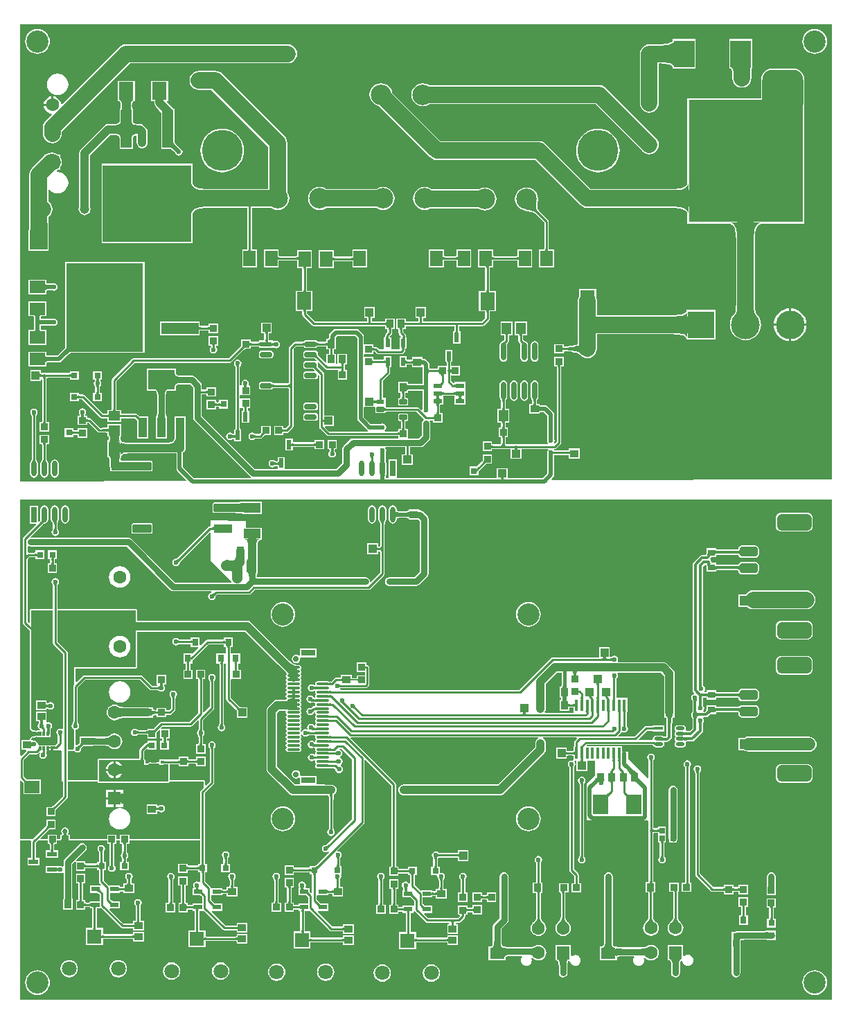
<source format=gtl>
G04*
G04 #@! TF.GenerationSoftware,Altium Limited,Altium Designer,19.1.7 (138)*
G04*
G04 Layer_Physical_Order=1*
G04 Layer_Color=255*
%FSLAX25Y25*%
%MOIN*%
G70*
G01*
G75*
%ADD10C,0.01968*%
%ADD11C,0.01000*%
G04:AMPARAMS|DCode=17|XSize=196.85mil|YSize=216.54mil|CornerRadius=49.21mil|HoleSize=0mil|Usage=FLASHONLY|Rotation=0.000|XOffset=0mil|YOffset=0mil|HoleType=Round|Shape=RoundedRectangle|*
%AMROUNDEDRECTD17*
21,1,0.19685,0.11811,0,0,0.0*
21,1,0.09843,0.21654,0,0,0.0*
1,1,0.09843,0.04921,-0.05906*
1,1,0.09843,-0.04921,-0.05906*
1,1,0.09843,-0.04921,0.05906*
1,1,0.09843,0.04921,0.05906*
%
%ADD17ROUNDEDRECTD17*%
G04:AMPARAMS|DCode=18|XSize=78.74mil|YSize=165.35mil|CornerRadius=19.68mil|HoleSize=0mil|Usage=FLASHONLY|Rotation=90.000|XOffset=0mil|YOffset=0mil|HoleType=Round|Shape=RoundedRectangle|*
%AMROUNDEDRECTD18*
21,1,0.07874,0.12598,0,0,90.0*
21,1,0.03937,0.16535,0,0,90.0*
1,1,0.03937,0.06299,0.01968*
1,1,0.03937,0.06299,-0.01968*
1,1,0.03937,-0.06299,-0.01968*
1,1,0.03937,-0.06299,0.01968*
%
%ADD18ROUNDEDRECTD18*%
G04:AMPARAMS|DCode=19|XSize=47.24mil|YSize=86.61mil|CornerRadius=11.81mil|HoleSize=0mil|Usage=FLASHONLY|Rotation=90.000|XOffset=0mil|YOffset=0mil|HoleType=Round|Shape=RoundedRectangle|*
%AMROUNDEDRECTD19*
21,1,0.04724,0.06299,0,0,90.0*
21,1,0.02362,0.08661,0,0,90.0*
1,1,0.02362,0.03150,0.01181*
1,1,0.02362,0.03150,-0.01181*
1,1,0.02362,-0.03150,-0.01181*
1,1,0.02362,-0.03150,0.01181*
%
%ADD19ROUNDEDRECTD19*%
%ADD20R,0.08661X0.04724*%
%ADD21R,0.03937X0.03543*%
%ADD22R,0.13583X0.06102*%
%ADD23R,0.02520X0.02756*%
%ADD24R,0.03347X0.03347*%
%ADD25R,0.03150X0.03543*%
%ADD26R,0.55118X0.59055*%
%ADD27R,0.07087X0.03150*%
%ADD28O,0.06299X0.01181*%
%ADD29R,0.06299X0.01181*%
%ADD30R,0.07087X0.05512*%
%ADD31R,0.03543X0.03937*%
%ADD32R,0.04528X0.02362*%
%ADD33R,0.03347X0.03347*%
%ADD34R,0.03150X0.02756*%
%ADD35R,0.03150X0.03150*%
%ADD36R,0.02520X0.07480*%
%ADD37O,0.02520X0.07480*%
%ADD38R,0.04134X0.02362*%
%ADD39R,0.03150X0.03150*%
%ADD40R,0.09843X0.12992*%
%ADD41R,0.05315X0.18110*%
%ADD42R,0.42520X0.37008*%
%ADD43R,0.08504X0.08898*%
%ADD44R,0.07874X0.04724*%
%ADD45R,0.02362X0.04528*%
%ADD46R,0.03937X0.02362*%
%ADD47R,0.03543X0.03150*%
%ADD48R,0.01772X0.05709*%
%ADD49O,0.04331X0.01772*%
%ADD50R,0.04331X0.01772*%
%ADD51R,0.07480X0.09449*%
%ADD52R,0.08500X0.07000*%
%ADD53R,0.07284X0.05906*%
%ADD54R,0.37008X0.42520*%
%ADD55R,0.18110X0.05315*%
%ADD56R,0.07000X0.08500*%
%ADD57R,0.05906X0.07284*%
%ADD58R,0.04528X0.05512*%
%ADD59O,0.02362X0.08661*%
%ADD60R,0.03740X0.02362*%
G04:AMPARAMS|DCode=61|XSize=23.62mil|YSize=37.4mil|CornerRadius=2.95mil|HoleSize=0mil|Usage=FLASHONLY|Rotation=90.000|XOffset=0mil|YOffset=0mil|HoleType=Round|Shape=RoundedRectangle|*
%AMROUNDEDRECTD61*
21,1,0.02362,0.03150,0,0,90.0*
21,1,0.01772,0.03740,0,0,90.0*
1,1,0.00591,0.01575,0.00886*
1,1,0.00591,0.01575,-0.00886*
1,1,0.00591,-0.01575,-0.00886*
1,1,0.00591,-0.01575,0.00886*
%
%ADD61ROUNDEDRECTD61*%
%ADD62R,0.05709X0.02362*%
G04:AMPARAMS|DCode=63|XSize=23.62mil|YSize=57.09mil|CornerRadius=5.91mil|HoleSize=0mil|Usage=FLASHONLY|Rotation=90.000|XOffset=0mil|YOffset=0mil|HoleType=Round|Shape=RoundedRectangle|*
%AMROUNDEDRECTD63*
21,1,0.02362,0.04528,0,0,90.0*
21,1,0.01181,0.05709,0,0,90.0*
1,1,0.01181,0.02264,0.00591*
1,1,0.01181,0.02264,-0.00591*
1,1,0.01181,-0.02264,-0.00591*
1,1,0.01181,-0.02264,0.00591*
%
%ADD63ROUNDEDRECTD63*%
%ADD64R,0.12992X0.09449*%
%ADD65R,0.03937X0.09449*%
%ADD66R,0.05512X0.04528*%
G04:AMPARAMS|DCode=67|XSize=39.37mil|YSize=90.16mil|CornerRadius=3.94mil|HoleSize=0mil|Usage=FLASHONLY|Rotation=90.000|XOffset=0mil|YOffset=0mil|HoleType=Round|Shape=RoundedRectangle|*
%AMROUNDEDRECTD67*
21,1,0.03937,0.08228,0,0,90.0*
21,1,0.03150,0.09016,0,0,90.0*
1,1,0.00787,0.04114,0.01575*
1,1,0.00787,0.04114,-0.01575*
1,1,0.00787,-0.04114,-0.01575*
1,1,0.00787,-0.04114,0.01575*
%
%ADD67ROUNDEDRECTD67*%
%ADD68R,0.09016X0.03937*%
%ADD69R,0.05512X0.07087*%
%ADD70R,0.03150X0.00787*%
%ADD71R,0.01181X0.01968*%
%ADD72R,0.06693X0.03937*%
%ADD73R,0.02362X0.04134*%
%ADD74R,0.03110X0.01181*%
%ADD75R,0.00984X0.01575*%
%ADD76R,0.04724X0.03937*%
%ADD153R,0.03937X0.03937*%
%ADD154C,0.04921*%
%ADD155C,0.03937*%
%ADD156C,0.03150*%
%ADD157C,0.07874*%
%ADD158C,0.02953*%
%ADD159C,0.05906*%
%ADD160C,0.01378*%
%ADD161C,0.01575*%
%ADD162C,0.01339*%
%ADD163C,0.00600*%
%ADD164C,0.06299*%
%ADD165R,0.06299X0.06299*%
%ADD166R,0.06299X0.06299*%
%ADD167R,0.07087X0.07087*%
%ADD168C,0.07087*%
%ADD169C,0.19685*%
%ADD170R,0.04500X0.04500*%
%ADD171C,0.04500*%
%ADD172C,0.09843*%
%ADD173C,0.13780*%
%ADD174R,0.12992X0.12992*%
%ADD175C,0.02756*%
%ADD176R,0.04500X0.04500*%
%ADD177C,0.10630*%
%ADD178C,0.02362*%
%ADD179C,0.04724*%
G36*
X241435Y278527D02*
X241425Y278623D01*
X241395Y278708D01*
X241345Y278783D01*
X241275Y278848D01*
X241185Y278903D01*
X241075Y278947D01*
X240945Y278982D01*
X240795Y279008D01*
X240625Y279023D01*
X240435Y279028D01*
Y280028D01*
X240625Y280032D01*
X240795Y280047D01*
X240945Y280072D01*
X241075Y280107D01*
X241185Y280153D01*
X241275Y280207D01*
X241345Y280273D01*
X241395Y280347D01*
X241425Y280433D01*
X241435Y280527D01*
Y278527D01*
D02*
G37*
G36*
X228393Y280433D02*
X228424Y280347D01*
X228474Y280273D01*
X228545Y280207D01*
X228636Y280153D01*
X228748Y280107D01*
X228879Y280072D01*
X229031Y280047D01*
X229203Y280032D01*
X229395Y280028D01*
Y279028D01*
X229203Y279023D01*
X229031Y279008D01*
X228879Y278982D01*
X228748Y278947D01*
X228636Y278903D01*
X228545Y278848D01*
X228474Y278783D01*
X228424Y278708D01*
X228393Y278623D01*
X228383Y278527D01*
Y280527D01*
X228393Y280433D01*
D02*
G37*
G36*
X135474Y278527D02*
X135464Y278623D01*
X135433Y278708D01*
X135383Y278783D01*
X135312Y278848D01*
X135221Y278903D01*
X135110Y278947D01*
X134978Y278982D01*
X134826Y279008D01*
X134654Y279023D01*
X134462Y279028D01*
Y280028D01*
X134654Y280032D01*
X134826Y280047D01*
X134978Y280072D01*
X135110Y280107D01*
X135221Y280153D01*
X135312Y280207D01*
X135383Y280273D01*
X135433Y280347D01*
X135464Y280433D01*
X135474Y280527D01*
Y278527D01*
D02*
G37*
G36*
X125293Y280433D02*
X125323Y280347D01*
X125373Y280273D01*
X125443Y280207D01*
X125533Y280153D01*
X125643Y280107D01*
X125773Y280072D01*
X125923Y280047D01*
X126093Y280032D01*
X126283Y280028D01*
Y279028D01*
X126093Y279023D01*
X125923Y279008D01*
X125773Y278982D01*
X125643Y278947D01*
X125533Y278903D01*
X125443Y278848D01*
X125373Y278783D01*
X125323Y278708D01*
X125293Y278623D01*
X125283Y278527D01*
Y280527D01*
X125293Y280433D01*
D02*
G37*
G36*
X392070Y173224D02*
X257349Y172888D01*
X257158Y173349D01*
X258032Y174224D01*
X258382Y174748D01*
X258505Y175366D01*
Y184818D01*
X259361Y184872D01*
X259710Y184874D01*
X259776Y184902D01*
X265075D01*
X265137Y184874D01*
X265309Y184870D01*
X265437Y184859D01*
X265533Y184843D01*
X265542Y184841D01*
Y183258D01*
X270679D01*
Y188002D01*
X265542D01*
Y187207D01*
X265533Y187204D01*
X265437Y187188D01*
X265309Y187177D01*
X265137Y187173D01*
X265075Y187145D01*
X259776D01*
X259710Y187173D01*
X259351Y187175D01*
X258574Y187200D01*
X258410Y187355D01*
X258442Y187553D01*
X258656Y187855D01*
X258858D01*
X258858Y187855D01*
X259288Y187940D01*
X259651Y188183D01*
X261620Y190152D01*
X261863Y190516D01*
X261948Y190945D01*
X261948Y190945D01*
Y227181D01*
X261976Y227243D01*
X261981Y227415D01*
X261992Y227543D01*
X262007Y227640D01*
X262010Y227648D01*
X263100D01*
Y232194D01*
X258554D01*
Y227648D01*
X259644D01*
X259646Y227640D01*
X259662Y227543D01*
X259673Y227415D01*
X259678Y227243D01*
X259705Y227181D01*
Y191409D01*
X258678Y190382D01*
X258599Y190402D01*
X258379Y190972D01*
X258554Y191234D01*
X258692Y191929D01*
X258554Y192624D01*
X258505Y192697D01*
Y204354D01*
X258382Y204972D01*
X258032Y205496D01*
X255201Y208327D01*
X254677Y208677D01*
X254059Y208800D01*
X252996D01*
X252954Y208819D01*
X252596Y208826D01*
X252297Y208847D01*
X252047Y208880D01*
X251848Y208922D01*
X251706Y208968D01*
X251623Y209008D01*
X251619Y209011D01*
X251616Y209031D01*
X251584Y209085D01*
Y209557D01*
X251063D01*
X250972Y209594D01*
X250930Y209577D01*
X250886Y209588D01*
X250832Y209557D01*
X250240D01*
X250236Y209573D01*
X250220Y209667D01*
X250209Y209792D01*
X250204Y209962D01*
X250177Y210024D01*
Y210583D01*
X250204Y210647D01*
X250209Y210908D01*
X250222Y211124D01*
X250242Y211302D01*
X250256Y211377D01*
X250339Y211432D01*
X250474Y211635D01*
X250505Y211647D01*
X250525Y211696D01*
X250570Y211723D01*
X250591Y211809D01*
X250733Y212022D01*
X250871Y212717D01*
Y219016D01*
X250733Y219711D01*
X250339Y220300D01*
X249750Y220693D01*
X249055Y220832D01*
X248360Y220693D01*
X247771Y220300D01*
X247377Y219711D01*
X247239Y219016D01*
Y212717D01*
X247377Y212022D01*
X247520Y211809D01*
X247540Y211723D01*
X247585Y211696D01*
X247605Y211647D01*
X247636Y211635D01*
X247771Y211432D01*
X247854Y211377D01*
X247867Y211311D01*
X247901Y210900D01*
X247906Y210647D01*
X247934Y210583D01*
Y210024D01*
X247906Y209962D01*
X247901Y209792D01*
X247890Y209667D01*
X247875Y209573D01*
X247870Y209557D01*
X246447D01*
Y204813D01*
X250832D01*
X250886Y204782D01*
X250930Y204793D01*
X250972Y204776D01*
X251063Y204813D01*
X251584D01*
Y205285D01*
X251616Y205339D01*
X251619Y205360D01*
X251623Y205362D01*
X251706Y205402D01*
X251848Y205448D01*
X252036Y205488D01*
X252605Y205544D01*
X252954Y205552D01*
X252996Y205570D01*
X253390D01*
X255275Y203685D01*
Y192738D01*
X255198Y192624D01*
X255060Y191929D01*
X255198Y191234D01*
X255592Y190645D01*
X255662Y190598D01*
X255511Y190098D01*
X240386D01*
X240364Y190113D01*
X240286Y190098D01*
X240186D01*
X240109Y190113D01*
X240086Y190098D01*
X235705D01*
X235683Y190113D01*
X235663Y190109D01*
X235213Y190353D01*
X235212Y190360D01*
X235204Y190510D01*
X235177Y190567D01*
Y193126D01*
X235204Y193188D01*
X235209Y193360D01*
X235220Y193488D01*
X235236Y193585D01*
X235238Y193593D01*
X236328D01*
Y198139D01*
X235238D01*
X235236Y198148D01*
X235220Y198244D01*
X235209Y198372D01*
X235204Y198544D01*
X235177Y198606D01*
Y199917D01*
X235204Y199979D01*
X235209Y200152D01*
X235220Y200279D01*
X235236Y200376D01*
X235238Y200384D01*
X236919D01*
Y207096D01*
X235238D01*
X235236Y207104D01*
X235220Y207201D01*
X235209Y207329D01*
X235204Y207501D01*
X235177Y207563D01*
Y210583D01*
X235205Y210647D01*
X235209Y210908D01*
X235222Y211124D01*
X235242Y211302D01*
X235256Y211377D01*
X235339Y211432D01*
X235474Y211635D01*
X235505Y211647D01*
X235525Y211696D01*
X235570Y211723D01*
X235591Y211809D01*
X235733Y212022D01*
X235871Y212717D01*
Y219016D01*
X235733Y219711D01*
X235339Y220300D01*
X234750Y220693D01*
X234055Y220832D01*
X233360Y220693D01*
X232771Y220300D01*
X232377Y219711D01*
X232239Y219016D01*
Y212717D01*
X232377Y212022D01*
X232520Y211809D01*
X232540Y211723D01*
X232585Y211696D01*
X232605Y211647D01*
X232636Y211635D01*
X232771Y211432D01*
X232855Y211377D01*
X232867Y211311D01*
X232901Y210900D01*
X232906Y210647D01*
X232934Y210583D01*
Y207563D01*
X232906Y207501D01*
X232901Y207329D01*
X232890Y207201D01*
X232874Y207104D01*
X232872Y207096D01*
X231191D01*
Y200384D01*
X232872D01*
X232874Y200376D01*
X232890Y200279D01*
X232901Y200152D01*
X232906Y199979D01*
X232934Y199917D01*
Y198606D01*
X232906Y198544D01*
X232901Y198372D01*
X232890Y198244D01*
X232874Y198148D01*
X232872Y198139D01*
X231782D01*
Y193593D01*
X232872D01*
X232874Y193585D01*
X232890Y193488D01*
X232901Y193360D01*
X232906Y193188D01*
X232934Y193126D01*
Y190567D01*
X232907Y190510D01*
X232899Y190360D01*
X232897Y190353D01*
X232448Y190109D01*
X232428Y190113D01*
X232405Y190098D01*
X229118D01*
X229056Y190126D01*
X228884Y190130D01*
X228756Y190141D01*
X228660Y190157D01*
X228651Y190159D01*
Y191348D01*
X224105D01*
Y186802D01*
X228651D01*
Y187793D01*
X228660Y187796D01*
X228756Y187812D01*
X228884Y187823D01*
X229056Y187827D01*
X229118Y187855D01*
X233905D01*
X233928Y187840D01*
X234005Y187855D01*
X234105D01*
X234183Y187840D01*
X234205Y187855D01*
X237668D01*
Y183061D01*
X242805D01*
Y187855D01*
X255524D01*
X255676Y187355D01*
X255606Y187308D01*
X255212Y186719D01*
X255074Y186024D01*
X255212Y185329D01*
X255275Y185235D01*
Y176035D01*
X253099Y173859D01*
X236132D01*
Y178603D01*
X230995D01*
Y173859D01*
X183168D01*
X182720Y173987D01*
X182720Y174359D01*
Y182667D01*
X179001D01*
Y174359D01*
X179001Y173987D01*
X178553Y173859D01*
X177970D01*
X177620Y174216D01*
X177631Y174769D01*
X177658Y175121D01*
X177672Y175229D01*
X177683Y175285D01*
X177697Y175329D01*
X177684Y175469D01*
X177720Y175605D01*
X177712Y175620D01*
X177757Y175847D01*
Y180807D01*
X177612Y181533D01*
X177595Y181560D01*
X177494Y183575D01*
X177476Y183612D01*
Y186219D01*
X177538Y186313D01*
X177677Y187008D01*
X177538Y187703D01*
X177187Y188229D01*
X177258Y188494D01*
X177390Y188729D01*
X186772D01*
Y185703D01*
X186744Y185640D01*
X186740Y185468D01*
X186729Y185340D01*
X186713Y185244D01*
X186711Y185235D01*
X185325D01*
Y180098D01*
X190462D01*
Y185235D01*
X189077D01*
X189074Y185244D01*
X189058Y185340D01*
X189047Y185468D01*
X189043Y185640D01*
X189015Y185703D01*
Y188729D01*
X194244D01*
X195054Y188891D01*
X195741Y189349D01*
X198347Y191956D01*
X198347Y191956D01*
X198806Y192643D01*
X198968Y193453D01*
X198968Y193453D01*
Y200118D01*
X198806Y200928D01*
X198669Y201134D01*
X198936Y201634D01*
X199701D01*
X199763Y201607D01*
X199935Y201602D01*
X200063Y201591D01*
X200159Y201575D01*
X200168Y201573D01*
Y200483D01*
X204714D01*
Y205029D01*
X203624D01*
X203622Y205038D01*
X203606Y205134D01*
X203595Y205262D01*
X203590Y205434D01*
X203562Y205496D01*
Y208579D01*
X203590Y208641D01*
X203595Y208813D01*
X203606Y208941D01*
X203622Y209037D01*
X203624Y209046D01*
X205010D01*
Y212608D01*
X205010D01*
Y212786D01*
X205010D01*
Y213384D01*
X205018Y213386D01*
X205114Y213402D01*
X205242Y213413D01*
X205414Y213418D01*
X205476Y213445D01*
X210153D01*
X210215Y213418D01*
X210385Y213413D01*
X210510Y213402D01*
X210604Y213387D01*
X210620Y213382D01*
Y212786D01*
X210620D01*
Y212608D01*
X210620D01*
Y209046D01*
X215757D01*
Y212608D01*
X215757D01*
Y212786D01*
X215757D01*
Y216348D01*
X215757D01*
Y216526D01*
X215757D01*
Y220088D01*
X210620D01*
Y219492D01*
X210604Y219487D01*
X210510Y219472D01*
X210385Y219461D01*
X210215Y219456D01*
X210153Y219429D01*
X210032D01*
X208937Y220524D01*
Y223120D01*
X213139D01*
Y227667D01*
X208937D01*
Y229327D01*
X208964Y229389D01*
X208969Y229559D01*
X208980Y229684D01*
X208995Y229778D01*
X209000Y229794D01*
X209596D01*
Y235521D01*
X206034D01*
Y229794D01*
X206630D01*
X206635Y229778D01*
X206650Y229684D01*
X206661Y229559D01*
X206666Y229389D01*
X206693Y229327D01*
Y227667D01*
X202491D01*
Y226577D01*
X202482Y226574D01*
X202386Y226558D01*
X202258Y226547D01*
X202086Y226543D01*
X202024Y226515D01*
X199736D01*
X199670Y226543D01*
X199312Y226545D01*
X198758Y226563D01*
X198745Y226572D01*
X198712Y226607D01*
X198664Y226684D01*
X198610Y226813D01*
X198560Y226999D01*
X198519Y227237D01*
X198493Y227526D01*
X198484Y227880D01*
X198472Y227907D01*
X198480Y227935D01*
X198466Y227961D01*
Y228492D01*
X198343Y229111D01*
X197993Y229635D01*
X196839Y230788D01*
X196315Y231138D01*
X195786Y231243D01*
X195700Y231279D01*
X195501Y231280D01*
X195237Y231287D01*
Y231998D01*
X190100D01*
Y230809D01*
X190092Y230807D01*
X189996Y230791D01*
X189868Y230780D01*
X189696Y230775D01*
X189633Y230748D01*
X188075D01*
X188013Y230775D01*
X187840Y230780D01*
X187713Y230791D01*
X187616Y230807D01*
X187608Y230809D01*
Y232391D01*
X184046D01*
Y227058D01*
X187608D01*
Y228443D01*
X187616Y228445D01*
X187713Y228461D01*
X187840Y228472D01*
X188013Y228477D01*
X188075Y228504D01*
X189633D01*
X189696Y228477D01*
X189868Y228472D01*
X189996Y228461D01*
X190092Y228445D01*
X190100Y228443D01*
Y227254D01*
X195235D01*
Y225492D01*
X195221Y225466D01*
X195235Y225417D01*
Y225371D01*
X195221Y225321D01*
X195235Y225295D01*
Y219135D01*
X189514D01*
X189473Y219153D01*
X189119Y219162D01*
X188829Y219188D01*
X188589Y219227D01*
X188403Y219277D01*
X188271Y219330D01*
X188194Y219376D01*
X188161Y219407D01*
X188151Y219422D01*
X188145Y219437D01*
X188134Y219545D01*
X188100Y219607D01*
Y220088D01*
X187578D01*
X187488Y220126D01*
X187454Y220112D01*
X187419Y220122D01*
X187357Y220088D01*
X183357D01*
Y214951D01*
X184545D01*
X184548Y214943D01*
X184564Y214846D01*
X184575Y214719D01*
X184579Y214546D01*
X184607Y214484D01*
Y212805D01*
X184579Y212743D01*
X184575Y212570D01*
X184564Y212443D01*
X184548Y212350D01*
X184252D01*
X183903Y212280D01*
X183607Y212083D01*
X183409Y211786D01*
X183339Y211437D01*
Y209665D01*
X183409Y209316D01*
X183607Y209020D01*
X183903Y208822D01*
X184252Y208753D01*
X187402D01*
X187751Y208822D01*
X188047Y209020D01*
X188245Y209316D01*
X188314Y209665D01*
Y211437D01*
X188245Y211786D01*
X188047Y212083D01*
X187751Y212280D01*
X187402Y212350D01*
X186908D01*
X186893Y212443D01*
X186882Y212570D01*
X186878Y212743D01*
X186850Y212805D01*
Y214484D01*
X186878Y214546D01*
X186882Y214719D01*
X186893Y214846D01*
X187385Y214936D01*
X187419Y214917D01*
X187454Y214928D01*
X187488Y214914D01*
X187578Y214951D01*
X188100D01*
Y215432D01*
X188134Y215494D01*
X188145Y215602D01*
X188151Y215618D01*
X188161Y215632D01*
X188194Y215663D01*
X188271Y215710D01*
X188403Y215763D01*
X188589Y215812D01*
X188829Y215852D01*
X189119Y215877D01*
X189473Y215886D01*
X189514Y215904D01*
X195235D01*
Y207206D01*
X195173Y207112D01*
X195109Y206791D01*
X194566Y206626D01*
X193588Y207604D01*
X193225Y207847D01*
X192795Y207933D01*
X192795Y207933D01*
X177942D01*
X177880Y207960D01*
X177702Y207965D01*
X177618Y207972D01*
X177461Y208168D01*
X177397Y208281D01*
X177470Y208770D01*
X177467Y208761D01*
X177470Y208770D01*
X177470Y208770D01*
X177470Y208770D01*
Y212332D01*
X176183D01*
X176181Y212341D01*
X176165Y212437D01*
X176154Y212565D01*
X176149Y212737D01*
X176121Y212799D01*
Y220683D01*
X179139Y223701D01*
X179139Y223701D01*
X179383Y224065D01*
X179468Y224494D01*
Y226590D01*
X179496Y226652D01*
X179500Y226822D01*
X179511Y226947D01*
X179527Y227041D01*
X179531Y227058D01*
X180128D01*
Y232391D01*
X176565D01*
Y230907D01*
X176557Y230905D01*
X176461Y230889D01*
X176333Y230878D01*
X176161Y230874D01*
X176098Y230846D01*
X172032D01*
X171969Y230874D01*
X171797Y230878D01*
X171669Y230889D01*
X171573Y230905D01*
X171565Y230907D01*
Y231998D01*
X167018Y231998D01*
X166970Y232477D01*
Y233074D01*
X167018Y233554D01*
X167470Y233554D01*
X171565D01*
Y234644D01*
X171573Y234646D01*
X171669Y234662D01*
X171797Y234673D01*
X171969Y234678D01*
X172032Y234705D01*
X172173D01*
X173105Y233774D01*
X173105Y233774D01*
X173468Y233531D01*
X173898Y233445D01*
X173898Y233445D01*
X184980D01*
X184980Y233445D01*
X185409Y233531D01*
X185773Y233774D01*
X186620Y234620D01*
X186620Y234620D01*
X186863Y234984D01*
X186948Y235413D01*
X186948Y235413D01*
Y235645D01*
X186976Y235707D01*
X186980Y235877D01*
X186992Y236003D01*
X187007Y236096D01*
X187012Y236113D01*
X187608D01*
Y240702D01*
X187641Y240762D01*
X187630Y240801D01*
X187645Y240838D01*
X187608Y240927D01*
Y241446D01*
X187205D01*
X187203Y241455D01*
X187188Y241552D01*
X187177Y241680D01*
X187173Y241851D01*
X187145Y241913D01*
Y242421D01*
X187145Y242421D01*
X187060Y242850D01*
X186817Y243214D01*
X186817Y243214D01*
X185866Y244165D01*
Y244996D01*
X185893Y245058D01*
X185898Y245231D01*
X185909Y245358D01*
X185925Y245455D01*
X185927Y245463D01*
X187116D01*
Y246849D01*
X187124Y246851D01*
X187221Y246867D01*
X187348Y246878D01*
X187521Y246882D01*
X187583Y246910D01*
X193898D01*
X193898Y246910D01*
X193898Y246910D01*
X210434D01*
Y244847D01*
X210406Y244784D01*
X210401Y244612D01*
X210390Y244484D01*
X210374Y244388D01*
X210372Y244379D01*
X209774D01*
Y238652D01*
X213336D01*
Y244379D01*
X212738D01*
X212736Y244388D01*
X212720Y244484D01*
X212709Y244612D01*
X212704Y244784D01*
X212677Y244847D01*
Y246910D01*
X223955D01*
X223955Y246910D01*
X224385Y246995D01*
X224748Y247238D01*
X227140Y249630D01*
X227140Y249630D01*
X227383Y249994D01*
X227469Y250423D01*
X227469Y250423D01*
Y253541D01*
X227496Y253603D01*
X227501Y253773D01*
X227512Y253898D01*
X227527Y253992D01*
X227532Y254008D01*
X230447D01*
Y263708D01*
X227530D01*
X227528Y263717D01*
X227512Y263813D01*
X227501Y263941D01*
X227496Y264113D01*
X227469Y264175D01*
Y274819D01*
X227496Y274881D01*
X227501Y275053D01*
X227512Y275181D01*
X227528Y275277D01*
X227530Y275286D01*
X229007D01*
Y278345D01*
X229016Y278347D01*
X229112Y278363D01*
X229240Y278374D01*
X229412Y278378D01*
X229474Y278406D01*
X240356D01*
X240418Y278378D01*
X240588Y278374D01*
X240713Y278363D01*
X240807Y278347D01*
X240823Y278343D01*
Y275286D01*
X247929D01*
Y283769D01*
X240823D01*
Y280712D01*
X240807Y280708D01*
X240713Y280692D01*
X240588Y280681D01*
X240418Y280677D01*
X240356Y280649D01*
X229474D01*
X229412Y280677D01*
X229240Y280681D01*
X229112Y280692D01*
X229016Y280708D01*
X229007Y280711D01*
Y283769D01*
X221902D01*
Y275286D01*
X225164D01*
X225167Y275277D01*
X225182Y275181D01*
X225194Y275053D01*
X225198Y274881D01*
X225226Y274819D01*
Y264175D01*
X225198Y264113D01*
X225194Y263941D01*
X225182Y263813D01*
X225167Y263717D01*
X225164Y263708D01*
X222247D01*
Y254008D01*
X225162D01*
X225167Y253992D01*
X225182Y253898D01*
X225194Y253773D01*
X225198Y253603D01*
X225226Y253541D01*
Y250888D01*
X223491Y249153D01*
X211221D01*
X211221Y249153D01*
X211220Y249153D01*
X195365D01*
Y250428D01*
X195393Y250490D01*
X195397Y250662D01*
X195408Y250790D01*
X195424Y250887D01*
X195427Y250895D01*
X196812D01*
Y256032D01*
X191675D01*
Y250895D01*
X193061D01*
X193063Y250887D01*
X193079Y250790D01*
X193090Y250662D01*
X193094Y250490D01*
X193122Y250428D01*
Y249153D01*
X187583D01*
X187521Y249181D01*
X187348Y249185D01*
X187221Y249196D01*
X187124Y249212D01*
X187116Y249214D01*
Y250600D01*
X182372D01*
Y245463D01*
X183561D01*
X183563Y245455D01*
X183579Y245358D01*
X183590Y245231D01*
X183595Y245058D01*
X183623Y244996D01*
Y243701D01*
X183623Y243701D01*
X183708Y243272D01*
X183951Y242908D01*
X184902Y241957D01*
Y241914D01*
X184874Y241851D01*
X184870Y241679D01*
X184859Y241552D01*
X184843Y241456D01*
X184840Y241446D01*
X184046D01*
Y236113D01*
X184046D01*
X183862Y235688D01*
X180311D01*
X180128Y236113D01*
X180128Y236189D01*
Y241446D01*
X179333D01*
X179330Y241456D01*
X179314Y241552D01*
X179303Y241679D01*
X179299Y241851D01*
X179271Y241914D01*
Y241957D01*
X180222Y242908D01*
X180222Y242908D01*
X180465Y243272D01*
X180551Y243701D01*
X180551Y243701D01*
Y244996D01*
X180578Y245058D01*
X180583Y245231D01*
X180594Y245358D01*
X180610Y245455D01*
X180612Y245463D01*
X181801D01*
Y250600D01*
X177058D01*
Y249216D01*
X177041Y249212D01*
X176947Y249196D01*
X176822Y249185D01*
X176652Y249181D01*
X176590Y249153D01*
X170728D01*
Y250428D01*
X170756Y250490D01*
X170760Y250662D01*
X170771Y250790D01*
X170787Y250887D01*
X170789Y250895D01*
X172175D01*
Y256032D01*
X167038D01*
Y250895D01*
X168423D01*
X168426Y250887D01*
X168441Y250790D01*
X168453Y250662D01*
X168457Y250490D01*
X168485Y250428D01*
Y249153D01*
X143357D01*
X139524Y252985D01*
Y253754D01*
X139552Y253816D01*
X139556Y253989D01*
X139568Y254116D01*
X139583Y254213D01*
X139586Y254221D01*
X142306D01*
Y263921D01*
X139587D01*
X139583Y263937D01*
X139567Y264031D01*
X139556Y264156D01*
X139552Y264326D01*
X139524Y264388D01*
Y274523D01*
X139552Y274586D01*
X139556Y274758D01*
X139568Y274886D01*
X139583Y274982D01*
X139586Y274991D01*
X141955D01*
Y283474D01*
X134850D01*
Y280711D01*
X134842Y280708D01*
X134745Y280692D01*
X134617Y280681D01*
X134445Y280677D01*
X134383Y280649D01*
X126363D01*
X126300Y280677D01*
X126130Y280681D01*
X126005Y280692D01*
X125911Y280708D01*
X125895Y280712D01*
Y283769D01*
X118790D01*
Y275286D01*
X125895D01*
Y278343D01*
X125911Y278347D01*
X126005Y278363D01*
X126130Y278374D01*
X126300Y278378D01*
X126363Y278406D01*
X134383D01*
X134445Y278378D01*
X134617Y278374D01*
X134745Y278363D01*
X134842Y278347D01*
X134850Y278345D01*
Y274991D01*
X137220D01*
X137222Y274982D01*
X137238Y274886D01*
X137249Y274758D01*
X137253Y274586D01*
X137281Y274523D01*
Y264388D01*
X137253Y264326D01*
X137249Y264156D01*
X137238Y264031D01*
X137222Y263937D01*
X137218Y263921D01*
X134106D01*
Y254221D01*
X137220D01*
X137222Y254213D01*
X137238Y254116D01*
X137249Y253989D01*
X137253Y253816D01*
X137281Y253754D01*
Y252521D01*
X137281Y252521D01*
X137367Y252092D01*
X137610Y251728D01*
X142099Y247238D01*
X142099Y247238D01*
X142463Y246995D01*
X142892Y246910D01*
X142892Y246910D01*
X169291D01*
X169291Y246910D01*
X169291Y246910D01*
X176590D01*
X176652Y246882D01*
X176822Y246878D01*
X176947Y246867D01*
X177041Y246851D01*
X177058Y246847D01*
Y245463D01*
X178246D01*
X178248Y245455D01*
X178264Y245358D01*
X178275Y245231D01*
X178280Y245058D01*
X178308Y244996D01*
Y244165D01*
X177357Y243214D01*
X177113Y242850D01*
X177028Y242421D01*
X177028Y242421D01*
Y241913D01*
X177000Y241851D01*
X176996Y241680D01*
X176986Y241552D01*
X176970Y241455D01*
X176968Y241446D01*
X176565D01*
Y240927D01*
X176528Y240838D01*
X176543Y240801D01*
X176532Y240762D01*
X176565Y240702D01*
Y236189D01*
X176565Y236113D01*
X176382Y235688D01*
X174362D01*
X173431Y236620D01*
X173067Y236863D01*
X172638Y236948D01*
X172638Y236948D01*
X172032D01*
X171969Y236976D01*
X171797Y236981D01*
X171669Y236992D01*
X171573Y237007D01*
X171565Y237010D01*
Y238100D01*
X167018Y238100D01*
X166970Y238580D01*
Y241929D01*
X166847Y242547D01*
X166497Y243071D01*
X164528Y245040D01*
X164004Y245390D01*
X163386Y245513D01*
X153379D01*
X152761Y245390D01*
X152237Y245040D01*
X150618Y243422D01*
X150268Y242898D01*
X150145Y242280D01*
Y242270D01*
X150127Y242229D01*
X150118Y241874D01*
X150092Y241582D01*
X150052Y241341D01*
X150002Y241154D01*
X149948Y241022D01*
X149900Y240943D01*
X149868Y240908D01*
X149851Y240896D01*
X149832Y240890D01*
X149722Y240878D01*
X149682Y240856D01*
X148925D01*
Y239472D01*
X148909Y239468D01*
X148815Y239452D01*
X148690Y239441D01*
X148541Y239437D01*
X148477Y239437D01*
X148410Y239409D01*
X145248D01*
X145185Y239437D01*
X144978Y239441D01*
X144816Y239453D01*
X144687Y239471D01*
X144604Y239490D01*
X144478Y239679D01*
X144453Y239740D01*
X144413Y239756D01*
X144392Y239794D01*
X144327Y239811D01*
X144046Y239999D01*
X143581Y240092D01*
X139053D01*
X138589Y239999D01*
X138307Y239811D01*
X138243Y239794D01*
X138222Y239756D01*
X138182Y239740D01*
X138157Y239679D01*
X138031Y239490D01*
X137959Y239474D01*
X137646Y239441D01*
X137449Y239437D01*
X137386Y239409D01*
X133871D01*
X133871Y239409D01*
X133442Y239324D01*
X133078Y239081D01*
X133078Y239080D01*
X131097Y237099D01*
X130854Y236736D01*
X130768Y236306D01*
X130768Y236306D01*
Y219938D01*
X130753Y219915D01*
X130757Y219895D01*
X130513Y219445D01*
X130506Y219444D01*
X130356Y219436D01*
X130299Y219409D01*
X123792D01*
X123729Y219437D01*
X123522Y219441D01*
X123359Y219453D01*
X123230Y219471D01*
X123147Y219490D01*
X123021Y219679D01*
X122996Y219740D01*
X122956Y219756D01*
X122935Y219794D01*
X122870Y219811D01*
X122589Y219999D01*
X122124Y220092D01*
X117597D01*
X117132Y219999D01*
X116738Y219736D01*
X116475Y219342D01*
X116383Y218878D01*
Y217697D01*
X116475Y217232D01*
X116738Y216839D01*
X117132Y216575D01*
X117597Y216483D01*
X122124D01*
X122589Y216575D01*
X122870Y216763D01*
X122935Y216781D01*
X122956Y216818D01*
X122996Y216835D01*
X123021Y216896D01*
X123147Y217085D01*
X123219Y217101D01*
X123532Y217134D01*
X123729Y217138D01*
X123792Y217166D01*
X130299D01*
X130356Y217139D01*
X130506Y217131D01*
X130513Y217130D01*
X130757Y216680D01*
X130753Y216660D01*
X130768Y216637D01*
Y199284D01*
X129273Y197788D01*
X128703D01*
X128641Y197816D01*
X128469Y197820D01*
X128341Y197831D01*
X128245Y197847D01*
X128236Y197849D01*
Y198940D01*
X123690D01*
Y194393D01*
X128236D01*
Y195484D01*
X128245Y195486D01*
X128341Y195502D01*
X128469Y195513D01*
X128641Y195517D01*
X128703Y195545D01*
X129737D01*
X129737Y195545D01*
X130166Y195630D01*
X130530Y195873D01*
X132683Y198026D01*
X132926Y198390D01*
X133011Y198819D01*
X133011Y198819D01*
Y218137D01*
X133027Y218160D01*
X133011Y218237D01*
Y218338D01*
X133027Y218415D01*
X133011Y218438D01*
Y235842D01*
X134335Y237166D01*
X137386D01*
X137449Y237138D01*
X137656Y237134D01*
X137819Y237122D01*
X137948Y237104D01*
X138031Y237085D01*
X138157Y236896D01*
X138182Y236835D01*
X138222Y236818D01*
X138243Y236781D01*
X138307Y236764D01*
X138589Y236575D01*
X139053Y236483D01*
X143581D01*
X144046Y236575D01*
X144327Y236764D01*
X144392Y236781D01*
X144413Y236818D01*
X144453Y236835D01*
X144478Y236896D01*
X144604Y237085D01*
X144676Y237101D01*
X144988Y237134D01*
X145185Y237138D01*
X145248Y237166D01*
X148410D01*
X148477Y237138D01*
X148541Y237138D01*
X148690Y237134D01*
X148815Y237123D01*
X148909Y237107D01*
X148925Y237103D01*
Y235719D01*
X150113D01*
X150116Y235711D01*
X150132Y235614D01*
X150143Y235486D01*
X150147Y235314D01*
X150175Y235252D01*
Y234118D01*
X150147Y234056D01*
X150143Y233884D01*
X150132Y233756D01*
X150116Y233660D01*
X150113Y233651D01*
X148925D01*
Y229593D01*
X148463Y229401D01*
X145377Y232487D01*
X145354Y232549D01*
X145000Y232930D01*
X144885Y233073D01*
X144799Y233195D01*
X144795Y233202D01*
Y233489D01*
X144808Y233521D01*
X144795Y233554D01*
Y233603D01*
X144800Y233625D01*
X144795Y233633D01*
Y233878D01*
X144703Y234343D01*
X144439Y234736D01*
X144046Y234999D01*
X143581Y235092D01*
X139053D01*
X138589Y234999D01*
X138195Y234736D01*
X137932Y234343D01*
X137840Y233878D01*
Y232697D01*
X137932Y232232D01*
X138195Y231838D01*
X138589Y231575D01*
X139053Y231483D01*
X142645D01*
X142653Y231478D01*
X142675Y231483D01*
X142724D01*
X142757Y231469D01*
X142789Y231483D01*
X143076D01*
X143083Y231479D01*
X143198Y231398D01*
X143528Y231118D01*
X143720Y230933D01*
X143785Y230907D01*
X144265Y230427D01*
X144144Y230192D01*
X143970Y230014D01*
X143581Y230092D01*
X139053D01*
X138589Y229999D01*
X138195Y229736D01*
X137932Y229343D01*
X137840Y228878D01*
Y227697D01*
X137932Y227232D01*
X138195Y226838D01*
X138589Y226575D01*
X139053Y226483D01*
X142121D01*
X142139Y226479D01*
X142162Y226483D01*
X142235D01*
X142287Y226467D01*
X142362Y226433D01*
X142457Y226379D01*
X142561Y226308D01*
X142840Y226078D01*
X142993Y225931D01*
X143028Y225918D01*
X143047Y225885D01*
X143233Y225564D01*
X142996Y225092D01*
X139053D01*
X138589Y224999D01*
X138195Y224736D01*
X137932Y224342D01*
X137840Y223878D01*
Y222697D01*
X137932Y222232D01*
X138195Y221838D01*
X138589Y221575D01*
X139053Y221483D01*
X143581D01*
X144046Y221575D01*
X144439Y221838D01*
X144703Y222232D01*
X144795Y222697D01*
Y223187D01*
X145295Y223434D01*
X145532Y223252D01*
Y201483D01*
X145532Y201483D01*
X145532Y201483D01*
Y198327D01*
X145532Y198327D01*
X145617Y197898D01*
X145861Y197534D01*
X149010Y194384D01*
X149010Y194384D01*
X149374Y194141D01*
X149803Y194056D01*
X183086D01*
X183148Y194028D01*
X183318Y194024D01*
X183444Y194012D01*
X183537Y193997D01*
X183554Y193992D01*
Y192964D01*
X161673D01*
X161673Y192964D01*
X160863Y192802D01*
X160176Y192343D01*
X157074Y189241D01*
X156615Y188555D01*
X156454Y187744D01*
Y181095D01*
X153658Y178298D01*
X128946D01*
Y183966D01*
X125384D01*
Y181990D01*
X125376Y181988D01*
X125279Y181972D01*
X125152Y181961D01*
X124979Y181956D01*
X124917Y181929D01*
X124770D01*
X124708Y181956D01*
X124607Y181959D01*
X124533Y181965D01*
X124467Y181975D01*
X124411Y181988D01*
X124364Y182002D01*
X124325Y182018D01*
X124292Y182034D01*
X124264Y182051D01*
X124241Y182069D01*
X124197Y182110D01*
X124131Y182134D01*
X123607Y182485D01*
X122912Y182623D01*
X122217Y182485D01*
X121628Y182091D01*
X121234Y181502D01*
X121096Y180807D01*
X121234Y180112D01*
X121628Y179523D01*
X122217Y179129D01*
X122912Y178991D01*
X123607Y179129D01*
X124131Y179480D01*
X124197Y179504D01*
X124241Y179545D01*
X124264Y179563D01*
X124292Y179580D01*
X124325Y179596D01*
X124364Y179612D01*
X124411Y179626D01*
X124467Y179639D01*
X124533Y179649D01*
X124607Y179655D01*
X124708Y179658D01*
X124770Y179685D01*
X124917D01*
X124979Y179658D01*
X125152Y179653D01*
X125279Y179642D01*
X125376Y179626D01*
X125384Y179624D01*
Y178298D01*
X114512D01*
X88965Y203844D01*
Y214179D01*
X90764D01*
X90826Y214151D01*
X90998Y214147D01*
X91126Y214136D01*
X91222Y214120D01*
X91231Y214117D01*
Y213027D01*
X95777D01*
Y217573D01*
X91231D01*
Y216483D01*
X91222Y216481D01*
X91126Y216465D01*
X90998Y216454D01*
X90826Y216449D01*
X90764Y216422D01*
X88965D01*
Y218270D01*
X88804Y219080D01*
X88345Y219767D01*
X85552Y222560D01*
X84865Y223019D01*
X84055Y223180D01*
X78983D01*
X78964Y223189D01*
X78420Y223203D01*
X77961Y223243D01*
X77572Y223308D01*
X77257Y223392D01*
X77016Y223490D01*
X76850Y223592D01*
X76746Y223688D01*
X76686Y223778D01*
X76649Y223880D01*
X76628Y224084D01*
X76606Y224124D01*
Y226387D01*
X62414D01*
Y215739D01*
X66449D01*
X66489Y215717D01*
X66693Y215695D01*
X66795Y215659D01*
X66885Y215599D01*
X66981Y215495D01*
X67083Y215328D01*
X67181Y215088D01*
X67265Y214772D01*
X67330Y214383D01*
X67370Y213924D01*
X67384Y213381D01*
X67393Y213362D01*
Y205925D01*
X67384Y205905D01*
X67365Y204859D01*
X67310Y204069D01*
X67273Y203785D01*
X67230Y203571D01*
X67224Y203553D01*
X66941D01*
Y203031D01*
X66904Y202941D01*
X66941Y202850D01*
Y202814D01*
X66935Y202741D01*
X66941Y202734D01*
Y192904D01*
X72078D01*
Y202734D01*
X72084Y202741D01*
X72078Y202814D01*
Y202850D01*
X72116Y202941D01*
X72078Y203031D01*
Y203553D01*
X71795D01*
X71790Y203571D01*
X71751Y203765D01*
X71640Y205358D01*
X71636Y205899D01*
X71627Y205920D01*
Y213362D01*
X71636Y213381D01*
X71650Y213924D01*
X71690Y214383D01*
X71755Y214772D01*
X71839Y215088D01*
X71937Y215328D01*
X72039Y215495D01*
X72135Y215599D01*
X72225Y215659D01*
X72327Y215695D01*
X72531Y215717D01*
X72571Y215739D01*
X76606D01*
Y218002D01*
X76628Y218042D01*
X76649Y218246D01*
X76686Y218348D01*
X76746Y218438D01*
X76850Y218534D01*
X77016Y218636D01*
X77257Y218734D01*
X77572Y218818D01*
X77961Y218883D01*
X78420Y218923D01*
X78964Y218937D01*
X78983Y218946D01*
X83178D01*
X84731Y217393D01*
Y215551D01*
Y202968D01*
X84892Y202157D01*
X85351Y201471D01*
X112138Y174684D01*
X112624Y174359D01*
X112472Y173859D01*
X85118D01*
X79922Y179055D01*
Y186091D01*
X80397Y186456D01*
X80809Y186992D01*
X81067Y187617D01*
X81156Y188287D01*
Y198228D01*
X81134Y198397D01*
Y203553D01*
X75997D01*
Y198397D01*
X75974Y198228D01*
Y194282D01*
X75948Y194227D01*
X75911Y193519D01*
X75808Y192936D01*
X75644Y192444D01*
X75424Y192036D01*
X75151Y191702D01*
X74816Y191428D01*
X74409Y191209D01*
X73917Y191045D01*
X73334Y190942D01*
X72625Y190904D01*
X72570Y190878D01*
X53732D01*
X53673Y190905D01*
X52279Y190955D01*
X51732Y191013D01*
X51268Y191094D01*
X50899Y191191D01*
X50630Y191297D01*
X50464Y191396D01*
X50392Y191466D01*
X50375Y191497D01*
X50354Y191628D01*
X50325Y191675D01*
Y192135D01*
X49919D01*
X49907Y192157D01*
X49839Y192341D01*
X49768Y192636D01*
X49707Y193014D01*
X49703Y193076D01*
X49705Y193095D01*
X49768Y193486D01*
X49839Y193781D01*
X49907Y193965D01*
X49919Y193987D01*
X50325D01*
Y194508D01*
X50362Y194599D01*
X50329Y194679D01*
X50340Y194766D01*
X50325Y194786D01*
Y199714D01*
X43613D01*
Y198163D01*
X43467Y198138D01*
X41783Y198008D01*
X41119Y198000D01*
X41054Y197972D01*
X40010D01*
X35574Y202407D01*
X35211Y202650D01*
X34781Y202736D01*
X34781Y202736D01*
X34236D01*
X34174Y202763D01*
X34002Y202768D01*
X33874Y202779D01*
X33778Y202795D01*
X33769Y202797D01*
Y203887D01*
X33152D01*
X33120Y203899D01*
X32979Y204060D01*
X32917Y204168D01*
X32861Y204387D01*
X33174Y204856D01*
X33312Y205551D01*
X33174Y206246D01*
X32780Y206835D01*
X32191Y207229D01*
X31496Y207367D01*
X30801Y207229D01*
X30212Y206835D01*
X29818Y206246D01*
X29680Y205551D01*
X29818Y204856D01*
X30132Y204387D01*
X30075Y204168D01*
X30013Y204060D01*
X29872Y203899D01*
X29840Y203887D01*
X29223D01*
Y199341D01*
X33769D01*
Y200431D01*
X33778Y200433D01*
X33874Y200449D01*
X34002Y200461D01*
X34174Y200465D01*
X34236Y200493D01*
X34317D01*
X38752Y196057D01*
X39116Y195814D01*
X39545Y195729D01*
X39545Y195729D01*
X41054D01*
X41119Y195701D01*
X41794Y195692D01*
X42399Y195667D01*
X43461Y195563D01*
X43613Y195537D01*
Y194786D01*
X43597Y194766D01*
X43609Y194679D01*
X43575Y194599D01*
X43613Y194508D01*
Y193987D01*
X44018D01*
X44031Y193965D01*
X44098Y193781D01*
X44169Y193486D01*
X44230Y193108D01*
X44234Y193046D01*
X44232Y193027D01*
X44169Y192636D01*
X44098Y192341D01*
X44031Y192157D01*
X44018Y192135D01*
X43613D01*
Y191614D01*
X43575Y191523D01*
X43609Y191443D01*
X43597Y191356D01*
X43613Y191336D01*
Y184624D01*
X43588Y184587D01*
X43601Y184522D01*
X43575Y184461D01*
X43613Y184370D01*
Y183849D01*
X44061D01*
X44099Y183824D01*
X44166Y183810D01*
X44210Y183755D01*
X44295Y183585D01*
X44385Y183306D01*
X44468Y182928D01*
X44535Y182464D01*
X44616Y181246D01*
X44626Y180515D01*
X44653Y180452D01*
Y179606D01*
X44742Y178936D01*
X44872Y178620D01*
Y177038D01*
X47076D01*
X47244Y177016D01*
X60197D01*
X60217Y177018D01*
X64311D01*
X64699Y177095D01*
X65027Y177315D01*
X65247Y177644D01*
X65324Y178032D01*
Y181181D01*
X65247Y181569D01*
X65027Y181897D01*
X64699Y182117D01*
X64311Y182194D01*
X60217D01*
X60197Y182197D01*
X50273D01*
X49923Y182697D01*
X49983Y183399D01*
X50030Y183706D01*
X50064Y183849D01*
X50325D01*
Y184328D01*
X50358Y184389D01*
X50388Y184662D01*
X50449Y184824D01*
X50553Y184971D01*
X50722Y185119D01*
X50978Y185267D01*
X51328Y185402D01*
X51772Y185515D01*
X52310Y185599D01*
X52937Y185652D01*
X53666Y185670D01*
X53727Y185697D01*
X76692D01*
Y178386D01*
X76815Y177768D01*
X77165Y177244D01*
X81499Y172909D01*
X81308Y172447D01*
X1985Y172249D01*
X1631Y172602D01*
Y392070D01*
X392070D01*
Y173224D01*
D02*
G37*
G36*
X227252Y275900D02*
X227167Y275869D01*
X227092Y275819D01*
X227027Y275748D01*
X226972Y275657D01*
X226927Y275546D01*
X226892Y275414D01*
X226867Y275262D01*
X226852Y275090D01*
X226847Y274898D01*
X225847D01*
X225842Y275090D01*
X225827Y275262D01*
X225802Y275414D01*
X225767Y275546D01*
X225722Y275657D01*
X225667Y275748D01*
X225602Y275819D01*
X225527Y275869D01*
X225442Y275900D01*
X225347Y275910D01*
X227347D01*
X227252Y275900D01*
D02*
G37*
G36*
X139308Y275604D02*
X139223Y275574D01*
X139148Y275523D01*
X139083Y275453D01*
X139028Y275361D01*
X138983Y275250D01*
X138948Y275119D01*
X138923Y274967D01*
X138908Y274795D01*
X138903Y274603D01*
X137903D01*
X137898Y274795D01*
X137883Y274967D01*
X137858Y275119D01*
X137823Y275250D01*
X137778Y275361D01*
X137723Y275453D01*
X137658Y275523D01*
X137583Y275574D01*
X137498Y275604D01*
X137403Y275615D01*
X139403D01*
X139308Y275604D01*
D02*
G37*
G36*
X138908Y264119D02*
X138923Y263949D01*
X138948Y263799D01*
X138983Y263669D01*
X139028Y263559D01*
X139083Y263469D01*
X139148Y263399D01*
X139223Y263349D01*
X139308Y263319D01*
X139403Y263309D01*
X137403D01*
X137498Y263319D01*
X137583Y263349D01*
X137658Y263399D01*
X137723Y263469D01*
X137778Y263559D01*
X137823Y263669D01*
X137858Y263799D01*
X137883Y263949D01*
X137898Y264119D01*
X137903Y264309D01*
X138903D01*
X138908Y264119D01*
D02*
G37*
G36*
X226852Y263904D02*
X226867Y263732D01*
X226892Y263580D01*
X226927Y263449D01*
X226972Y263337D01*
X227027Y263246D01*
X227092Y263175D01*
X227167Y263125D01*
X227252Y263094D01*
X227347Y263084D01*
X225347D01*
X225442Y263094D01*
X225527Y263125D01*
X225602Y263175D01*
X225667Y263246D01*
X225722Y263337D01*
X225767Y263449D01*
X225802Y263580D01*
X225827Y263732D01*
X225842Y263904D01*
X225847Y264096D01*
X226847D01*
X226852Y263904D01*
D02*
G37*
G36*
X139308Y254835D02*
X139223Y254805D01*
X139148Y254754D01*
X139083Y254683D01*
X139028Y254592D01*
X138983Y254481D01*
X138948Y254349D01*
X138923Y254197D01*
X138908Y254025D01*
X138903Y253833D01*
X137903D01*
X137898Y254025D01*
X137883Y254197D01*
X137858Y254349D01*
X137823Y254481D01*
X137778Y254592D01*
X137723Y254683D01*
X137658Y254754D01*
X137583Y254805D01*
X137498Y254835D01*
X137403Y254845D01*
X139403D01*
X139308Y254835D01*
D02*
G37*
G36*
X227252Y254610D02*
X227167Y254580D01*
X227092Y254530D01*
X227027Y254460D01*
X226972Y254370D01*
X226927Y254260D01*
X226892Y254130D01*
X226867Y253980D01*
X226852Y253810D01*
X226847Y253620D01*
X225847D01*
X225842Y253810D01*
X225827Y253980D01*
X225802Y254130D01*
X225767Y254260D01*
X225722Y254370D01*
X225667Y254460D01*
X225602Y254530D01*
X225527Y254580D01*
X225442Y254610D01*
X225347Y254620D01*
X227347D01*
X227252Y254610D01*
D02*
G37*
G36*
X195149Y251509D02*
X195064Y251479D01*
X194989Y251428D01*
X194924Y251357D01*
X194869Y251266D01*
X194824Y251155D01*
X194789Y251023D01*
X194764Y250871D01*
X194749Y250699D01*
X194744Y250507D01*
X193744D01*
X193739Y250699D01*
X193724Y250871D01*
X193699Y251023D01*
X193664Y251155D01*
X193619Y251266D01*
X193564Y251357D01*
X193499Y251428D01*
X193424Y251479D01*
X193339Y251509D01*
X193244Y251519D01*
X195244D01*
X195149Y251509D01*
D02*
G37*
G36*
X170511D02*
X170426Y251479D01*
X170351Y251428D01*
X170286Y251357D01*
X170231Y251266D01*
X170186Y251155D01*
X170151Y251023D01*
X170126Y250871D01*
X170111Y250699D01*
X170106Y250507D01*
X169106D01*
X169101Y250699D01*
X169086Y250871D01*
X169061Y251023D01*
X169026Y251155D01*
X168981Y251266D01*
X168926Y251357D01*
X168861Y251428D01*
X168786Y251479D01*
X168701Y251509D01*
X168606Y251519D01*
X170606D01*
X170511Y251509D01*
D02*
G37*
G36*
X186502Y248937D02*
X186532Y248851D01*
X186583Y248777D01*
X186654Y248711D01*
X186745Y248657D01*
X186856Y248611D01*
X186988Y248576D01*
X187139Y248552D01*
X187311Y248536D01*
X187504Y248532D01*
Y247532D01*
X187311Y247527D01*
X187139Y247512D01*
X186988Y247486D01*
X186856Y247451D01*
X186745Y247407D01*
X186654Y247352D01*
X186583Y247287D01*
X186532Y247212D01*
X186502Y247127D01*
X186492Y247031D01*
Y249031D01*
X186502Y248937D01*
D02*
G37*
G36*
X177670Y247031D02*
X177659Y247127D01*
X177629Y247212D01*
X177579Y247287D01*
X177509Y247352D01*
X177419Y247407D01*
X177310Y247451D01*
X177180Y247486D01*
X177030Y247512D01*
X176859Y247527D01*
X176670Y247532D01*
Y248532D01*
X176859Y248536D01*
X177030Y248552D01*
X177180Y248576D01*
X177310Y248611D01*
X177419Y248657D01*
X177509Y248711D01*
X177579Y248777D01*
X177629Y248851D01*
X177659Y248937D01*
X177670Y249031D01*
Y247031D01*
D02*
G37*
G36*
X185649Y246077D02*
X185564Y246046D01*
X185489Y245996D01*
X185424Y245925D01*
X185369Y245834D01*
X185324Y245723D01*
X185289Y245591D01*
X185264Y245439D01*
X185249Y245267D01*
X185244Y245075D01*
X184244D01*
X184239Y245267D01*
X184224Y245439D01*
X184199Y245591D01*
X184164Y245723D01*
X184119Y245834D01*
X184064Y245925D01*
X183999Y245996D01*
X183924Y246046D01*
X183839Y246077D01*
X183744Y246087D01*
X185744D01*
X185649Y246077D01*
D02*
G37*
G36*
X180334D02*
X180249Y246046D01*
X180174Y245996D01*
X180109Y245925D01*
X180054Y245834D01*
X180009Y245723D01*
X179974Y245591D01*
X179949Y245439D01*
X179934Y245267D01*
X179929Y245075D01*
X178929D01*
X178924Y245267D01*
X178909Y245439D01*
X178884Y245591D01*
X178849Y245723D01*
X178804Y245834D01*
X178749Y245925D01*
X178684Y245996D01*
X178609Y246046D01*
X178524Y246077D01*
X178429Y246087D01*
X180429D01*
X180334Y246077D01*
D02*
G37*
G36*
X212060Y244575D02*
X212075Y244403D01*
X212100Y244251D01*
X212135Y244120D01*
X212180Y244008D01*
X212235Y243917D01*
X212300Y243847D01*
X212375Y243796D01*
X212460Y243766D01*
X212555Y243756D01*
X210555D01*
X210650Y243766D01*
X210735Y243796D01*
X210810Y243847D01*
X210875Y243917D01*
X210930Y244008D01*
X210975Y244120D01*
X211010Y244251D01*
X211035Y244403D01*
X211050Y244575D01*
X211055Y244767D01*
X212055D01*
X212060Y244575D01*
D02*
G37*
G36*
X186528Y241645D02*
X186542Y241475D01*
X186566Y241324D01*
X186599Y241195D01*
X186642Y241085D01*
X186694Y240995D01*
X186755Y240925D01*
X186826Y240875D01*
X186906Y240844D01*
X186996Y240834D01*
X185024Y240823D01*
X185119Y240833D01*
X185204Y240864D01*
X185279Y240915D01*
X185344Y240986D01*
X185399Y241077D01*
X185444Y241188D01*
X185479Y241320D01*
X185504Y241471D01*
X185519Y241643D01*
X185524Y241834D01*
X186524D01*
X186528Y241645D01*
D02*
G37*
G36*
X178655Y241643D02*
X178670Y241471D01*
X178695Y241320D01*
X178730Y241188D01*
X178775Y241077D01*
X178830Y240986D01*
X178895Y240915D01*
X178970Y240864D01*
X179055Y240833D01*
X179150Y240823D01*
X177177Y240834D01*
X177267Y240844D01*
X177347Y240875D01*
X177418Y240925D01*
X177480Y240995D01*
X177532Y241085D01*
X177574Y241195D01*
X177607Y241324D01*
X177631Y241475D01*
X177645Y241645D01*
X177650Y241834D01*
X178650D01*
X178655Y241643D01*
D02*
G37*
G36*
X152748Y241838D02*
X152823Y240736D01*
X152857Y240559D01*
X152897Y240421D01*
X152944Y240323D01*
X152997Y240264D01*
X153056Y240244D01*
X149792Y240232D01*
X149979Y240252D01*
X150146Y240312D01*
X150294Y240412D01*
X150422Y240550D01*
X150530Y240729D01*
X150619Y240947D01*
X150688Y241204D01*
X150737Y241501D01*
X150767Y241837D01*
X150776Y242212D01*
X152745D01*
X152748Y241838D01*
D02*
G37*
G36*
X144005Y239187D02*
X144041Y239103D01*
X144099Y239029D01*
X144182Y238965D01*
X144288Y238911D01*
X144417Y238866D01*
X144570Y238832D01*
X144747Y238807D01*
X144947Y238792D01*
X145171Y238787D01*
Y237787D01*
X144947Y237783D01*
X144570Y237743D01*
X144417Y237708D01*
X144288Y237664D01*
X144182Y237610D01*
X144099Y237546D01*
X144041Y237472D01*
X144005Y237388D01*
X143993Y237294D01*
Y239281D01*
X144005Y239187D01*
D02*
G37*
G36*
X138641Y237294D02*
X138629Y237388D01*
X138594Y237472D01*
X138535Y237546D01*
X138453Y237610D01*
X138347Y237664D01*
X138217Y237708D01*
X138064Y237743D01*
X137888Y237768D01*
X137687Y237783D01*
X137464Y237787D01*
Y238787D01*
X137687Y238792D01*
X138064Y238832D01*
X138217Y238866D01*
X138347Y238911D01*
X138453Y238965D01*
X138535Y239029D01*
X138594Y239103D01*
X138629Y239187D01*
X138641Y239281D01*
Y237294D01*
D02*
G37*
G36*
X186732Y236715D02*
X186647Y236685D01*
X186572Y236635D01*
X186507Y236565D01*
X186452Y236475D01*
X186407Y236365D01*
X186372Y236235D01*
X186347Y236085D01*
X186332Y235915D01*
X186327Y235725D01*
X185327D01*
X185322Y235915D01*
X185307Y236085D01*
X185282Y236235D01*
X185247Y236365D01*
X185202Y236475D01*
X185147Y236565D01*
X185082Y236635D01*
X185007Y236685D01*
X184922Y236715D01*
X184827Y236725D01*
X186827D01*
X186732Y236715D01*
D02*
G37*
G36*
X149537Y238833D02*
X150327Y238884D01*
X150453Y238913D01*
X150544Y238947D01*
X150601Y238984D01*
Y237592D01*
X151993D01*
X151955Y237535D01*
X151922Y237444D01*
X151893Y237318D01*
X151867Y237158D01*
X151828Y236734D01*
X151815Y236343D01*
X152296D01*
X152201Y236333D01*
X152116Y236302D01*
X152041Y236252D01*
X151976Y236181D01*
X151921Y236090D01*
X151876Y235979D01*
X151841Y235847D01*
X151816Y235695D01*
X151801Y235523D01*
X151796Y235331D01*
X150796D01*
X150791Y235523D01*
X150776Y235695D01*
X150751Y235847D01*
X150716Y235979D01*
X150671Y236090D01*
X150616Y236181D01*
X150551Y236252D01*
X150476Y236302D01*
X150391Y236333D01*
X150296Y236343D01*
X150762D01*
X150700Y237318D01*
X150671Y237444D01*
X150637Y237535D01*
X150600Y237591D01*
X150544Y237628D01*
X150453Y237662D01*
X150327Y237691D01*
X150167Y237717D01*
X149743Y237756D01*
X149537Y237763D01*
Y237287D01*
X149527Y237382D01*
X149497Y237467D01*
X149447Y237542D01*
X149377Y237607D01*
X149287Y237662D01*
X149177Y237707D01*
X149047Y237742D01*
X148897Y237767D01*
X148727Y237782D01*
X148551Y237787D01*
X148480Y237787D01*
Y238787D01*
X148551Y238788D01*
X148727Y238792D01*
X148897Y238807D01*
X149047Y238832D01*
X149177Y238867D01*
X149287Y238912D01*
X149377Y238967D01*
X149447Y239032D01*
X149497Y239107D01*
X149527Y239192D01*
X149537Y239287D01*
Y238833D01*
D02*
G37*
G36*
X170951Y236732D02*
X170981Y236647D01*
X171032Y236572D01*
X171102Y236507D01*
X171194Y236452D01*
X171305Y236407D01*
X171436Y236372D01*
X171588Y236347D01*
X171760Y236332D01*
X171953Y236327D01*
Y235327D01*
X171760Y235322D01*
X171588Y235307D01*
X171436Y235282D01*
X171305Y235247D01*
X171194Y235202D01*
X171102Y235147D01*
X171032Y235082D01*
X170981Y235007D01*
X170951Y234922D01*
X170941Y234827D01*
Y236827D01*
X170951Y236732D01*
D02*
G37*
G36*
X151801Y233847D02*
X151816Y233675D01*
X151841Y233523D01*
X151876Y233391D01*
X151921Y233280D01*
X151976Y233189D01*
X152041Y233118D01*
X152116Y233068D01*
X152201Y233037D01*
X152296Y233027D01*
X150296D01*
X150391Y233037D01*
X150476Y233068D01*
X150551Y233118D01*
X150616Y233189D01*
X150671Y233280D01*
X150716Y233391D01*
X150751Y233523D01*
X150776Y233675D01*
X150791Y233847D01*
X150796Y234039D01*
X151796D01*
X151801Y233847D01*
D02*
G37*
G36*
X144104Y233444D02*
X144077Y233353D01*
X144078Y233248D01*
X144107Y233128D01*
X144165Y232994D01*
X144251Y232845D01*
X144365Y232682D01*
X144508Y232505D01*
X144878Y232107D01*
X144171Y231400D01*
X143965Y231599D01*
X143596Y231913D01*
X143433Y232027D01*
X143284Y232113D01*
X143150Y232171D01*
X143030Y232200D01*
X142925Y232201D01*
X142833Y232174D01*
X142757Y232119D01*
X144159Y233521D01*
X144104Y233444D01*
D02*
G37*
G36*
X208720Y230396D02*
X208635Y230366D01*
X208560Y230316D01*
X208495Y230246D01*
X208440Y230156D01*
X208395Y230046D01*
X208360Y229916D01*
X208335Y229766D01*
X208320Y229596D01*
X208315Y229406D01*
X207315D01*
X207310Y229596D01*
X207295Y229766D01*
X207270Y229916D01*
X207235Y230046D01*
X207190Y230156D01*
X207135Y230246D01*
X207070Y230316D01*
X206995Y230366D01*
X206910Y230396D01*
X206815Y230406D01*
X208815D01*
X208720Y230396D01*
D02*
G37*
G36*
X190724Y230160D02*
X191700Y230222D01*
X191825Y230252D01*
X191917Y230285D01*
X191973Y230322D01*
Y228930D01*
X191917Y228967D01*
X191825Y229000D01*
X191700Y229030D01*
X191540Y229055D01*
X191115Y229095D01*
X190724Y229107D01*
Y228626D01*
X190714Y228721D01*
X190684Y228806D01*
X190633Y228881D01*
X190562Y228946D01*
X190471Y229001D01*
X190360Y229046D01*
X190228Y229081D01*
X190077Y229106D01*
X189905Y229121D01*
X189712Y229126D01*
Y230126D01*
X189905Y230131D01*
X190077Y230146D01*
X190228Y230171D01*
X190360Y230206D01*
X190471Y230251D01*
X190562Y230306D01*
X190633Y230371D01*
X190684Y230446D01*
X190714Y230531D01*
X190724Y230626D01*
Y230160D01*
D02*
G37*
G36*
X177189Y228724D02*
X177179Y228819D01*
X177149Y228904D01*
X177098Y228979D01*
X177027Y229044D01*
X176936Y229099D01*
X176825Y229144D01*
X176693Y229179D01*
X176542Y229204D01*
X176370Y229219D01*
X176177Y229224D01*
Y230224D01*
X176370Y230229D01*
X176542Y230244D01*
X176693Y230269D01*
X176825Y230304D01*
X176936Y230349D01*
X177027Y230404D01*
X177098Y230469D01*
X177149Y230544D01*
X177179Y230629D01*
X177189Y230724D01*
Y228724D01*
D02*
G37*
G36*
X170951Y230629D02*
X170981Y230544D01*
X171032Y230469D01*
X171102Y230404D01*
X171194Y230349D01*
X171305Y230304D01*
X171436Y230269D01*
X171588Y230244D01*
X171760Y230229D01*
X171953Y230224D01*
Y229224D01*
X171760Y229219D01*
X171588Y229204D01*
X171436Y229179D01*
X171305Y229144D01*
X171194Y229099D01*
X171102Y229044D01*
X171032Y228979D01*
X170981Y228904D01*
X170951Y228819D01*
X170941Y228724D01*
Y230724D01*
X170951Y230629D01*
D02*
G37*
G36*
X186994Y230531D02*
X187024Y230446D01*
X187075Y230371D01*
X187146Y230306D01*
X187237Y230251D01*
X187348Y230206D01*
X187480Y230171D01*
X187631Y230146D01*
X187804Y230131D01*
X187996Y230126D01*
Y229126D01*
X187804Y229121D01*
X187631Y229106D01*
X187480Y229081D01*
X187348Y229046D01*
X187237Y229001D01*
X187146Y228946D01*
X187075Y228881D01*
X187024Y228806D01*
X186994Y228721D01*
X186984Y228626D01*
Y230626D01*
X186994Y230531D01*
D02*
G37*
G36*
X194624Y230701D02*
X194657Y230686D01*
X194711Y230673D01*
X194787Y230662D01*
X195003Y230644D01*
X195491Y230631D01*
X195697Y230630D01*
Y228661D01*
X195491Y228661D01*
X194657Y228605D01*
X194624Y228590D01*
X194613Y228574D01*
Y230718D01*
X194624Y230701D01*
D02*
G37*
G36*
X157516Y229128D02*
X157431Y229098D01*
X157356Y229047D01*
X157291Y228976D01*
X157236Y228885D01*
X157191Y228774D01*
X157156Y228642D01*
X157131Y228490D01*
X157116Y228319D01*
X157111Y228126D01*
X156111D01*
X156106Y228319D01*
X156091Y228490D01*
X156066Y228642D01*
X156031Y228774D01*
X155986Y228885D01*
X155931Y228976D01*
X155866Y229047D01*
X155791Y229098D01*
X155706Y229128D01*
X155611Y229138D01*
X157611D01*
X157516Y229128D01*
D02*
G37*
G36*
X261732Y228262D02*
X261647Y228232D01*
X261572Y228181D01*
X261507Y228110D01*
X261452Y228019D01*
X261407Y227908D01*
X261372Y227776D01*
X261347Y227624D01*
X261332Y227452D01*
X261327Y227260D01*
X260327D01*
X260322Y227452D01*
X260307Y227624D01*
X260282Y227776D01*
X260247Y227908D01*
X260202Y228019D01*
X260147Y228110D01*
X260082Y228181D01*
X260007Y228232D01*
X259922Y228262D01*
X259827Y228272D01*
X261827D01*
X261732Y228262D01*
D02*
G37*
G36*
X179252Y227660D02*
X179166Y227629D01*
X179092Y227579D01*
X179026Y227509D01*
X178972Y227419D01*
X178927Y227309D01*
X178892Y227180D01*
X178867Y227029D01*
X178851Y226859D01*
X178847Y226670D01*
X177847D01*
X177841Y226859D01*
X177826Y227029D01*
X177802Y227180D01*
X177767Y227309D01*
X177722Y227419D01*
X177666Y227509D01*
X177602Y227579D01*
X177526Y227629D01*
X177442Y227660D01*
X177347Y227670D01*
X179347D01*
X179252Y227660D01*
D02*
G37*
G36*
X144158Y227594D02*
X144159Y227488D01*
X144175Y227381D01*
X144206Y227271D01*
X144251Y227159D01*
X144310Y227044D01*
X144384Y226928D01*
X144472Y226809D01*
X144575Y226688D01*
X144693Y226564D01*
X143443Y226400D01*
X143272Y226563D01*
X142951Y226829D01*
X142800Y226931D01*
X142656Y227013D01*
X142517Y227075D01*
X142386Y227116D01*
X142260Y227137D01*
X142141Y227138D01*
X142028Y227119D01*
X144171Y227697D01*
X144158Y227594D01*
D02*
G37*
G36*
X157116Y226052D02*
X157131Y225880D01*
X157156Y225728D01*
X157191Y225596D01*
X157236Y225485D01*
X157291Y225394D01*
X157356Y225323D01*
X157431Y225272D01*
X157516Y225242D01*
X157611Y225232D01*
X155611D01*
X155706Y225242D01*
X155791Y225272D01*
X155866Y225323D01*
X155931Y225394D01*
X155986Y225485D01*
X156031Y225596D01*
X156066Y225728D01*
X156091Y225880D01*
X156106Y226052D01*
X156111Y226244D01*
X157111D01*
X157116Y226052D01*
D02*
G37*
G36*
X208325Y226704D02*
X208355Y226534D01*
X208405Y226384D01*
X208475Y226254D01*
X208565Y226144D01*
X208675Y226054D01*
X208805Y225984D01*
X208843Y225971D01*
X208853Y225974D01*
X208964Y226019D01*
X209055Y226074D01*
X209126Y226139D01*
X209176Y226214D01*
X209207Y226299D01*
X209217Y226394D01*
Y225899D01*
X209315Y225894D01*
Y224894D01*
X209217Y224888D01*
Y224394D01*
X209207Y224489D01*
X209176Y224574D01*
X209126Y224649D01*
X209055Y224714D01*
X208964Y224769D01*
X208853Y224814D01*
X208843Y224816D01*
X208805Y224804D01*
X208675Y224734D01*
X208565Y224644D01*
X208475Y224534D01*
X208405Y224404D01*
X208355Y224254D01*
X208325Y224084D01*
X208315Y223894D01*
X207315Y225394D01*
X208315Y226894D01*
X208325Y226704D01*
D02*
G37*
G36*
X203115Y224394D02*
X203104Y224489D01*
X203074Y224574D01*
X203024Y224649D01*
X202953Y224714D01*
X202862Y224769D01*
X202750Y224814D01*
X202619Y224849D01*
X202467Y224874D01*
X202295Y224889D01*
X202103Y224894D01*
Y225894D01*
X202295Y225899D01*
X202467Y225914D01*
X202619Y225939D01*
X202750Y225974D01*
X202862Y226019D01*
X202953Y226074D01*
X203024Y226139D01*
X203074Y226214D01*
X203104Y226299D01*
X203115Y226394D01*
Y224394D01*
D02*
G37*
G36*
X197845Y227488D02*
X197875Y227153D01*
X197925Y226858D01*
X197995Y226602D01*
X198085Y226386D01*
X198195Y226209D01*
X198325Y226071D01*
X198475Y225972D01*
X198633Y225918D01*
X199299Y225896D01*
X199667Y225894D01*
Y224894D01*
X199299Y224892D01*
X198560Y224845D01*
X198475Y224815D01*
X198325Y224716D01*
X198195Y224579D01*
X198085Y224402D01*
X197995Y224185D01*
X197925Y223929D01*
X197875Y223634D01*
X197845Y223299D01*
X197835Y222925D01*
X195866Y225394D01*
X197835Y227862D01*
X197845Y227488D01*
D02*
G37*
G36*
X205669Y223734D02*
X205584Y223704D01*
X205509Y223653D01*
X205444Y223583D01*
X205389Y223492D01*
X205344Y223380D01*
X205309Y223249D01*
X205284Y223097D01*
X205269Y222925D01*
X205264Y222732D01*
X204264D01*
X204259Y222925D01*
X204244Y223097D01*
X204219Y223249D01*
X204184Y223380D01*
X204139Y223492D01*
X204084Y223583D01*
X204019Y223653D01*
X203944Y223704D01*
X203859Y223734D01*
X203764Y223745D01*
X205764D01*
X205669Y223734D01*
D02*
G37*
G36*
X163739Y241260D02*
Y202480D01*
X163862Y201862D01*
X164212Y201338D01*
X166574Y198976D01*
X168464Y197086D01*
X168894Y196799D01*
X168823Y196329D01*
X168811Y196299D01*
X150268D01*
X148255Y198311D01*
X148447Y198773D01*
X152568D01*
Y203910D01*
X147775D01*
Y223896D01*
X147775Y223896D01*
X147690Y224325D01*
X147447Y224689D01*
X147447Y224689D01*
X145188Y226948D01*
X145163Y227011D01*
X145059Y227122D01*
X144981Y227213D01*
X144920Y227296D01*
X144874Y227368D01*
X144842Y227430D01*
X144822Y227479D01*
X144812Y227516D01*
X144808Y227541D01*
X144808Y227557D01*
X144815Y227615D01*
X144794Y227693D01*
X144795Y227697D01*
Y227843D01*
X144798Y227866D01*
X144795Y227870D01*
Y228878D01*
X144718Y229267D01*
X144895Y229441D01*
X145130Y229562D01*
X148418Y226274D01*
X148418Y226274D01*
X148782Y226031D01*
X149211Y225945D01*
X149211Y225945D01*
X153875D01*
X154338Y225856D01*
Y221309D01*
X158885D01*
Y225856D01*
X157794D01*
X157792Y225864D01*
X157776Y225961D01*
X157765Y226088D01*
X157761Y226261D01*
X157733Y226323D01*
Y227333D01*
X157733Y227333D01*
X157733Y227333D01*
Y228047D01*
X157761Y228109D01*
X157765Y228282D01*
X157776Y228410D01*
X157792Y228506D01*
X157794Y228514D01*
X158983D01*
Y233651D01*
X154240D01*
Y228896D01*
X153954Y228731D01*
X153668Y228896D01*
Y233651D01*
X152479D01*
X152477Y233660D01*
X152461Y233756D01*
X152450Y233884D01*
X152446Y234056D01*
X152418Y234118D01*
Y235252D01*
X152446Y235314D01*
X152450Y235486D01*
X152461Y235614D01*
X152477Y235711D01*
X152479Y235719D01*
X153668D01*
Y240034D01*
X153672Y240039D01*
X153668Y240097D01*
Y240155D01*
X153706Y240246D01*
X153668Y240336D01*
Y240856D01*
X153465D01*
X153412Y241646D01*
X154048Y242282D01*
X162717D01*
X163739Y241260D01*
D02*
G37*
G36*
X205105Y219476D02*
X204385Y218743D01*
X203665Y219464D01*
X203673Y219470D01*
X203696Y219491D01*
X204398Y220183D01*
X205105Y219476D01*
D02*
G37*
G36*
X76012Y223735D02*
X76101Y223484D01*
X76249Y223263D01*
X76456Y223071D01*
X76723Y222908D01*
X77049Y222776D01*
X77435Y222672D01*
X77879Y222598D01*
X78383Y222554D01*
X78947Y222539D01*
Y219587D01*
X78383Y219572D01*
X77879Y219528D01*
X77435Y219454D01*
X77049Y219350D01*
X76723Y219217D01*
X76456Y219055D01*
X76249Y218863D01*
X76101Y218642D01*
X76012Y218391D01*
X75982Y218110D01*
Y224016D01*
X76012Y223735D01*
D02*
G37*
G36*
X211232Y217307D02*
X211223Y217402D01*
X211192Y217487D01*
X211142Y217562D01*
X211072Y217627D01*
X210982Y217682D01*
X210873Y217727D01*
X210742Y217762D01*
X210593Y217787D01*
X210422Y217802D01*
X210232Y217807D01*
Y218807D01*
X210422Y218812D01*
X210593Y218827D01*
X210742Y218852D01*
X210873Y218887D01*
X210982Y218932D01*
X211072Y218987D01*
X211142Y219052D01*
X211192Y219127D01*
X211223Y219212D01*
X211232Y219307D01*
Y217307D01*
D02*
G37*
G36*
X122548Y219187D02*
X122584Y219103D01*
X122643Y219029D01*
X122725Y218965D01*
X122831Y218911D01*
X122961Y218866D01*
X123114Y218832D01*
X123290Y218807D01*
X123491Y218792D01*
X123714Y218787D01*
Y217787D01*
X123491Y217782D01*
X123114Y217743D01*
X122961Y217708D01*
X122831Y217664D01*
X122725Y217610D01*
X122643Y217546D01*
X122584Y217472D01*
X122548Y217388D01*
X122537Y217294D01*
Y219281D01*
X122548Y219187D01*
D02*
G37*
G36*
X132390Y218287D02*
X131390Y216787D01*
X131380Y216977D01*
X131350Y217147D01*
X131300Y217297D01*
X131230Y217427D01*
X131140Y217537D01*
X131030Y217627D01*
X130900Y217697D01*
X130750Y217747D01*
X130580Y217777D01*
X130390Y217787D01*
Y218787D01*
X130580Y218797D01*
X130750Y218827D01*
X130900Y218877D01*
X131030Y218947D01*
X131140Y219037D01*
X131230Y219147D01*
X131300Y219277D01*
X131350Y219427D01*
X131380Y219597D01*
X131390Y219787D01*
X132390Y218287D01*
D02*
G37*
G36*
X187508Y219291D02*
X187567Y219126D01*
X187665Y218980D01*
X187803Y218854D01*
X187980Y218747D01*
X188197Y218659D01*
X188452Y218591D01*
X188748Y218543D01*
X189083Y218514D01*
X189456Y218504D01*
Y216535D01*
X189083Y216526D01*
X188748Y216496D01*
X188452Y216448D01*
X188197Y216380D01*
X187980Y216292D01*
X187803Y216185D01*
X187665Y216059D01*
X187567Y215913D01*
X187508Y215748D01*
X187488Y215563D01*
Y219476D01*
X187508Y219291D01*
D02*
G37*
G36*
X186387Y216768D02*
X186354Y216676D01*
X186325Y216551D01*
X186299Y216390D01*
X186260Y215966D01*
X186247Y215575D01*
X186728D01*
X186633Y215565D01*
X186548Y215535D01*
X186473Y215484D01*
X186408Y215413D01*
X186353Y215322D01*
X186308Y215211D01*
X186273Y215079D01*
X186248Y214928D01*
X186233Y214756D01*
X186228Y214563D01*
X185228D01*
X185223Y214756D01*
X185208Y214928D01*
X185183Y215079D01*
X185148Y215211D01*
X185103Y215322D01*
X185048Y215413D01*
X184983Y215484D01*
X184908Y215535D01*
X184823Y215565D01*
X184728Y215575D01*
X185194D01*
X185132Y216551D01*
X185103Y216676D01*
X185069Y216768D01*
X185032Y216824D01*
X186425D01*
X186387Y216768D01*
D02*
G37*
G36*
X91855Y214300D02*
X91845Y214395D01*
X91814Y214480D01*
X91764Y214555D01*
X91693Y214620D01*
X91602Y214675D01*
X91490Y214720D01*
X91359Y214755D01*
X91207Y214780D01*
X91035Y214795D01*
X90843Y214800D01*
Y215800D01*
X91035Y215805D01*
X91207Y215820D01*
X91359Y215845D01*
X91490Y215880D01*
X91602Y215925D01*
X91693Y215980D01*
X91764Y216045D01*
X91814Y216120D01*
X91845Y216205D01*
X91855Y216300D01*
Y214300D01*
D02*
G37*
G36*
X211232Y213567D02*
X211223Y213662D01*
X211192Y213747D01*
X211142Y213822D01*
X211072Y213887D01*
X210982Y213942D01*
X210873Y213987D01*
X210742Y214022D01*
X210593Y214047D01*
X210422Y214062D01*
X210232Y214067D01*
Y215067D01*
X210422Y215072D01*
X210593Y215087D01*
X210742Y215112D01*
X210873Y215147D01*
X210982Y215192D01*
X211072Y215247D01*
X211142Y215312D01*
X211192Y215387D01*
X211223Y215472D01*
X211232Y215567D01*
Y213567D01*
D02*
G37*
G36*
X204396Y215472D02*
X204426Y215387D01*
X204476Y215312D01*
X204547Y215247D01*
X204639Y215192D01*
X204750Y215147D01*
X204881Y215112D01*
X205033Y215087D01*
X205205Y215072D01*
X205398Y215067D01*
Y214067D01*
X205205Y214062D01*
X205033Y214047D01*
X204881Y214022D01*
X204750Y213987D01*
X204639Y213942D01*
X204547Y213887D01*
X204476Y213822D01*
X204426Y213747D01*
X204396Y213662D01*
X204385Y213567D01*
Y215567D01*
X204396Y215472D01*
D02*
G37*
G36*
X72182Y216333D02*
X71931Y216244D01*
X71710Y216096D01*
X71518Y215888D01*
X71355Y215621D01*
X71223Y215295D01*
X71119Y214910D01*
X71045Y214465D01*
X71001Y213961D01*
X70986Y213398D01*
X68033D01*
X68019Y213961D01*
X67975Y214465D01*
X67901Y214910D01*
X67797Y215295D01*
X67664Y215621D01*
X67502Y215888D01*
X67310Y216096D01*
X67089Y216244D01*
X66838Y216333D01*
X66557Y216363D01*
X72463D01*
X72182Y216333D01*
D02*
G37*
G36*
X214094Y213400D02*
X214009Y213369D01*
X213934Y213319D01*
X213869Y213248D01*
X213814Y213157D01*
X213769Y213046D01*
X213734Y212914D01*
X213709Y212762D01*
X213703Y212697D01*
X213709Y212632D01*
X213734Y212480D01*
X213769Y212348D01*
X213814Y212237D01*
X213869Y212146D01*
X213934Y212075D01*
X214009Y212024D01*
X214094Y211994D01*
X214189Y211984D01*
X212189D01*
X212284Y211994D01*
X212369Y212024D01*
X212444Y212075D01*
X212509Y212146D01*
X212564Y212237D01*
X212609Y212348D01*
X212644Y212480D01*
X212669Y212632D01*
X212675Y212697D01*
X212669Y212762D01*
X212644Y212914D01*
X212609Y213046D01*
X212564Y213157D01*
X212509Y213248D01*
X212444Y213319D01*
X212369Y213369D01*
X212284Y213400D01*
X212189Y213410D01*
X214189D01*
X214094Y213400D01*
D02*
G37*
G36*
X203346D02*
X203261Y213369D01*
X203186Y213319D01*
X203121Y213248D01*
X203066Y213157D01*
X203021Y213046D01*
X202986Y212914D01*
X202961Y212762D01*
X202955Y212697D01*
X202961Y212632D01*
X202986Y212480D01*
X203021Y212348D01*
X203066Y212237D01*
X203121Y212146D01*
X203186Y212075D01*
X203261Y212024D01*
X203346Y211994D01*
X203441Y211984D01*
X201441D01*
X201536Y211994D01*
X201621Y212024D01*
X201696Y212075D01*
X201761Y212146D01*
X201816Y212237D01*
X201861Y212348D01*
X201896Y212480D01*
X201921Y212632D01*
X201927Y212697D01*
X201921Y212762D01*
X201896Y212914D01*
X201861Y213046D01*
X201816Y213157D01*
X201761Y213248D01*
X201696Y213319D01*
X201621Y213369D01*
X201536Y213400D01*
X201441Y213410D01*
X203441D01*
X203346Y213400D01*
D02*
G37*
G36*
X186233Y212534D02*
X186248Y212362D01*
X186273Y212210D01*
X186308Y212078D01*
X186353Y211967D01*
X186408Y211876D01*
X186473Y211805D01*
X186548Y211754D01*
X186633Y211724D01*
X186728Y211714D01*
X184728D01*
X184823Y211724D01*
X184908Y211754D01*
X184983Y211805D01*
X185048Y211876D01*
X185103Y211967D01*
X185148Y212078D01*
X185183Y212210D01*
X185208Y212362D01*
X185223Y212534D01*
X185228Y212726D01*
X186228D01*
X186233Y212534D01*
D02*
G37*
G36*
X175505Y212528D02*
X175520Y212356D01*
X175545Y212204D01*
X175580Y212073D01*
X175625Y211961D01*
X175680Y211870D01*
X175745Y211799D01*
X175820Y211749D01*
X175905Y211718D01*
X176000Y211708D01*
X174000D01*
X174095Y211718D01*
X174180Y211749D01*
X174255Y211799D01*
X174320Y211870D01*
X174375Y211961D01*
X174420Y212073D01*
X174455Y212204D01*
X174480Y212356D01*
X174495Y212528D01*
X174500Y212720D01*
X175500D01*
X175505Y212528D01*
D02*
G37*
G36*
X173154Y209630D02*
X173144Y209725D01*
X173113Y209810D01*
X173063Y209885D01*
X172992Y209950D01*
X172901Y210005D01*
X172790Y210050D01*
X172658Y210085D01*
X172506Y210110D01*
X172354Y210123D01*
X172203Y210110D01*
X172053Y210085D01*
X171923Y210050D01*
X171813Y210005D01*
X171723Y209950D01*
X171653Y209885D01*
X171603Y209810D01*
X171573Y209725D01*
X171563Y209630D01*
Y211630D01*
X171573Y211535D01*
X171603Y211450D01*
X171653Y211375D01*
X171723Y211310D01*
X171813Y211255D01*
X171923Y211210D01*
X172053Y211175D01*
X172203Y211150D01*
X172354Y211137D01*
X172506Y211150D01*
X172658Y211175D01*
X172790Y211210D01*
X172901Y211255D01*
X172992Y211310D01*
X173063Y211375D01*
X173113Y211450D01*
X173144Y211535D01*
X173154Y211630D01*
Y209630D01*
D02*
G37*
G36*
X249952Y212092D02*
X249869Y212049D01*
X249796Y211976D01*
X249732Y211875D01*
X249678Y211744D01*
X249634Y211585D01*
X249599Y211397D01*
X249575Y211180D01*
X249560Y210933D01*
X249555Y210658D01*
X248555D01*
X248550Y210933D01*
X248511Y211397D01*
X248477Y211585D01*
X248432Y211744D01*
X248378Y211875D01*
X248315Y211976D01*
X248241Y212049D01*
X248158Y212092D01*
X248065Y212107D01*
X250046D01*
X249952Y212092D01*
D02*
G37*
G36*
X234952D02*
X234869Y212049D01*
X234795Y211976D01*
X234732Y211875D01*
X234678Y211744D01*
X234634Y211585D01*
X234599Y211397D01*
X234575Y211180D01*
X234560Y210933D01*
X234555Y210658D01*
X233555D01*
X233550Y210933D01*
X233511Y211397D01*
X233477Y211585D01*
X233433Y211744D01*
X233379Y211875D01*
X233315Y211976D01*
X233241Y212049D01*
X233158Y212092D01*
X233065Y212107D01*
X235046D01*
X234952Y212092D01*
D02*
G37*
G36*
X249560Y209755D02*
X249575Y209585D01*
X249600Y209435D01*
X249635Y209305D01*
X249680Y209195D01*
X249735Y209105D01*
X249800Y209035D01*
X249875Y208985D01*
X249960Y208955D01*
X250055Y208945D01*
X248055D01*
X248150Y208955D01*
X248235Y208985D01*
X248310Y209035D01*
X248375Y209105D01*
X248430Y209195D01*
X248475Y209305D01*
X248510Y209435D01*
X248535Y209585D01*
X248550Y209755D01*
X248555Y209945D01*
X249555D01*
X249560Y209755D01*
D02*
G37*
G36*
X203346Y209660D02*
X203261Y209629D01*
X203186Y209579D01*
X203121Y209508D01*
X203066Y209417D01*
X203021Y209305D01*
X202986Y209174D01*
X202961Y209022D01*
X202946Y208850D01*
X202941Y208658D01*
X201941D01*
X201936Y208850D01*
X201921Y209022D01*
X201896Y209174D01*
X201861Y209305D01*
X201816Y209417D01*
X201761Y209508D01*
X201696Y209579D01*
X201621Y209629D01*
X201536Y209660D01*
X201441Y209670D01*
X203441D01*
X203346Y209660D01*
D02*
G37*
G36*
X234560Y207292D02*
X234575Y207120D01*
X234600Y206968D01*
X234635Y206836D01*
X234680Y206725D01*
X234735Y206634D01*
X234800Y206563D01*
X234875Y206512D01*
X234960Y206482D01*
X235055Y206472D01*
X233055D01*
X233150Y206482D01*
X233235Y206512D01*
X233310Y206563D01*
X233375Y206634D01*
X233430Y206725D01*
X233475Y206836D01*
X233510Y206968D01*
X233535Y207120D01*
X233550Y207292D01*
X233555Y207484D01*
X234555D01*
X234560Y207292D01*
D02*
G37*
G36*
X176840Y207711D02*
X176871Y207627D01*
X176922Y207553D01*
X176995Y207489D01*
X177088Y207434D01*
X177202Y207390D01*
X177336Y207355D01*
X177491Y207331D01*
X177667Y207316D01*
X177864Y207311D01*
Y206311D01*
X177667Y206306D01*
X177491Y206291D01*
X177336Y206267D01*
X177202Y206232D01*
X177088Y206188D01*
X176995Y206133D01*
X176922Y206069D01*
X176871Y205995D01*
X176840Y205911D01*
X176829Y205818D01*
Y207804D01*
X176840Y207711D01*
D02*
G37*
G36*
X250992Y208797D02*
X251051Y208665D01*
X251149Y208549D01*
X251287Y208448D01*
X251464Y208363D01*
X251681Y208293D01*
X251937Y208239D01*
X252232Y208200D01*
X252567Y208177D01*
X252941Y208169D01*
Y206201D01*
X252567Y206193D01*
X251937Y206131D01*
X251681Y206077D01*
X251464Y206007D01*
X251287Y205922D01*
X251149Y205821D01*
X251051Y205704D01*
X250992Y205573D01*
X250972Y205425D01*
Y208945D01*
X250992Y208797D01*
D02*
G37*
G36*
X202946Y205225D02*
X202961Y205053D01*
X202986Y204901D01*
X203021Y204769D01*
X203066Y204658D01*
X203121Y204567D01*
X203186Y204496D01*
X203261Y204446D01*
X203346Y204415D01*
X203441Y204405D01*
X201441D01*
X201536Y204415D01*
X201621Y204446D01*
X201696Y204496D01*
X201761Y204567D01*
X201816Y204658D01*
X201861Y204769D01*
X201896Y204901D01*
X201921Y205053D01*
X201936Y205225D01*
X201941Y205417D01*
X202941D01*
X202946Y205225D01*
D02*
G37*
G36*
X32261Y204641D02*
X32205Y204568D01*
X32156Y204489D01*
X32114Y204404D01*
X32078Y204314D01*
X32048Y204217D01*
X32026Y204115D01*
X32009Y204007D01*
X32009Y204000D01*
X32016Y203915D01*
X32041Y203765D01*
X32076Y203635D01*
X32121Y203525D01*
X32176Y203435D01*
X32241Y203365D01*
X32316Y203315D01*
X32401Y203285D01*
X32496Y203275D01*
X30496D01*
X30591Y203285D01*
X30676Y203315D01*
X30751Y203365D01*
X30816Y203435D01*
X30871Y203525D01*
X30916Y203635D01*
X30951Y203765D01*
X30976Y203915D01*
X30983Y204000D01*
X30983Y204007D01*
X30967Y204115D01*
X30944Y204217D01*
X30914Y204314D01*
X30878Y204404D01*
X30836Y204489D01*
X30787Y204568D01*
X30731Y204641D01*
X30669Y204708D01*
X32323D01*
X32261Y204641D01*
D02*
G37*
G36*
X70991Y205332D02*
X71106Y203679D01*
X71159Y203413D01*
X71222Y203206D01*
X71294Y203059D01*
X71375Y202970D01*
X71466Y202941D01*
X67553D01*
X67645Y202970D01*
X67726Y203059D01*
X67798Y203206D01*
X67861Y203413D01*
X67914Y203679D01*
X67957Y204004D01*
X68014Y204831D01*
X68033Y205893D01*
X70986D01*
X70991Y205332D01*
D02*
G37*
G36*
X200792Y201756D02*
X200782Y201851D01*
X200751Y201936D01*
X200701Y202011D01*
X200630Y202076D01*
X200539Y202131D01*
X200427Y202176D01*
X200296Y202211D01*
X200144Y202236D01*
X199972Y202251D01*
X199780Y202256D01*
Y203256D01*
X199972Y203261D01*
X200144Y203276D01*
X200296Y203301D01*
X200427Y203336D01*
X200539Y203381D01*
X200630Y203436D01*
X200701Y203501D01*
X200751Y203576D01*
X200782Y203661D01*
X200792Y203756D01*
Y201756D01*
D02*
G37*
G36*
X186732Y201898D02*
X186647Y201868D01*
X186572Y201817D01*
X186507Y201746D01*
X186452Y201655D01*
X186407Y201544D01*
X186372Y201412D01*
X186347Y201261D01*
X186332Y201089D01*
X186327Y200896D01*
X185327D01*
X185322Y201089D01*
X185307Y201261D01*
X185282Y201412D01*
X185247Y201544D01*
X185202Y201655D01*
X185147Y201746D01*
X185082Y201817D01*
X185007Y201868D01*
X184922Y201898D01*
X184827Y201908D01*
X186827D01*
X186732Y201898D01*
D02*
G37*
G36*
X33155Y202519D02*
X33186Y202434D01*
X33236Y202359D01*
X33307Y202294D01*
X33398Y202239D01*
X33510Y202194D01*
X33641Y202159D01*
X33793Y202134D01*
X33965Y202119D01*
X34157Y202114D01*
Y201114D01*
X33965Y201109D01*
X33793Y201094D01*
X33641Y201069D01*
X33510Y201034D01*
X33398Y200989D01*
X33307Y200934D01*
X33236Y200869D01*
X33186Y200794D01*
X33155Y200709D01*
X33145Y200614D01*
Y202614D01*
X33155Y202519D01*
D02*
G37*
G36*
X148056Y200342D02*
X148045Y200437D01*
X148015Y200522D01*
X147964Y200597D01*
X147894Y200662D01*
X147802Y200717D01*
X147691Y200762D01*
X147560Y200797D01*
X147408Y200822D01*
X147236Y200837D01*
X147044Y200842D01*
Y201842D01*
X147236Y201847D01*
X147408Y201862D01*
X147560Y201887D01*
X147691Y201922D01*
X147802Y201967D01*
X147894Y202022D01*
X147964Y202087D01*
X148015Y202162D01*
X148045Y202247D01*
X148056Y202342D01*
Y200342D01*
D02*
G37*
G36*
X234960Y200998D02*
X234875Y200968D01*
X234800Y200917D01*
X234735Y200846D01*
X234680Y200755D01*
X234635Y200644D01*
X234600Y200512D01*
X234575Y200361D01*
X234560Y200188D01*
X234555Y199996D01*
X233555D01*
X233550Y200188D01*
X233535Y200361D01*
X233510Y200512D01*
X233475Y200644D01*
X233430Y200755D01*
X233375Y200846D01*
X233310Y200917D01*
X233235Y200968D01*
X233150Y200998D01*
X233055Y201008D01*
X235055D01*
X234960Y200998D01*
D02*
G37*
G36*
X45578Y195460D02*
X48937D01*
X48945Y194712D01*
X48952Y194599D01*
X49713D01*
X49565Y194559D01*
X49433Y194441D01*
X49317Y194244D01*
X49216Y193969D01*
X49131Y193614D01*
X49061Y193181D01*
X49051Y193089D01*
X49061Y192941D01*
X49131Y192508D01*
X49216Y192153D01*
X49317Y191878D01*
X49433Y191681D01*
X49565Y191563D01*
X49713Y191523D01*
X48951D01*
X48945Y191410D01*
X48937Y190662D01*
X45000D01*
X44993Y191410D01*
X44985Y191523D01*
X44225D01*
X44372Y191563D01*
X44504Y191681D01*
X44620Y191878D01*
X44721Y192153D01*
X44806Y192508D01*
X44876Y192941D01*
X44886Y193033D01*
X44876Y193181D01*
X44806Y193614D01*
X44721Y193969D01*
X44620Y194244D01*
X44504Y194441D01*
X44372Y194559D01*
X44225Y194599D01*
X44987D01*
X44993Y194712D01*
X45000Y195460D01*
X45574D01*
X45372Y195627D01*
X45114Y195779D01*
X44802Y195913D01*
X44437Y196029D01*
X44237Y196076D01*
Y195850D01*
X44227Y195945D01*
X44196Y196030D01*
X44152Y196096D01*
X44018Y196127D01*
X43547Y196207D01*
X42444Y196315D01*
X41812Y196342D01*
X41128Y196350D01*
Y197350D01*
X41812Y197359D01*
X43547Y197493D01*
X44018Y197574D01*
X44152Y197605D01*
X44196Y197670D01*
X44227Y197755D01*
X44237Y197850D01*
Y197625D01*
X44437Y197672D01*
X44802Y197788D01*
X45114Y197922D01*
X45372Y198074D01*
X45578Y198243D01*
Y195460D01*
D02*
G37*
G36*
X234560Y198335D02*
X234575Y198163D01*
X234600Y198011D01*
X234635Y197880D01*
X234680Y197768D01*
X234735Y197677D01*
X234800Y197606D01*
X234875Y197556D01*
X234960Y197526D01*
X235055Y197515D01*
X233055D01*
X233150Y197526D01*
X233235Y197556D01*
X233310Y197606D01*
X233375Y197677D01*
X233430Y197768D01*
X233475Y197880D01*
X233510Y198011D01*
X233535Y198163D01*
X233550Y198335D01*
X233555Y198527D01*
X234555D01*
X234560Y198335D01*
D02*
G37*
G36*
X186332Y197646D02*
X186347Y197474D01*
X186372Y197322D01*
X186407Y197191D01*
X186452Y197079D01*
X186507Y196988D01*
X186572Y196917D01*
X186647Y196867D01*
X186732Y196836D01*
X186827Y196826D01*
X184827D01*
X184922Y196836D01*
X185007Y196867D01*
X185082Y196917D01*
X185147Y196988D01*
X185202Y197079D01*
X185247Y197191D01*
X185282Y197322D01*
X185307Y197474D01*
X185322Y197646D01*
X185327Y197838D01*
X186327D01*
X186332Y197646D01*
D02*
G37*
G36*
X127622Y197572D02*
X127653Y197486D01*
X127703Y197412D01*
X127774Y197346D01*
X127865Y197292D01*
X127977Y197247D01*
X128108Y197212D01*
X128260Y197187D01*
X128432Y197171D01*
X128624Y197167D01*
Y196167D01*
X128432Y196161D01*
X128260Y196147D01*
X128108Y196122D01*
X127977Y196087D01*
X127865Y196042D01*
X127774Y195986D01*
X127703Y195922D01*
X127653Y195846D01*
X127622Y195762D01*
X127612Y195667D01*
Y197667D01*
X127622Y197572D01*
D02*
G37*
G36*
X184166Y194177D02*
X184155Y194272D01*
X184125Y194357D01*
X184075Y194432D01*
X184005Y194497D01*
X183915Y194552D01*
X183806Y194597D01*
X183676Y194632D01*
X183526Y194657D01*
X183355Y194672D01*
X183166Y194677D01*
Y195677D01*
X183355Y195682D01*
X183526Y195697D01*
X183676Y195722D01*
X183806Y195757D01*
X183915Y195802D01*
X184005Y195857D01*
X184075Y195922D01*
X184125Y195997D01*
X184155Y196082D01*
X184166Y196177D01*
Y194177D01*
D02*
G37*
G36*
X234960Y194207D02*
X234875Y194176D01*
X234800Y194126D01*
X234735Y194055D01*
X234680Y193964D01*
X234635Y193853D01*
X234600Y193721D01*
X234575Y193569D01*
X234560Y193397D01*
X234555Y193205D01*
X233555D01*
X233550Y193397D01*
X233535Y193569D01*
X233510Y193721D01*
X233475Y193853D01*
X233430Y193964D01*
X233375Y194055D01*
X233310Y194126D01*
X233235Y194176D01*
X233150Y194207D01*
X233055Y194217D01*
X235055D01*
X234960Y194207D01*
D02*
G37*
G36*
X172513Y207702D02*
X172512Y207697D01*
Y205925D01*
X172582Y205576D01*
X172780Y205280D01*
X173076Y205082D01*
X173425Y205012D01*
X176575D01*
X176924Y205082D01*
X177220Y205280D01*
X177267Y205350D01*
X177288Y205359D01*
X177314Y205420D01*
X177418Y205576D01*
X177427Y205619D01*
X177468Y205630D01*
X177569Y205646D01*
X177702Y205657D01*
X177880Y205662D01*
X177942Y205690D01*
X192331D01*
X195705Y202315D01*
X195656Y201817D01*
X195353Y201615D01*
X194895Y200928D01*
X194733Y200118D01*
Y194330D01*
X193367Y192964D01*
X188100D01*
Y197450D01*
X187010D01*
X187007Y197459D01*
X186992Y197555D01*
X186980Y197683D01*
X186976Y197855D01*
X186948Y197917D01*
Y200817D01*
X186976Y200879D01*
X186980Y201052D01*
X186992Y201180D01*
X187007Y201272D01*
X187402D01*
X187751Y201342D01*
X188047Y201540D01*
X188245Y201836D01*
X188314Y202185D01*
Y203957D01*
X188245Y204306D01*
X188047Y204602D01*
X187751Y204800D01*
X187402Y204870D01*
X184252D01*
X183903Y204800D01*
X183607Y204602D01*
X183409Y204306D01*
X183339Y203957D01*
Y202185D01*
X183409Y201836D01*
X183607Y201540D01*
X183903Y201342D01*
X184252Y201272D01*
X184647D01*
X184662Y201180D01*
X184673Y201052D01*
X184678Y200879D01*
X184705Y200817D01*
Y197917D01*
X184678Y197855D01*
X184673Y197683D01*
X184662Y197555D01*
X184646Y197459D01*
X184644Y197450D01*
X183554D01*
Y196362D01*
X183537Y196358D01*
X183444Y196342D01*
X183318Y196331D01*
X183149Y196326D01*
X183086Y196299D01*
X177079D01*
X176927Y196799D01*
X177145Y196944D01*
X177538Y197533D01*
X177677Y198228D01*
X177538Y198923D01*
X177145Y199512D01*
X176556Y199906D01*
X175861Y200044D01*
X175166Y199906D01*
X175072Y199844D01*
X170275D01*
X168859Y201260D01*
X168859Y201260D01*
X166970Y203149D01*
Y207590D01*
X167038Y208061D01*
X167470Y208061D01*
X172075D01*
X172513Y207702D01*
D02*
G37*
G36*
X234565Y190286D02*
X234595Y190116D01*
X234645Y189966D01*
X234715Y189836D01*
X234805Y189726D01*
X234915Y189636D01*
X235045Y189566D01*
X235195Y189516D01*
X235365Y189486D01*
X235555Y189476D01*
X234055Y188476D01*
X232555Y189476D01*
X232745Y189486D01*
X232915Y189516D01*
X233065Y189566D01*
X233195Y189636D01*
X233305Y189726D01*
X233395Y189836D01*
X233465Y189966D01*
X233515Y190116D01*
X233545Y190286D01*
X233555Y190476D01*
X234555D01*
X234565Y190286D01*
D02*
G37*
G36*
X78565Y188287D02*
X72659Y190256D01*
X73408Y190295D01*
X74077Y190413D01*
X74667Y190610D01*
X75179Y190886D01*
X75612Y191240D01*
X75967Y191673D01*
X76242Y192185D01*
X76439Y192776D01*
X76557Y193445D01*
X76596Y194193D01*
X78565Y188287D01*
D02*
G37*
G36*
X228037Y189881D02*
X228068Y189796D01*
X228118Y189721D01*
X228189Y189656D01*
X228280Y189601D01*
X228392Y189556D01*
X228523Y189521D01*
X228675Y189496D01*
X228847Y189481D01*
X229039Y189476D01*
Y188476D01*
X228847Y188471D01*
X228675Y188456D01*
X228523Y188431D01*
X228392Y188396D01*
X228280Y188351D01*
X228189Y188296D01*
X228118Y188231D01*
X228068Y188156D01*
X228037Y188071D01*
X228027Y187976D01*
Y189976D01*
X228037Y189881D01*
D02*
G37*
G36*
X241736Y188476D02*
X241546Y188466D01*
X241376Y188436D01*
X241226Y188386D01*
X241096Y188316D01*
X240986Y188226D01*
X240896Y188116D01*
X240826Y187986D01*
X240814Y187949D01*
X240816Y187939D01*
X240861Y187827D01*
X240916Y187736D01*
X240981Y187665D01*
X241056Y187615D01*
X241141Y187584D01*
X241236Y187574D01*
X240741D01*
X240736Y187476D01*
X239736D01*
X239731Y187574D01*
X239236D01*
X239331Y187584D01*
X239416Y187615D01*
X239491Y187665D01*
X239556Y187736D01*
X239611Y187827D01*
X239656Y187939D01*
X239659Y187949D01*
X239646Y187986D01*
X239576Y188116D01*
X239486Y188226D01*
X239376Y188316D01*
X239246Y188386D01*
X239096Y188436D01*
X238926Y188466D01*
X238736Y188476D01*
X240236Y189476D01*
X241736Y188476D01*
D02*
G37*
G36*
X257800Y186788D02*
X257873Y186733D01*
X257952Y186684D01*
X258037Y186641D01*
X258127Y186605D01*
X258224Y186576D01*
X258228Y186575D01*
X258443Y186555D01*
X259338Y186526D01*
X259706Y186524D01*
Y185524D01*
X259338Y185522D01*
X258138Y185445D01*
X258127Y185442D01*
X258037Y185406D01*
X257952Y185363D01*
X257873Y185315D01*
X257800Y185259D01*
X257733Y185197D01*
Y185398D01*
X257733Y185398D01*
X257642Y185364D01*
X257585Y185327D01*
Y186720D01*
X257642Y186683D01*
X257733Y186649D01*
X257733Y186649D01*
Y186850D01*
X257800Y186788D01*
D02*
G37*
G36*
X266166Y185024D02*
X266156Y185119D01*
X266125Y185204D01*
X266075Y185279D01*
X266004Y185344D01*
X265913Y185399D01*
X265801Y185444D01*
X265670Y185479D01*
X265518Y185504D01*
X265346Y185519D01*
X265154Y185524D01*
Y186524D01*
X265346Y186529D01*
X265518Y186544D01*
X265670Y186569D01*
X265801Y186604D01*
X265913Y186649D01*
X266004Y186704D01*
X266075Y186769D01*
X266125Y186844D01*
X266156Y186929D01*
X266166Y187024D01*
Y185024D01*
D02*
G37*
G36*
X188399Y185431D02*
X188414Y185259D01*
X188439Y185107D01*
X188474Y184976D01*
X188519Y184864D01*
X188574Y184773D01*
X188639Y184703D01*
X188714Y184652D01*
X188799Y184622D01*
X188894Y184611D01*
X186894D01*
X186989Y184622D01*
X187074Y184652D01*
X187149Y184703D01*
X187214Y184773D01*
X187269Y184864D01*
X187314Y184976D01*
X187349Y185107D01*
X187374Y185259D01*
X187389Y185431D01*
X187394Y185623D01*
X188394D01*
X188399Y185431D01*
D02*
G37*
G36*
X171688Y184290D02*
X171625Y184223D01*
X171570Y184150D01*
X171521Y184071D01*
X171478Y183986D01*
X171442Y183896D01*
X171413Y183799D01*
X171390Y183697D01*
X171374Y183589D01*
X171364Y183475D01*
X171361Y183354D01*
X170361Y183355D01*
X170357Y183475D01*
X170347Y183589D01*
X170331Y183698D01*
X170308Y183800D01*
X170279Y183897D01*
X170243Y183987D01*
X170201Y184072D01*
X170152Y184151D01*
X170096Y184224D01*
X170034Y184291D01*
X171688Y184290D01*
D02*
G37*
G36*
X171365Y182684D02*
X171405Y182234D01*
X171439Y182052D01*
X171483Y181897D01*
X171537Y181771D01*
X171601Y181673D01*
X171675Y181603D01*
X171758Y181560D01*
X171851Y181546D01*
X169870D01*
X169963Y181560D01*
X170047Y181603D01*
X170120Y181673D01*
X170184Y181771D01*
X170238Y181897D01*
X170282Y182052D01*
X170317Y182234D01*
X170341Y182445D01*
X170356Y182684D01*
X170361Y182951D01*
X171361D01*
X171365Y182684D01*
D02*
G37*
G36*
X176951Y181436D02*
X174771D01*
X174791Y181482D01*
X174809Y181565D01*
X174825Y181684D01*
X174850Y182032D01*
X174876Y183543D01*
X176845D01*
X176951Y181436D01*
D02*
G37*
G36*
X49752Y191283D02*
X49870Y191067D01*
X50067Y190877D01*
X50343Y190712D01*
X50697Y190573D01*
X51130Y190459D01*
X51642Y190370D01*
X52232Y190307D01*
X53650Y190256D01*
Y186319D01*
X52902Y186300D01*
X52232Y186245D01*
X51642Y186152D01*
X51130Y186022D01*
X50697Y185854D01*
X50343Y185650D01*
X50067Y185408D01*
X49870Y185130D01*
X49752Y184814D01*
X49713Y184461D01*
X49618Y184422D01*
X49533Y184303D01*
X49458Y184107D01*
X49393Y183831D01*
X49338Y183477D01*
X49258Y182532D01*
X49218Y181272D01*
X49213Y180524D01*
X45276D01*
X45265Y181272D01*
X45181Y182532D01*
X45107Y183044D01*
X45013Y183477D01*
X44897Y183831D01*
X44761Y184107D01*
X44603Y184303D01*
X44425Y184422D01*
X44225Y184461D01*
X49713D01*
Y191523D01*
X49752Y191283D01*
D02*
G37*
G36*
X123822Y181572D02*
X123895Y181516D01*
X123974Y181467D01*
X124059Y181425D01*
X124149Y181389D01*
X124246Y181359D01*
X124348Y181336D01*
X124456Y181320D01*
X124571Y181310D01*
X124690Y181307D01*
Y180307D01*
X124571Y180304D01*
X124456Y180294D01*
X124348Y180278D01*
X124246Y180255D01*
X124149Y180225D01*
X124059Y180189D01*
X123974Y180147D01*
X123895Y180098D01*
X123822Y180042D01*
X123755Y179980D01*
Y181634D01*
X123822Y181572D01*
D02*
G37*
G36*
X126008Y179807D02*
X125998Y179902D01*
X125968Y179987D01*
X125917Y180062D01*
X125846Y180127D01*
X125755Y180182D01*
X125644Y180227D01*
X125512Y180262D01*
X125361Y180287D01*
X125189Y180302D01*
X124996Y180307D01*
Y181307D01*
X125189Y181312D01*
X125361Y181327D01*
X125512Y181352D01*
X125644Y181387D01*
X125755Y181432D01*
X125846Y181487D01*
X125917Y181552D01*
X125968Y181627D01*
X125998Y181712D01*
X126008Y181807D01*
Y179807D01*
D02*
G37*
G36*
X234468Y174080D02*
X234383Y174050D01*
X234308Y173999D01*
X234243Y173928D01*
X234188Y173837D01*
X234143Y173726D01*
X234108Y173594D01*
X234083Y173443D01*
X234068Y173271D01*
X234063Y173078D01*
X233063D01*
X233058Y173271D01*
X233043Y173443D01*
X233018Y173594D01*
X232983Y173726D01*
X232938Y173837D01*
X232883Y173928D01*
X232818Y173999D01*
X232743Y174050D01*
X232658Y174080D01*
X232563Y174090D01*
X234563D01*
X234468Y174080D01*
D02*
G37*
G36*
X177052Y175443D02*
X177031Y175333D01*
X177012Y175189D01*
X176982Y174801D01*
X176951Y173249D01*
X174982Y172979D01*
X174980Y173355D01*
X174878Y174900D01*
X174847Y175040D01*
X174811Y175145D01*
X174771Y175217D01*
X177076Y175521D01*
X177052Y175443D01*
D02*
G37*
G36*
X13358Y152615D02*
X13281Y152670D01*
X13192Y152699D01*
X13090Y152701D01*
X12975Y152676D01*
X12847Y152624D01*
X12707Y152547D01*
X12554Y152442D01*
X12388Y152311D01*
X12209Y152154D01*
X12018Y151969D01*
X11311Y152676D01*
X11493Y152865D01*
X11777Y153205D01*
X11879Y153356D01*
X11955Y153494D01*
X12004Y153619D01*
X12026Y153732D01*
X12022Y153832D01*
X11991Y153919D01*
X11934Y153994D01*
X13358Y152615D01*
D02*
G37*
G36*
X176758Y153085D02*
X176674Y153043D01*
X176601Y152973D01*
X176537Y152875D01*
X176483Y152748D01*
X176439Y152594D01*
X176405Y152411D01*
X176380Y152201D01*
X176365Y151962D01*
X176361Y151695D01*
X175361D01*
X175356Y151962D01*
X175317Y152411D01*
X175282Y152594D01*
X175238Y152748D01*
X175184Y152875D01*
X175120Y152973D01*
X175047Y153043D01*
X174963Y153085D01*
X174870Y153099D01*
X176851D01*
X176758Y153085D01*
D02*
G37*
G36*
X94729Y148606D02*
X94719Y148701D01*
X94688Y148786D01*
X94638Y148861D01*
X94567Y148926D01*
X94476Y148981D01*
X94364Y149026D01*
X94233Y149061D01*
X94081Y149086D01*
X93909Y149101D01*
X93717Y149106D01*
Y150106D01*
X93909Y150111D01*
X94081Y150126D01*
X94233Y150151D01*
X94364Y150186D01*
X94476Y150231D01*
X94567Y150286D01*
X94638Y150351D01*
X94688Y150426D01*
X94719Y150511D01*
X94729Y150606D01*
Y148606D01*
D02*
G37*
G36*
X116742Y144618D02*
X116410Y144500D01*
X116116Y144303D01*
X115862Y144028D01*
X115647Y143673D01*
X115471Y143240D01*
X115334Y142729D01*
X115236Y142138D01*
X115177Y141469D01*
X115157Y140721D01*
X111221D01*
X111201Y141469D01*
X111142Y142138D01*
X111044Y142729D01*
X110907Y143240D01*
X110731Y143673D01*
X110516Y144028D01*
X110262Y144303D01*
X109968Y144500D01*
X109636Y144618D01*
X109264Y144658D01*
X117114D01*
X116742Y144618D01*
D02*
G37*
G36*
X173085Y140669D02*
X173115Y140584D01*
X173165Y140509D01*
X173235Y140444D01*
X173325Y140389D01*
X173435Y140344D01*
X173565Y140309D01*
X173715Y140284D01*
X173885Y140269D01*
X174075Y140264D01*
Y139264D01*
X173885Y139259D01*
X173715Y139244D01*
X173565Y139219D01*
X173435Y139184D01*
X173325Y139139D01*
X173235Y139084D01*
X173165Y139019D01*
X173115Y138944D01*
X173085Y138859D01*
X173075Y138764D01*
Y140764D01*
X173085Y140669D01*
D02*
G37*
G36*
X176361Y139764D02*
X175361Y138264D01*
X175351Y138454D01*
X175321Y138624D01*
X175271Y138774D01*
X175201Y138904D01*
X175111Y139014D01*
X175001Y139104D01*
X174871Y139174D01*
X174721Y139224D01*
X174551Y139254D01*
X174361Y139264D01*
Y140264D01*
X174551Y140274D01*
X174721Y140304D01*
X174871Y140354D01*
X175001Y140424D01*
X175111Y140514D01*
X175201Y140624D01*
X175271Y140754D01*
X175321Y140904D01*
X175351Y141074D01*
X175361Y141264D01*
X176361Y139764D01*
D02*
G37*
G36*
X9558Y135850D02*
X9548Y135945D01*
X9517Y136030D01*
X9467Y136105D01*
X9396Y136170D01*
X9305Y136225D01*
X9193Y136270D01*
X9062Y136305D01*
X8910Y136330D01*
X8738Y136345D01*
X8546Y136350D01*
Y137350D01*
X8738Y137355D01*
X8910Y137370D01*
X9062Y137395D01*
X9193Y137430D01*
X9305Y137475D01*
X9396Y137530D01*
X9467Y137595D01*
X9517Y137670D01*
X9548Y137755D01*
X9558Y137850D01*
Y135850D01*
D02*
G37*
G36*
X114949Y134164D02*
X110445D01*
X110592Y134204D01*
X110724Y134322D01*
X110840Y134519D01*
X110941Y134794D01*
X111027Y135149D01*
X111096Y135582D01*
X111151Y136093D01*
X111213Y137353D01*
X111221Y138101D01*
X115157D01*
X114949Y134164D01*
D02*
G37*
G36*
X108059D02*
X103642Y134152D01*
X104016Y134193D01*
X104350Y134312D01*
X104646Y134510D01*
X104902Y134787D01*
X105118Y135142D01*
X105295Y135577D01*
X105433Y136090D01*
X105532Y136681D01*
X105591Y137352D01*
X105610Y138101D01*
X109547D01*
X108059Y134164D01*
D02*
G37*
G36*
X4444Y137282D02*
X4465Y137133D01*
X4501Y137018D01*
X4550Y136938D01*
X4614Y136891D01*
X4692Y136879D01*
X4783Y136901D01*
X4890Y136957D01*
X5010Y137047D01*
X5144Y137172D01*
Y135758D01*
X5010Y135613D01*
X4890Y135463D01*
X4783Y135307D01*
X4692Y135145D01*
X4614Y134977D01*
X4550Y134803D01*
X4501Y134624D01*
X4465Y134439D01*
X4444Y134247D01*
X4437Y134050D01*
X3437Y135257D01*
X4437Y137465D01*
X4444Y137282D01*
D02*
G37*
G36*
X78208Y134172D02*
X78125Y134085D01*
X78052Y133997D01*
X77987Y133909D01*
X77930Y133820D01*
X77883Y133731D01*
X77844Y133642D01*
X77814Y133552D01*
X77793Y133462D01*
X77781Y133371D01*
X77778Y133280D01*
X76608Y134449D01*
X76700Y134452D01*
X76790Y134465D01*
X76881Y134485D01*
X76971Y134515D01*
X77060Y134554D01*
X77149Y134601D01*
X77238Y134658D01*
X77326Y134723D01*
X77413Y134796D01*
X77501Y134879D01*
X78208Y134172D01*
D02*
G37*
G36*
X103555Y134164D02*
X103567Y128728D01*
X103535Y128861D01*
X103440Y128981D01*
X103281Y129086D01*
X103059Y129177D01*
X102773Y129254D01*
X102424Y129317D01*
X102012Y129366D01*
X100996Y129422D01*
X100394Y129429D01*
Y134350D01*
X103555Y134164D01*
D02*
G37*
G36*
X114895Y128647D02*
X114847Y128559D01*
X114804Y128411D01*
X114767Y128204D01*
X114736Y127938D01*
X114691Y127230D01*
X114673Y126183D01*
X114665Y124016D01*
X111713D01*
X111701Y126256D01*
X111700Y126285D01*
X111662Y126787D01*
X111599Y127230D01*
X111510Y127614D01*
X111396Y127938D01*
X111256Y128204D01*
X111091Y128411D01*
X110901Y128559D01*
X110686Y128647D01*
X110445Y128677D01*
X114949D01*
X114895Y128647D01*
D02*
G37*
G36*
X19197Y123047D02*
X19141Y122975D01*
X19092Y122896D01*
X19049Y122811D01*
X19014Y122721D01*
X18984Y122624D01*
X18961Y122522D01*
X18945Y122413D01*
X18935Y122299D01*
X18932Y122179D01*
X17932D01*
X17929Y122299D01*
X17919Y122413D01*
X17902Y122522D01*
X17880Y122624D01*
X17850Y122721D01*
X17814Y122811D01*
X17772Y122896D01*
X17723Y122975D01*
X17667Y123047D01*
X17605Y123114D01*
X19259D01*
X19197Y123047D01*
D02*
G37*
G36*
X392070Y-77109D02*
X1631D01*
Y-649D01*
X6433D01*
X6851Y-1110D01*
X6851Y-1110D01*
Y-8511D01*
X6823Y-8573D01*
X6819Y-8746D01*
X6808Y-8873D01*
X6792Y-8970D01*
X6790Y-8978D01*
X5109D01*
Y-12540D01*
X10836D01*
Y-8978D01*
X9155D01*
X9153Y-8970D01*
X9137Y-8873D01*
X9126Y-8746D01*
X9122Y-8573D01*
X9094Y-8511D01*
Y-1575D01*
X10351Y-317D01*
X10863Y-459D01*
X10982Y-509D01*
X11073Y-600D01*
X11203D01*
X11322Y-649D01*
X14742D01*
Y-2273D01*
X15648D01*
X15650Y-2282D01*
X15666Y-2378D01*
X15677Y-2506D01*
X15682Y-2678D01*
X15709Y-2740D01*
Y-4771D01*
X15682Y-4833D01*
X15677Y-5006D01*
X15666Y-5133D01*
X15650Y-5230D01*
X15648Y-5238D01*
X13967D01*
Y-8800D01*
X19694D01*
Y-5238D01*
X18014D01*
X18011Y-5230D01*
X17996Y-5133D01*
X17984Y-5006D01*
X17980Y-4833D01*
X17952Y-4771D01*
Y-2740D01*
X17980Y-2678D01*
X17984Y-2506D01*
X17996Y-2378D01*
X18011Y-2282D01*
X18014Y-2273D01*
X19289D01*
Y-649D01*
X20845D01*
X21304Y-459D01*
X21494Y0D01*
Y1624D01*
X21571D01*
X21702Y1678D01*
X21844Y1684D01*
X21923Y1770D01*
X22030Y1814D01*
X22084Y1945D01*
X22180Y2050D01*
X22363Y2550D01*
X22361Y2603D01*
X22390Y2647D01*
X22351Y2845D01*
X22342Y3047D01*
X22304Y3082D01*
X22293Y3134D01*
X22052Y3495D01*
X21964Y3937D01*
X22052Y4378D01*
X22302Y4753D01*
X22676Y5003D01*
X23118Y5091D01*
X23560Y5003D01*
X23934Y4753D01*
X24184Y4378D01*
X24272Y3937D01*
X24184Y3495D01*
X23943Y3134D01*
X23932Y3082D01*
X23893Y3047D01*
X23885Y2845D01*
X23846Y2647D01*
X23875Y2603D01*
X23873Y2550D01*
X24056Y2050D01*
X24152Y1945D01*
X24206Y1814D01*
X24313Y1770D01*
X24392Y1684D01*
X24534Y1678D01*
X24665Y1624D01*
X24742D01*
Y0D01*
X24932Y-459D01*
X25391Y-649D01*
X43396D01*
Y-2273D01*
X44548D01*
Y-11921D01*
X44520Y-11983D01*
X44517Y-12084D01*
X44511Y-12159D01*
X44501Y-12224D01*
X44488Y-12280D01*
X44474Y-12327D01*
X44458Y-12367D01*
X44442Y-12399D01*
X44425Y-12427D01*
X44407Y-12450D01*
X44366Y-12495D01*
X44342Y-12560D01*
X43991Y-13084D01*
X43853Y-13780D01*
X43991Y-14474D01*
X44385Y-15064D01*
X44974Y-15457D01*
X45669Y-15596D01*
X46364Y-15457D01*
X46953Y-15064D01*
X47347Y-14474D01*
X47485Y-13780D01*
X47347Y-13084D01*
X46997Y-12560D01*
X46972Y-12495D01*
X46931Y-12450D01*
X46913Y-12427D01*
X46896Y-12399D01*
X46880Y-12367D01*
X46864Y-12327D01*
X46850Y-12280D01*
X46837Y-12224D01*
X46828Y-12159D01*
X46821Y-12084D01*
X46818Y-11983D01*
X46791Y-11921D01*
Y-2273D01*
X47943D01*
Y-649D01*
X49498D01*
Y-2273D01*
X50589D01*
X50591Y-2282D01*
X50607Y-2378D01*
X50618Y-2506D01*
X50622Y-2678D01*
X50650Y-2740D01*
Y-5853D01*
X50622Y-5915D01*
X50620Y-6016D01*
X50613Y-6090D01*
X50603Y-6156D01*
X50591Y-6212D01*
X50577Y-6259D01*
X50561Y-6299D01*
X50544Y-6331D01*
X50527Y-6359D01*
X50509Y-6382D01*
X50468Y-6426D01*
X50444Y-6492D01*
X50094Y-7016D01*
X49956Y-7711D01*
X50094Y-8406D01*
X50444Y-8930D01*
X50468Y-8996D01*
X50509Y-9040D01*
X50527Y-9064D01*
X50544Y-9091D01*
X50561Y-9124D01*
X50577Y-9164D01*
X50591Y-9211D01*
X50603Y-9267D01*
X50613Y-9332D01*
X50620Y-9407D01*
X50622Y-9508D01*
X50650Y-9570D01*
Y-10283D01*
X50622Y-10345D01*
X50618Y-10517D01*
X50607Y-10645D01*
X50591Y-10741D01*
X50589Y-10750D01*
X49552D01*
Y-14706D01*
X53901D01*
Y-10750D01*
X52955D01*
X52952Y-10741D01*
X52936Y-10645D01*
X52925Y-10517D01*
X52921Y-10345D01*
X52893Y-10283D01*
Y-9570D01*
X52921Y-9508D01*
X52924Y-9407D01*
X52930Y-9332D01*
X52940Y-9267D01*
X52952Y-9211D01*
X52967Y-9164D01*
X52982Y-9124D01*
X52999Y-9091D01*
X53016Y-9064D01*
X53034Y-9040D01*
X53075Y-8996D01*
X53099Y-8930D01*
X53449Y-8406D01*
X53588Y-7711D01*
X53449Y-7016D01*
X53099Y-6492D01*
X53075Y-6426D01*
X53034Y-6382D01*
X53016Y-6359D01*
X52999Y-6331D01*
X52982Y-6299D01*
X52967Y-6259D01*
X52952Y-6212D01*
X52940Y-6156D01*
X52930Y-6090D01*
X52924Y-6016D01*
X52921Y-5915D01*
X52893Y-5853D01*
Y-2740D01*
X52921Y-2678D01*
X52925Y-2506D01*
X52936Y-2378D01*
X52952Y-2282D01*
X52955Y-2273D01*
X54045D01*
Y-649D01*
X88190D01*
Y-11334D01*
X88163Y-11397D01*
X88158Y-11569D01*
X88147Y-11697D01*
X88131Y-11793D01*
X88129Y-11802D01*
X87137D01*
Y-12597D01*
X87129Y-12599D01*
X87032Y-12615D01*
X86905Y-12626D01*
X86732Y-12630D01*
X86670Y-12658D01*
X82640D01*
X82578Y-12630D01*
X82405Y-12626D01*
X82278Y-12615D01*
X82181Y-12599D01*
X82173Y-12597D01*
Y-11679D01*
X77626D01*
Y-16226D01*
X82173D01*
Y-14962D01*
X82181Y-14960D01*
X82278Y-14944D01*
X82405Y-14933D01*
X82578Y-14929D01*
X82640Y-14901D01*
X86670D01*
X86732Y-14929D01*
X86905Y-14933D01*
X87032Y-14944D01*
X87129Y-14960D01*
X87137Y-14963D01*
Y-15757D01*
X88252D01*
X88255Y-15766D01*
X88270Y-15862D01*
X88282Y-15990D01*
X88286Y-16162D01*
X88314Y-16225D01*
Y-20441D01*
X88224Y-20513D01*
X87814Y-20663D01*
X87345Y-20350D01*
X86650Y-20212D01*
X85955Y-20350D01*
X85366Y-20743D01*
X84972Y-21333D01*
X84834Y-22028D01*
X84972Y-22723D01*
X85088Y-22896D01*
X84821Y-23396D01*
X84434D01*
Y-26958D01*
X87814D01*
X87894Y-26995D01*
X87947Y-26976D01*
X88001Y-26991D01*
X88057Y-26958D01*
X88228D01*
X88228Y-26959D01*
X88345Y-27040D01*
X88684Y-27329D01*
X88882Y-27520D01*
X88947Y-27546D01*
X88966Y-27565D01*
X89000Y-27611D01*
X89014Y-27613D01*
X89147Y-27745D01*
Y-30876D01*
X84434D01*
Y-31475D01*
X84426Y-31477D01*
X84330Y-31493D01*
X84202Y-31504D01*
X84029Y-31508D01*
X83967Y-31536D01*
X82707D01*
X82644Y-31508D01*
X82474Y-31504D01*
X82349Y-31493D01*
X82256Y-31477D01*
X82239Y-31473D01*
Y-30471D01*
X81149D01*
X81147Y-30462D01*
X81131Y-30366D01*
X81120Y-30238D01*
X81115Y-30066D01*
X81088Y-30003D01*
Y-22795D01*
X81115Y-22733D01*
X81120Y-22561D01*
X81131Y-22433D01*
X81147Y-22336D01*
X81149Y-22328D01*
X82173D01*
Y-17782D01*
X77626D01*
Y-22328D01*
X78783D01*
X78785Y-22336D01*
X78801Y-22433D01*
X78812Y-22561D01*
X78817Y-22733D01*
X78845Y-22795D01*
Y-30003D01*
X78817Y-30066D01*
X78812Y-30238D01*
X78801Y-30366D01*
X78785Y-30462D01*
X78783Y-30471D01*
X77693D01*
Y-35017D01*
X82239D01*
Y-33842D01*
X82256Y-33838D01*
X82349Y-33822D01*
X82474Y-33811D01*
X82644Y-33807D01*
X82707Y-33779D01*
X83967D01*
X84029Y-33807D01*
X84202Y-33811D01*
X84330Y-33822D01*
X84426Y-33838D01*
X84434Y-33840D01*
Y-34439D01*
X85477D01*
X85479Y-34447D01*
X85495Y-34543D01*
X85506Y-34671D01*
X85510Y-34844D01*
X85538Y-34906D01*
Y-43224D01*
X85510Y-43286D01*
X85506Y-43459D01*
X85495Y-43587D01*
X85479Y-43683D01*
X85477Y-43691D01*
X82471D01*
Y-51978D01*
X90758D01*
Y-49018D01*
X90766Y-49015D01*
X90862Y-49000D01*
X90990Y-48988D01*
X91162Y-48984D01*
X91224Y-48956D01*
X105232D01*
X105294Y-48984D01*
X105467Y-48988D01*
X105595Y-49000D01*
X105691Y-49015D01*
X105699Y-49018D01*
Y-50305D01*
X110836D01*
Y-45561D01*
X105699D01*
Y-46652D01*
X105691Y-46654D01*
X105595Y-46670D01*
X105467Y-46681D01*
X105294Y-46685D01*
X105232Y-46713D01*
X91224D01*
X91162Y-46685D01*
X90990Y-46681D01*
X90862Y-46670D01*
X90766Y-46654D01*
X90758Y-46652D01*
Y-43691D01*
X87843D01*
X87840Y-43683D01*
X87824Y-43587D01*
X87813Y-43459D01*
X87809Y-43286D01*
X87781Y-43224D01*
Y-34906D01*
X87809Y-34844D01*
X87813Y-34671D01*
X87824Y-34543D01*
X87840Y-34447D01*
X87843Y-34439D01*
X89768D01*
X89768Y-34439D01*
Y-34439D01*
X90198Y-34621D01*
X98988Y-43411D01*
X98988Y-43411D01*
X99352Y-43654D01*
X99782Y-43740D01*
X99782Y-43740D01*
X105232D01*
X105294Y-43767D01*
X105467Y-43772D01*
X105595Y-43783D01*
X105691Y-43799D01*
X105699Y-43801D01*
Y-44990D01*
X110836D01*
Y-40246D01*
X105699D01*
Y-41435D01*
X105691Y-41437D01*
X105595Y-41453D01*
X105467Y-41464D01*
X105294Y-41469D01*
X105232Y-41497D01*
X100246D01*
X93688Y-34939D01*
X93895Y-34439D01*
X98823D01*
Y-30876D01*
X95647D01*
X95619Y-30859D01*
X95566Y-30872D01*
X95516Y-30851D01*
X95454Y-30876D01*
X95217D01*
X95189Y-30860D01*
X95074Y-30780D01*
X94744Y-30499D01*
X94553Y-30314D01*
X94488Y-30289D01*
X93356Y-29157D01*
Y-27403D01*
X93489Y-26958D01*
X93856Y-26958D01*
X98823D01*
Y-26362D01*
X98839Y-26357D01*
X98933Y-26342D01*
X99058Y-26331D01*
X99228Y-26326D01*
X99291Y-26299D01*
X100447D01*
X100509Y-26326D01*
X100681Y-26331D01*
X100809Y-26342D01*
X100905Y-26358D01*
X100914Y-26360D01*
Y-27450D01*
X106051D01*
Y-22707D01*
X104667D01*
X104663Y-22691D01*
X104647Y-22597D01*
X104636Y-22472D01*
X104631Y-22302D01*
X104604Y-22240D01*
Y-19715D01*
X104631Y-19653D01*
X104634Y-19552D01*
X104641Y-19477D01*
X104650Y-19412D01*
X104663Y-19356D01*
X104677Y-19309D01*
X104693Y-19269D01*
X104710Y-19236D01*
X104727Y-19209D01*
X104745Y-19185D01*
X104785Y-19141D01*
X104810Y-19075D01*
X105160Y-18551D01*
X105298Y-17856D01*
X105160Y-17161D01*
X104766Y-16572D01*
X104177Y-16178D01*
X103482Y-16040D01*
X102787Y-16178D01*
X102198Y-16572D01*
X101804Y-17161D01*
X101666Y-17856D01*
X101804Y-18551D01*
X102155Y-19075D01*
X102179Y-19141D01*
X102220Y-19185D01*
X102238Y-19209D01*
X102255Y-19236D01*
X102271Y-19269D01*
X102287Y-19308D01*
X102302Y-19356D01*
X102314Y-19412D01*
X102324Y-19477D01*
X102330Y-19552D01*
X102333Y-19653D01*
X102361Y-19715D01*
Y-22240D01*
X102333Y-22302D01*
X102329Y-22472D01*
X102318Y-22597D01*
X102302Y-22691D01*
X102298Y-22707D01*
X100914D01*
Y-23994D01*
X100905Y-23997D01*
X100809Y-24012D01*
X100681Y-24024D01*
X100509Y-24028D01*
X100447Y-24056D01*
X99291D01*
X99228Y-24028D01*
X99058Y-24024D01*
X98933Y-24012D01*
X98839Y-23997D01*
X98823Y-23992D01*
Y-23396D01*
X93843D01*
X93593Y-23396D01*
X93270Y-23047D01*
X93239Y-23000D01*
X93027Y-22683D01*
X93027Y-22683D01*
X90557Y-20213D01*
Y-16225D01*
X90585Y-16162D01*
X90589Y-15990D01*
X90600Y-15862D01*
X90616Y-15766D01*
X90618Y-15757D01*
X91487D01*
Y-11802D01*
X90495D01*
X90493Y-11793D01*
X90477Y-11697D01*
X90466Y-11569D01*
X90461Y-11397D01*
X90434Y-11334D01*
Y22214D01*
X94630Y26410D01*
X94630Y26410D01*
X94873Y26774D01*
X94958Y27203D01*
Y43476D01*
X94986Y43538D01*
X94989Y43639D01*
X94995Y43714D01*
X95005Y43779D01*
X95017Y43835D01*
X95032Y43882D01*
X95048Y43922D01*
X95064Y43955D01*
X95081Y43982D01*
X95099Y44006D01*
X95140Y44050D01*
X95164Y44115D01*
X95514Y44640D01*
X95653Y45335D01*
X95514Y46029D01*
X95121Y46619D01*
X94532Y47012D01*
X93837Y47151D01*
X93142Y47012D01*
X92553Y46619D01*
X92159Y46029D01*
X92021Y45335D01*
X92159Y44640D01*
X92509Y44115D01*
X92533Y44050D01*
X92574Y44006D01*
X92592Y43982D01*
X92609Y43955D01*
X92626Y43922D01*
X92642Y43882D01*
X92656Y43835D01*
X92668Y43779D01*
X92678Y43714D01*
X92685Y43639D01*
X92687Y43538D01*
X92715Y43476D01*
Y27667D01*
X91011Y25963D01*
X90549Y26155D01*
Y27756D01*
X90359Y28215D01*
X89900Y28405D01*
X73484D01*
Y36083D01*
X77514D01*
X77576Y36055D01*
X77748Y36051D01*
X77876Y36040D01*
X77972Y36024D01*
X77981Y36022D01*
Y35286D01*
X82527D01*
Y36278D01*
X82536Y36280D01*
X82632Y36296D01*
X82760Y36307D01*
X82932Y36311D01*
X82994Y36339D01*
X85744D01*
X85806Y36311D01*
X85979Y36307D01*
X86106Y36296D01*
X86203Y36280D01*
X86211Y36278D01*
Y35187D01*
X90758D01*
Y39734D01*
X86211D01*
Y38644D01*
X86203Y38641D01*
X86106Y38625D01*
X85979Y38614D01*
X85806Y38610D01*
X85744Y38582D01*
X82994D01*
X82932Y38610D01*
X82760Y38614D01*
X82632Y38625D01*
X82536Y38641D01*
X82527Y38644D01*
Y39832D01*
X77981D01*
Y38388D01*
X77972Y38385D01*
X77876Y38370D01*
X77748Y38358D01*
X77576Y38354D01*
X77514Y38326D01*
X71071D01*
X71010Y38354D01*
X70670Y38364D01*
X70602Y38370D01*
Y38592D01*
X70080D01*
X69990Y38629D01*
X69931Y38605D01*
X69868Y38618D01*
X69829Y38592D01*
X68418D01*
Y37415D01*
X68381Y37337D01*
X68304Y37256D01*
X68117Y37097D01*
X67916Y37018D01*
X63713D01*
X63542Y36947D01*
X63361Y36914D01*
X62966Y36659D01*
X62925Y36600D01*
X62859Y36573D01*
X62815Y36467D01*
X61784D01*
Y38149D01*
X61594Y38609D01*
X61196Y38773D01*
X61189Y39314D01*
X61161Y39379D01*
Y42473D01*
X62286Y43598D01*
X62786Y43391D01*
Y43101D01*
X67135D01*
Y47450D01*
X62786D01*
Y46460D01*
X62770Y46456D01*
X62676Y46440D01*
X62551Y46429D01*
X62381Y46425D01*
X62271Y46376D01*
X61948Y46312D01*
X61584Y46069D01*
X61584Y46069D01*
X59246Y43731D01*
X59003Y43367D01*
X58918Y42938D01*
X58918Y42937D01*
Y39379D01*
X58890Y39314D01*
X58883Y38799D01*
X39370D01*
X38911Y38609D01*
X38721Y38149D01*
Y28405D01*
X24431D01*
Y42461D01*
X27015D01*
X27046Y42474D01*
X27079Y42464D01*
X27272Y42567D01*
X27474Y42651D01*
X27814Y42338D01*
X27850Y42285D01*
X28439Y41891D01*
X29134Y41753D01*
X29829Y41891D01*
X30418Y42285D01*
X30812Y42874D01*
X30950Y43569D01*
X30931Y43666D01*
X30956Y43739D01*
X30953Y43795D01*
X30954Y43815D01*
X30957Y43837D01*
X30964Y43862D01*
X30975Y43892D01*
X30993Y43929D01*
X31019Y43972D01*
X31054Y44020D01*
X31098Y44074D01*
X31167Y44147D01*
X31177Y44174D01*
X31202Y44188D01*
X31216Y44235D01*
X31260Y44279D01*
X31321Y44302D01*
X31700Y44654D01*
X31842Y44768D01*
X31964Y44853D01*
X31997Y44872D01*
X32241D01*
X32306Y44847D01*
X32355Y44869D01*
X32408Y44857D01*
X32432Y44872D01*
X34675D01*
X34765Y44835D01*
X34783Y44842D01*
X34801Y44836D01*
X34877Y44872D01*
X35377D01*
Y44903D01*
X37337Y45018D01*
X37917Y45020D01*
X37933Y45027D01*
X42313D01*
X42326Y45020D01*
X42959Y44996D01*
X43213Y44969D01*
X43446Y44931D01*
X43651Y44884D01*
X43827Y44830D01*
X43974Y44770D01*
X44093Y44708D01*
X44185Y44646D01*
X44288Y44554D01*
X44338Y44537D01*
X45078Y43969D01*
X45990Y43591D01*
X46969Y43462D01*
X47948Y43591D01*
X48860Y43969D01*
X49643Y44570D01*
X50244Y45353D01*
X50622Y46265D01*
X50751Y47244D01*
X50622Y48223D01*
X50244Y49135D01*
X49643Y49918D01*
X48860Y50519D01*
X47948Y50897D01*
X46969Y51026D01*
X45990Y50897D01*
X45078Y50519D01*
X44338Y49952D01*
X44288Y49934D01*
X44185Y49843D01*
X44093Y49780D01*
X43974Y49718D01*
X43827Y49658D01*
X43651Y49604D01*
X43446Y49557D01*
X43221Y49521D01*
X42657Y49474D01*
X42339Y49468D01*
X42324Y49461D01*
X37938D01*
X37922Y49468D01*
X36328Y49485D01*
X35377Y49530D01*
Y49616D01*
X34877D01*
X34801Y49652D01*
X34783Y49646D01*
X34765Y49653D01*
X34675Y49616D01*
X30240D01*
Y46996D01*
X30222Y46964D01*
X30235Y46911D01*
X30215Y46860D01*
X30240Y46802D01*
Y46571D01*
X30228Y46549D01*
X30147Y46434D01*
X29864Y46102D01*
X29678Y45909D01*
X29676Y45902D01*
X29669Y45900D01*
X29646Y45838D01*
X29523Y45714D01*
X29459Y45689D01*
X29384Y45618D01*
X29324Y45566D01*
X29266Y45522D01*
X29212Y45486D01*
X29163Y45457D01*
X29117Y45434D01*
X29074Y45417D01*
X29036Y45405D01*
X29000Y45397D01*
X28938Y45388D01*
X28827Y45324D01*
X28708Y45300D01*
X28209Y45648D01*
Y52822D01*
X28844Y52948D01*
X29434Y53342D01*
X29827Y53931D01*
X29966Y54626D01*
X29827Y55321D01*
X29477Y55845D01*
X29453Y55911D01*
X29412Y55955D01*
X29394Y55978D01*
X29377Y56006D01*
X29360Y56039D01*
X29345Y56078D01*
X29330Y56125D01*
X29318Y56182D01*
X29308Y56247D01*
X29302Y56321D01*
X29299Y56422D01*
X29271Y56484D01*
Y73120D01*
X32884Y76733D01*
X59083D01*
X63774Y72042D01*
X64138Y71798D01*
X64567Y71713D01*
X64567Y71713D01*
X67592D01*
X67653Y71685D01*
X67755Y71683D01*
X67829Y71676D01*
X67894Y71666D01*
X67950Y71654D01*
X67997Y71640D01*
X68037Y71624D01*
X68070Y71607D01*
X68097Y71590D01*
X68121Y71572D01*
X68165Y71531D01*
X68231Y71507D01*
X68755Y71157D01*
X69450Y71019D01*
X70145Y71157D01*
X70734Y71551D01*
X71128Y72140D01*
X71266Y72835D01*
X71128Y73530D01*
X70849Y73946D01*
X70833Y73998D01*
X70992Y74414D01*
X70995Y74417D01*
X71024Y74441D01*
X71058Y74462D01*
X71130Y74495D01*
X71141Y74498D01*
X71783D01*
Y79045D01*
X67237D01*
Y74498D01*
X67253D01*
X67443Y73998D01*
X67396Y73956D01*
X65031D01*
X60340Y78647D01*
X59976Y78891D01*
X59547Y78976D01*
X59547Y78976D01*
X32420D01*
X31990Y78891D01*
X31626Y78647D01*
X31626Y78647D01*
X28670Y75691D01*
X28209Y75883D01*
Y82028D01*
X57087Y82028D01*
X57546Y82218D01*
X57736Y82677D01*
Y99972D01*
X109750D01*
X125566Y84156D01*
X125594Y84090D01*
X127016Y82686D01*
X127025Y82682D01*
X127029Y82673D01*
X127336Y82387D01*
X129410Y80312D01*
X129423Y80244D01*
X129686Y79850D01*
Y79598D01*
X129423Y79205D01*
X129331Y78740D01*
X129423Y78276D01*
X129686Y77882D01*
Y77630D01*
X129423Y77236D01*
X129331Y76771D01*
X129423Y76307D01*
X129686Y75913D01*
Y75661D01*
X129423Y75268D01*
X129331Y74803D01*
X129423Y74339D01*
X129686Y73945D01*
Y73693D01*
X129423Y73299D01*
X129331Y72834D01*
X129423Y72370D01*
X129686Y71976D01*
Y71724D01*
X129423Y71331D01*
X129331Y70866D01*
X129423Y70402D01*
X129686Y70008D01*
Y69756D01*
X129423Y69362D01*
X129331Y68897D01*
X129423Y68433D01*
X129686Y68039D01*
Y67787D01*
X129423Y67394D01*
X129379Y67170D01*
X125282D01*
X124611Y67081D01*
X123986Y66823D01*
X123450Y66411D01*
X120806Y63767D01*
X120394Y63231D01*
X120135Y62606D01*
X120047Y61936D01*
Y33876D01*
X120135Y33206D01*
X120394Y32581D01*
X120806Y32044D01*
X130904Y21946D01*
X131441Y21534D01*
X132066Y21275D01*
X132736Y21187D01*
X147291D01*
X147887Y21109D01*
X149950D01*
X150049Y19846D01*
X150054Y19340D01*
X150082Y19274D01*
Y5348D01*
X150056Y5298D01*
X150062Y5280D01*
X150054Y5263D01*
X150051Y5163D01*
X150045Y5092D01*
X150035Y5031D01*
X150023Y4981D01*
X150009Y4940D01*
X149995Y4908D01*
X149981Y4882D01*
X149967Y4862D01*
X149952Y4845D01*
X149910Y4806D01*
X149883Y4748D01*
X149829Y4712D01*
X149436Y4123D01*
X149298Y3428D01*
X149436Y2733D01*
X149829Y2144D01*
X150419Y1750D01*
X151114Y1612D01*
X151809Y1750D01*
X152398Y2144D01*
X152791Y2733D01*
X152930Y3428D01*
X152791Y4123D01*
X152543Y4494D01*
X152509Y4612D01*
X152470Y4660D01*
X152451Y4690D01*
X152432Y4723D01*
X152415Y4763D01*
X152398Y4809D01*
X152383Y4863D01*
X152371Y4925D01*
X152361Y4995D01*
X152355Y5073D01*
X152353Y5176D01*
X152325Y5238D01*
Y19269D01*
X152353Y19332D01*
X152374Y20327D01*
X152436Y21125D01*
X152480Y21441D01*
X152481Y21444D01*
X152510Y21456D01*
X153046Y21867D01*
X153458Y22404D01*
X153717Y23029D01*
X153805Y23699D01*
X153717Y24370D01*
X153458Y24995D01*
X153046Y25531D01*
X152510Y25943D01*
X151885Y26202D01*
X151215Y26290D01*
X148405D01*
X147808Y26368D01*
X147808Y26368D01*
X144334D01*
Y30521D01*
X136657D01*
X136246Y31021D01*
X136302Y31299D01*
X136148Y32071D01*
X135711Y32725D01*
X135057Y33162D01*
X134285Y33316D01*
X133513Y33162D01*
X132859Y32725D01*
X132422Y32071D01*
X132268Y31299D01*
X132422Y30527D01*
X132859Y29873D01*
X133513Y29436D01*
X134285Y29283D01*
X135057Y29436D01*
X135547Y29764D01*
X136047Y29545D01*
Y26368D01*
X133809D01*
X125229Y34949D01*
Y60862D01*
X126355Y61989D01*
X129156D01*
X129424Y61488D01*
X129423Y61488D01*
X129331Y61023D01*
X129423Y60559D01*
X129686Y60165D01*
Y59913D01*
X129423Y59520D01*
X129331Y59055D01*
X129423Y58591D01*
X129686Y58197D01*
Y57945D01*
X129423Y57551D01*
X129331Y57086D01*
X129423Y56622D01*
X129686Y56228D01*
Y55976D01*
X129423Y55583D01*
X129331Y55118D01*
X129423Y54654D01*
X129686Y54260D01*
Y54008D01*
X129423Y53614D01*
X129331Y53149D01*
X129423Y52685D01*
X129686Y52291D01*
Y52039D01*
X129423Y51646D01*
X129331Y51181D01*
X129423Y50717D01*
X129686Y50323D01*
Y50071D01*
X129423Y49677D01*
X129331Y49213D01*
X129423Y48748D01*
X129686Y48354D01*
Y48102D01*
X129423Y47709D01*
X129331Y47244D01*
X129423Y46780D01*
X129686Y46386D01*
Y46134D01*
X129423Y45740D01*
X129331Y45276D01*
X129423Y44811D01*
X129686Y44417D01*
Y44165D01*
X129423Y43772D01*
X129331Y43307D01*
X129423Y42843D01*
X129686Y42449D01*
X130080Y42186D01*
X130545Y42093D01*
X135663D01*
X136127Y42186D01*
X136521Y42449D01*
X136784Y42843D01*
X136877Y43307D01*
X136784Y43772D01*
X136521Y44165D01*
Y44417D01*
X136784Y44811D01*
X136877Y45276D01*
X136784Y45740D01*
X136521Y46134D01*
Y46386D01*
X136784Y46780D01*
X136877Y47244D01*
X136784Y47709D01*
X136521Y48102D01*
Y48354D01*
X136784Y48748D01*
X136877Y49213D01*
X136784Y49677D01*
X136521Y50071D01*
Y50156D01*
X136742Y50380D01*
X136836Y50401D01*
X137328Y50335D01*
X137621Y49897D01*
X138210Y49503D01*
X138905Y49365D01*
X139600Y49503D01*
X140124Y49854D01*
X140190Y49878D01*
X140234Y49919D01*
X140257Y49937D01*
X140285Y49954D01*
X140317Y49970D01*
X140357Y49986D01*
X140404Y50000D01*
X140460Y50013D01*
X140526Y50023D01*
X140600Y50029D01*
X140701Y50032D01*
X140763Y50059D01*
X143251D01*
X143488Y49798D01*
X143567Y49530D01*
X143504Y49213D01*
X143596Y48748D01*
X143860Y48354D01*
Y48102D01*
X143596Y47709D01*
X143504Y47244D01*
X143538Y47071D01*
X143068Y46876D01*
X143016Y46953D01*
X142427Y47347D01*
X141732Y47485D01*
X141037Y47347D01*
X140448Y46953D01*
X140054Y46364D01*
X139916Y45669D01*
X140054Y44974D01*
X140448Y44385D01*
X141037Y43991D01*
X141732Y43853D01*
X142427Y43991D01*
X142461Y44014D01*
X142517Y44016D01*
X142568Y44039D01*
X142607Y44053D01*
X142647Y44065D01*
X142781Y44095D01*
X142835Y44103D01*
X143121Y44125D01*
X143222Y44126D01*
X143525Y43767D01*
X143567Y43624D01*
X143504Y43307D01*
X143596Y42843D01*
X143860Y42449D01*
Y42197D01*
X143596Y41803D01*
X143504Y41339D01*
X143566Y41026D01*
X143554Y40946D01*
X143543Y40910D01*
X143537Y40898D01*
X143486Y40860D01*
X143089Y40673D01*
X143024Y40698D01*
X142500Y41048D01*
X141805Y41186D01*
X141110Y41048D01*
X140521Y40654D01*
X140127Y40065D01*
X139989Y39370D01*
X140127Y38675D01*
X140521Y38086D01*
X141110Y37692D01*
X141805Y37554D01*
X142500Y37692D01*
X143024Y38043D01*
X143089Y38067D01*
X143486Y37880D01*
X143537Y37842D01*
X143538Y37840D01*
X143565Y37753D01*
X143566Y37744D01*
X143567Y37719D01*
X143504Y37402D01*
X143596Y36937D01*
X143860Y36543D01*
Y36291D01*
X143596Y35898D01*
X143504Y35433D01*
X143596Y34969D01*
X143860Y34575D01*
X144254Y34312D01*
X144718Y34219D01*
X149836D01*
X150020Y34256D01*
X150062Y34239D01*
X150075Y34244D01*
X150089Y34239D01*
X151156Y34284D01*
X151215Y34312D01*
X152563D01*
X152882Y33992D01*
X152904Y33932D01*
X153045Y33777D01*
X153087Y33724D01*
X153126Y33668D01*
X153157Y33616D01*
X153183Y33567D01*
X153203Y33522D01*
X153217Y33481D01*
X153227Y33443D01*
X153239Y33381D01*
X153308Y33273D01*
X153369Y32966D01*
X153763Y32377D01*
X154352Y31984D01*
X155047Y31845D01*
X155742Y31984D01*
X156331Y32377D01*
X156725Y32966D01*
X156863Y33661D01*
X156725Y34356D01*
X156331Y34945D01*
X155750Y35334D01*
X155732Y35384D01*
X155701Y35857D01*
X156179Y36176D01*
X156573Y36766D01*
X156711Y37461D01*
X156573Y38155D01*
X156179Y38745D01*
X155590Y39138D01*
X155450Y39166D01*
X155392Y39540D01*
X155409Y39684D01*
X155963Y40055D01*
X156357Y40644D01*
X156495Y41339D01*
X156357Y42034D01*
X155963Y42623D01*
X155374Y43016D01*
X155031Y43085D01*
X155080Y43585D01*
X156330D01*
X161280Y38635D01*
Y9747D01*
X149129Y-2404D01*
X149066Y-2428D01*
X148992Y-2498D01*
X148935Y-2546D01*
X148882Y-2585D01*
X148834Y-2616D01*
X148790Y-2639D01*
X148751Y-2656D01*
X148716Y-2667D01*
X148685Y-2675D01*
X148655Y-2679D01*
X148595Y-2681D01*
X148532Y-2710D01*
X147913Y-2833D01*
X147324Y-3227D01*
X146930Y-3816D01*
X146792Y-4511D01*
X146930Y-5206D01*
X147324Y-5795D01*
X147913Y-6189D01*
X148608Y-6327D01*
X149303Y-6189D01*
X149690Y-5930D01*
X150009Y-6319D01*
X144194Y-12133D01*
X144133Y-12156D01*
X143754Y-12507D01*
X143613Y-12620D01*
X143492Y-12704D01*
X143453Y-12727D01*
X143251D01*
X143160Y-12689D01*
X143111Y-12710D01*
X143059Y-12697D01*
X143011Y-12727D01*
X140837D01*
Y-13612D01*
X140829Y-13614D01*
X140732Y-13630D01*
X140604Y-13641D01*
X140432Y-13645D01*
X140370Y-13673D01*
X133744D01*
X133682Y-13645D01*
X133510Y-13641D01*
X133382Y-13630D01*
X133286Y-13614D01*
X133277Y-13612D01*
Y-12530D01*
X128731D01*
Y-17076D01*
X133277D01*
Y-15978D01*
X133286Y-15975D01*
X133382Y-15960D01*
X133510Y-15948D01*
X133682Y-15944D01*
X133744Y-15916D01*
X140370D01*
X140432Y-15944D01*
X140604Y-15948D01*
X140732Y-15960D01*
X140829Y-15975D01*
X140837Y-15978D01*
Y-16683D01*
X141927D01*
X141929Y-16691D01*
X141945Y-16787D01*
X141956Y-16915D01*
X141961Y-17088D01*
X141989Y-17150D01*
Y-25491D01*
X141489Y-25804D01*
X141275Y-25718D01*
X141094Y-25531D01*
X140951Y-25369D01*
X140839Y-25227D01*
X140757Y-25109D01*
X140712Y-25030D01*
Y-24791D01*
X140744Y-24673D01*
X140720Y-24630D01*
X140726Y-24581D01*
X140712Y-24563D01*
Y-23396D01*
X139069D01*
X138802Y-22896D01*
X138918Y-22723D01*
X139056Y-22027D01*
X138918Y-21333D01*
X138524Y-20743D01*
X137935Y-20350D01*
X137240Y-20212D01*
X136545Y-20350D01*
X135956Y-20743D01*
X135562Y-21333D01*
X135424Y-22027D01*
X135562Y-22723D01*
X135678Y-22896D01*
X135411Y-23396D01*
X135378D01*
Y-26958D01*
X138758D01*
X138838Y-26995D01*
X138891Y-26976D01*
X138944Y-26991D01*
X139001Y-26958D01*
X139172D01*
X139172Y-26959D01*
X139289Y-27040D01*
X139628Y-27329D01*
X139826Y-27520D01*
X139891Y-27546D01*
X139910Y-27565D01*
X139944Y-27611D01*
X139958Y-27613D01*
X140090Y-27745D01*
Y-30876D01*
X135378D01*
Y-31475D01*
X135370Y-31477D01*
X135273Y-31493D01*
X135146Y-31504D01*
X134973Y-31508D01*
X134911Y-31536D01*
X133744D01*
X133682Y-31508D01*
X133512Y-31504D01*
X133387Y-31493D01*
X133293Y-31477D01*
X133277Y-31473D01*
Y-30384D01*
X132187D01*
X132185Y-30376D01*
X132169Y-30279D01*
X132158Y-30152D01*
X132153Y-29979D01*
X132125Y-29917D01*
Y-23646D01*
X132153Y-23584D01*
X132158Y-23411D01*
X132169Y-23283D01*
X132185Y-23187D01*
X132187Y-23179D01*
X133277D01*
Y-18632D01*
X128731D01*
Y-23179D01*
X129821D01*
X129823Y-23187D01*
X129839Y-23283D01*
X129850Y-23411D01*
X129855Y-23584D01*
X129882Y-23646D01*
Y-29917D01*
X129855Y-29979D01*
X129850Y-30152D01*
X129839Y-30279D01*
X129823Y-30376D01*
X129821Y-30384D01*
X128731D01*
Y-34931D01*
X133277D01*
Y-33842D01*
X133293Y-33838D01*
X133387Y-33822D01*
X133512Y-33811D01*
X133682Y-33807D01*
X133744Y-33779D01*
X134911D01*
X134973Y-33807D01*
X135146Y-33811D01*
X135273Y-33822D01*
X135370Y-33838D01*
X135378Y-33840D01*
Y-34439D01*
X136181D01*
X136183Y-34447D01*
X136199Y-34543D01*
X136210Y-34671D01*
X136215Y-34844D01*
X136242Y-34906D01*
Y-43775D01*
X136215Y-43838D01*
X136210Y-44010D01*
X136199Y-44138D01*
X136183Y-44234D01*
X136181Y-44243D01*
X133047D01*
Y-52529D01*
X141334D01*
Y-49569D01*
X141342Y-49567D01*
X141439Y-49551D01*
X141567Y-49540D01*
X141739Y-49535D01*
X141801Y-49507D01*
X156413D01*
X156475Y-49535D01*
X156648Y-49540D01*
X156776Y-49551D01*
X156872Y-49567D01*
X156880Y-49569D01*
Y-50757D01*
X162017D01*
Y-46014D01*
X156880D01*
Y-47203D01*
X156872Y-47205D01*
X156776Y-47221D01*
X156648Y-47232D01*
X156475Y-47237D01*
X156413Y-47264D01*
X141801D01*
X141739Y-47237D01*
X141567Y-47232D01*
X141439Y-47221D01*
X141343Y-47205D01*
X141334Y-47203D01*
Y-44243D01*
X138547D01*
X138545Y-44234D01*
X138529Y-44138D01*
X138518Y-44010D01*
X138513Y-43838D01*
X138485Y-43775D01*
Y-34906D01*
X138513Y-34844D01*
X138518Y-34671D01*
X138529Y-34543D01*
X138545Y-34447D01*
X138547Y-34439D01*
X140712D01*
Y-34439D01*
X140968Y-34332D01*
X150500Y-43864D01*
X150500Y-43864D01*
X150864Y-44107D01*
X151293Y-44192D01*
X156413D01*
X156475Y-44220D01*
X156648Y-44225D01*
X156776Y-44236D01*
X156872Y-44252D01*
X156880Y-44254D01*
Y-45443D01*
X162017D01*
Y-40699D01*
X156880D01*
Y-41888D01*
X156872Y-41890D01*
X156776Y-41906D01*
X156648Y-41917D01*
X156475Y-41922D01*
X156413Y-41949D01*
X151758D01*
X144747Y-34939D01*
X144954Y-34439D01*
X149767D01*
Y-30876D01*
X146591D01*
X146563Y-30859D01*
X146510Y-30872D01*
X146459Y-30851D01*
X146398Y-30876D01*
X146161D01*
X146133Y-30860D01*
X146018Y-30780D01*
X145688Y-30499D01*
X145496Y-30314D01*
X145432Y-30289D01*
X144232Y-29089D01*
Y-27375D01*
X144433Y-26958D01*
X149767D01*
Y-26362D01*
X149783Y-26357D01*
X149877Y-26342D01*
X150002Y-26331D01*
X150172Y-26326D01*
X150234Y-26299D01*
X151355D01*
X151417Y-26326D01*
X151590Y-26331D01*
X151718Y-26342D01*
X151814Y-26358D01*
X151822Y-26360D01*
Y-27647D01*
X156959D01*
Y-22904D01*
X155417D01*
X155413Y-22888D01*
X155397Y-22794D01*
X155386Y-22669D01*
X155382Y-22499D01*
X155354Y-22437D01*
Y-19812D01*
X155382Y-19750D01*
X155384Y-19649D01*
X155391Y-19575D01*
X155401Y-19509D01*
X155413Y-19453D01*
X155427Y-19406D01*
X155443Y-19366D01*
X155459Y-19334D01*
X155477Y-19306D01*
X155495Y-19283D01*
X155535Y-19239D01*
X155560Y-19173D01*
X155910Y-18649D01*
X156048Y-17954D01*
X155910Y-17259D01*
X155820Y-17124D01*
X156055Y-16683D01*
X156210D01*
Y-12727D01*
X155574D01*
X155571Y-12718D01*
X155556Y-12622D01*
X155544Y-12494D01*
X155540Y-12322D01*
X155512Y-12260D01*
Y-9402D01*
X155540Y-9340D01*
X155543Y-9239D01*
X155549Y-9164D01*
X155559Y-9099D01*
X155571Y-9043D01*
X155586Y-8996D01*
X155602Y-8956D01*
X155618Y-8923D01*
X155635Y-8896D01*
X155653Y-8872D01*
X155694Y-8828D01*
X155718Y-8762D01*
X156069Y-8238D01*
X156207Y-7543D01*
X156069Y-6848D01*
X155675Y-6259D01*
X155086Y-5865D01*
X154465Y-5742D01*
X154328Y-5504D01*
X154255Y-5244D01*
X166860Y7360D01*
X166860Y7360D01*
X167103Y7724D01*
X167188Y8153D01*
Y38210D01*
X167650Y38401D01*
X180124Y25928D01*
Y-12590D01*
X180096Y-12652D01*
X180092Y-12822D01*
X180081Y-12947D01*
X180065Y-13041D01*
X180061Y-13057D01*
X179071D01*
Y-17604D01*
X183617D01*
Y-16415D01*
X183626Y-16413D01*
X183722Y-16397D01*
X183850Y-16386D01*
X184022Y-16381D01*
X184084Y-16354D01*
X187693D01*
X187755Y-16381D01*
X187927Y-16386D01*
X188055Y-16397D01*
X188151Y-16413D01*
X188160Y-16415D01*
Y-17210D01*
X189053D01*
X189055Y-17218D01*
X189071Y-17315D01*
X189082Y-17442D01*
X189087Y-17615D01*
X189115Y-17677D01*
Y-21121D01*
X188615Y-21226D01*
X188292Y-20743D01*
X187703Y-20350D01*
X187008Y-20212D01*
X186313Y-20350D01*
X185724Y-20743D01*
X185330Y-21333D01*
X185192Y-22027D01*
X185330Y-22723D01*
X185680Y-23247D01*
X185705Y-23312D01*
X185746Y-23357D01*
X185764Y-23380D01*
X185781Y-23408D01*
X185797Y-23440D01*
X185813Y-23480D01*
X185827Y-23527D01*
X185840Y-23583D01*
X185850Y-23648D01*
X185856Y-23723D01*
X185859Y-23824D01*
X185886Y-23886D01*
Y-23910D01*
X185859Y-23971D01*
X185848Y-24310D01*
X185841Y-24380D01*
X185601D01*
Y-24899D01*
X185563Y-24988D01*
X185587Y-25046D01*
X185573Y-25106D01*
X185601Y-25149D01*
Y-27942D01*
X188981D01*
X189061Y-27979D01*
X189113Y-27960D01*
X189167Y-27975D01*
X189224Y-27942D01*
X189394D01*
X189395Y-27943D01*
X189511Y-28024D01*
X189851Y-28313D01*
X190049Y-28504D01*
X190114Y-28530D01*
X190133Y-28549D01*
X190167Y-28595D01*
X190181Y-28597D01*
X191059Y-29475D01*
Y-31412D01*
X190935Y-31861D01*
X190559Y-31861D01*
X185601D01*
Y-32459D01*
X185592Y-32461D01*
X185496Y-32477D01*
X185368Y-32488D01*
X185196Y-32493D01*
X185134Y-32520D01*
X184084D01*
X184022Y-32493D01*
X183852Y-32488D01*
X183727Y-32477D01*
X183633Y-32461D01*
X183617Y-32457D01*
Y-31368D01*
X182527D01*
X182525Y-31360D01*
X182509Y-31264D01*
X182498Y-31136D01*
X182493Y-30964D01*
X182466Y-30901D01*
Y-24173D01*
X182493Y-24111D01*
X182498Y-23938D01*
X182509Y-23811D01*
X182525Y-23715D01*
X182527Y-23706D01*
X183617D01*
Y-19160D01*
X179071D01*
Y-23706D01*
X180161D01*
X180163Y-23714D01*
X180179Y-23811D01*
X180190Y-23938D01*
X180195Y-24111D01*
X180222Y-24173D01*
Y-30901D01*
X180195Y-30964D01*
X180190Y-31136D01*
X180179Y-31264D01*
X180163Y-31360D01*
X180161Y-31368D01*
X179071D01*
Y-35915D01*
X183617D01*
Y-34826D01*
X183633Y-34822D01*
X183727Y-34806D01*
X183852Y-34795D01*
X184022Y-34791D01*
X184084Y-34763D01*
X185134D01*
X185196Y-34791D01*
X185368Y-34795D01*
X185496Y-34807D01*
X185592Y-34822D01*
X185601Y-34825D01*
Y-35423D01*
X187085D01*
X187087Y-35431D01*
X187103Y-35528D01*
X187114Y-35655D01*
X187118Y-35828D01*
X187146Y-35890D01*
Y-44204D01*
X187118Y-44267D01*
X187114Y-44439D01*
X187103Y-44567D01*
X187087Y-44663D01*
X187085Y-44671D01*
X183849D01*
Y-52958D01*
X192135D01*
Y-49620D01*
X192144Y-49618D01*
X192240Y-49602D01*
X192368Y-49591D01*
X192540Y-49586D01*
X192602Y-49559D01*
X206610D01*
X206672Y-49586D01*
X206845Y-49591D01*
X206972Y-49602D01*
X207069Y-49618D01*
X207077Y-49620D01*
Y-50757D01*
X212214D01*
Y-46014D01*
X207077D01*
Y-47254D01*
X207069Y-47256D01*
X206972Y-47272D01*
X206845Y-47283D01*
X206672Y-47288D01*
X206610Y-47315D01*
X192602D01*
X192540Y-47288D01*
X192368Y-47283D01*
X192240Y-47272D01*
X192144Y-47256D01*
X192135Y-47254D01*
Y-44671D01*
X189451D01*
X189448Y-44663D01*
X189432Y-44567D01*
X189421Y-44439D01*
X189417Y-44267D01*
X189389Y-44204D01*
Y-35890D01*
X189417Y-35828D01*
X189421Y-35655D01*
X189432Y-35528D01*
X189448Y-35431D01*
X189451Y-35423D01*
X190935D01*
Y-34731D01*
X191238Y-34582D01*
X191435Y-34556D01*
X196644Y-39765D01*
X196644Y-39765D01*
X197007Y-40008D01*
X197437Y-40094D01*
X197437Y-40094D01*
X207847D01*
X207985Y-40401D01*
X207737Y-40699D01*
X207077D01*
Y-45443D01*
X212214D01*
Y-40699D01*
X211554D01*
X211306Y-40401D01*
X211444Y-40094D01*
X212563D01*
X212563Y-40094D01*
X212993Y-40008D01*
X213356Y-39765D01*
X215360Y-37762D01*
X215360Y-37762D01*
X215603Y-37398D01*
X215688Y-36968D01*
Y-36776D01*
X215716Y-36714D01*
X215721Y-36544D01*
X215732Y-36419D01*
X215747Y-36325D01*
X215752Y-36309D01*
X216840D01*
Y-35120D01*
X216849Y-35118D01*
X216945Y-35102D01*
X217073Y-35091D01*
X217245Y-35086D01*
X217307Y-35059D01*
X218716D01*
X218779Y-35086D01*
X218951Y-35091D01*
X219079Y-35102D01*
X219175Y-35118D01*
X219183Y-35120D01*
Y-36210D01*
X223730D01*
Y-31664D01*
X219183D01*
Y-32754D01*
X219175Y-32756D01*
X219079Y-32772D01*
X218951Y-32783D01*
X218779Y-32788D01*
X218716Y-32815D01*
X217307D01*
X217245Y-32788D01*
X217073Y-32783D01*
X216945Y-32772D01*
X216849Y-32756D01*
X216840Y-32754D01*
Y-31762D01*
X212294D01*
Y-36309D01*
X212933D01*
X213141Y-36809D01*
X212099Y-37851D01*
X209796D01*
X209773Y-37835D01*
X209696Y-37851D01*
X209595D01*
X209518Y-37835D01*
X209495Y-37851D01*
X197901D01*
X195935Y-35885D01*
X196127Y-35423D01*
X199990D01*
Y-31861D01*
X196813D01*
X196786Y-31844D01*
X196732Y-31856D01*
X196682Y-31835D01*
X196621Y-31861D01*
X196383D01*
X196356Y-31845D01*
X196241Y-31764D01*
X195910Y-31483D01*
X195719Y-31299D01*
X195654Y-31273D01*
X195277Y-30896D01*
Y-27942D01*
X199990D01*
Y-27248D01*
X200006Y-27243D01*
X200100Y-27228D01*
X200225Y-27217D01*
X200395Y-27212D01*
X200457Y-27185D01*
X201098D01*
X201160Y-27212D01*
X201333Y-27217D01*
X201461Y-27228D01*
X201557Y-27244D01*
X201565Y-27246D01*
Y-28435D01*
X206702D01*
Y-23691D01*
X205318D01*
X205314Y-23675D01*
X205298Y-23581D01*
X205288Y-23456D01*
X205283Y-23286D01*
X205255Y-23224D01*
Y-19812D01*
X205283Y-19750D01*
X205286Y-19649D01*
X205292Y-19575D01*
X205302Y-19510D01*
X205314Y-19454D01*
X205329Y-19406D01*
X205345Y-19367D01*
X205361Y-19334D01*
X205378Y-19307D01*
X205396Y-19283D01*
X205437Y-19239D01*
X205461Y-19173D01*
X205812Y-18649D01*
X205950Y-17954D01*
X205812Y-17259D01*
X205418Y-16670D01*
X204829Y-16276D01*
X204134Y-16138D01*
X203920Y-16181D01*
X203533Y-15864D01*
Y-13254D01*
X202640D01*
X202637Y-13246D01*
X202621Y-13149D01*
X202610Y-13022D01*
X202606Y-12849D01*
X202578Y-12787D01*
Y-9492D01*
X202606Y-9430D01*
X202608Y-9329D01*
X202615Y-9254D01*
X202625Y-9189D01*
X202637Y-9133D01*
X202652Y-9086D01*
X202667Y-9046D01*
X202684Y-9013D01*
X202701Y-8986D01*
X202719Y-8962D01*
X202751Y-8928D01*
X202785Y-8895D01*
X202809Y-8878D01*
X202837Y-8860D01*
X202869Y-8844D01*
X202909Y-8828D01*
X202956Y-8814D01*
X203012Y-8801D01*
X203078Y-8792D01*
X203152Y-8785D01*
X203253Y-8782D01*
X203315Y-8755D01*
X211647D01*
X211709Y-8782D01*
X211881Y-8787D01*
X212009Y-8798D01*
X212105Y-8814D01*
X212114Y-8816D01*
Y-10387D01*
X217251D01*
Y-5250D01*
X212114D01*
Y-6450D01*
X212105Y-6453D01*
X212009Y-6468D01*
X211881Y-6480D01*
X211709Y-6484D01*
X211647Y-6512D01*
X203315D01*
X203253Y-6484D01*
X203152Y-6481D01*
X203078Y-6475D01*
X203012Y-6465D01*
X202956Y-6453D01*
X202909Y-6438D01*
X202869Y-6422D01*
X202837Y-6406D01*
X202809Y-6389D01*
X202785Y-6371D01*
X202742Y-6330D01*
X202676Y-6306D01*
X202151Y-5955D01*
X201457Y-5817D01*
X200762Y-5955D01*
X200172Y-6349D01*
X199779Y-6938D01*
X199641Y-7633D01*
X199779Y-8328D01*
X200129Y-8852D01*
X200153Y-8918D01*
X200194Y-8962D01*
X200212Y-8986D01*
X200229Y-9013D01*
X200246Y-9046D01*
X200261Y-9086D01*
X200276Y-9133D01*
X200288Y-9189D01*
X200298Y-9254D01*
X200305Y-9329D01*
X200307Y-9430D01*
X200335Y-9492D01*
Y-12787D01*
X200307Y-12849D01*
X200303Y-13022D01*
X200292Y-13149D01*
X200276Y-13246D01*
X200274Y-13254D01*
X199183D01*
Y-17210D01*
X201956D01*
X202366Y-17710D01*
X202318Y-17954D01*
X202456Y-18649D01*
X202806Y-19173D01*
X202831Y-19239D01*
X202871Y-19283D01*
X202889Y-19307D01*
X202906Y-19334D01*
X202923Y-19367D01*
X202939Y-19406D01*
X202953Y-19454D01*
X202966Y-19510D01*
X202976Y-19575D01*
X202982Y-19649D01*
X202985Y-19750D01*
X203012Y-19812D01*
Y-23224D01*
X202985Y-23286D01*
X202980Y-23456D01*
X202969Y-23581D01*
X202953Y-23675D01*
X202949Y-23691D01*
X201565D01*
Y-24880D01*
X201557Y-24882D01*
X201461Y-24898D01*
X201333Y-24909D01*
X201160Y-24914D01*
X201098Y-24941D01*
X200457D01*
X200395Y-24914D01*
X200225Y-24909D01*
X200100Y-24898D01*
X200006Y-24883D01*
X199990Y-24878D01*
Y-24380D01*
X194656D01*
Y-24542D01*
X194194Y-24733D01*
X191358Y-21897D01*
Y-17677D01*
X191385Y-17615D01*
X191390Y-17442D01*
X191401Y-17315D01*
X191417Y-17218D01*
X191419Y-17210D01*
X192509D01*
Y-13254D01*
X188160D01*
Y-14049D01*
X188151Y-14051D01*
X188055Y-14067D01*
X187927Y-14078D01*
X187755Y-14083D01*
X187693Y-14110D01*
X184084D01*
X184022Y-14083D01*
X183850Y-14078D01*
X183722Y-14067D01*
X183626Y-14051D01*
X183617Y-14049D01*
Y-13057D01*
X182430D01*
X182426Y-13041D01*
X182410Y-12947D01*
X182399Y-12822D01*
X182395Y-12652D01*
X182367Y-12590D01*
Y26392D01*
X182282Y26821D01*
X182039Y27185D01*
X182039Y27185D01*
X160649Y48575D01*
X160856Y49075D01*
X250747D01*
X250847Y48575D01*
X250673Y48503D01*
X250137Y48092D01*
X249725Y47555D01*
X249466Y46930D01*
X249378Y46260D01*
X249378Y46260D01*
Y44380D01*
X231361Y26363D01*
X186027D01*
X185356Y26275D01*
X184732Y26016D01*
X184195Y25604D01*
X183783Y25067D01*
X183525Y24443D01*
X183436Y23772D01*
X183525Y23102D01*
X183783Y22477D01*
X184195Y21940D01*
X184732Y21529D01*
X185356Y21270D01*
X186027Y21182D01*
X232434D01*
X233104Y21270D01*
X233729Y21529D01*
X234265Y21940D01*
X253800Y41475D01*
X254212Y42012D01*
X254471Y42637D01*
X254559Y43307D01*
Y46260D01*
X254471Y46930D01*
X254212Y47555D01*
X253800Y48092D01*
X253800D01*
X253264Y48503D01*
X253090Y48575D01*
X253190Y49075D01*
X269277D01*
X269468Y48613D01*
X268457Y47602D01*
X268214Y47238D01*
X268128Y46809D01*
X268128Y46809D01*
Y45257D01*
X268101Y45194D01*
X268097Y45019D01*
X268088Y44883D01*
X268077Y44793D01*
X267764D01*
Y44271D01*
X267727Y44181D01*
X267745Y44137D01*
X267733Y44090D01*
X267764Y44038D01*
Y42637D01*
X267756Y42635D01*
X267659Y42619D01*
X267532Y42608D01*
X267359Y42603D01*
X267297Y42576D01*
X265105D01*
X265043Y42603D01*
X264873Y42608D01*
X264748Y42619D01*
X264654Y42635D01*
X264638Y42639D01*
Y44023D01*
X259501D01*
Y38886D01*
X264638D01*
Y40270D01*
X264654Y40274D01*
X264748Y40290D01*
X264873Y40301D01*
X265043Y40305D01*
X265105Y40333D01*
X267297D01*
X267359Y40305D01*
X267532Y40301D01*
X267659Y40289D01*
X267756Y40274D01*
X267764Y40271D01*
Y38332D01*
X267762Y38327D01*
X267264Y37960D01*
X266882Y38036D01*
X266187Y37898D01*
X265598Y37505D01*
X265204Y36915D01*
X265066Y36220D01*
X265204Y35526D01*
X265555Y35001D01*
X265579Y34936D01*
X265620Y34891D01*
X265638Y34868D01*
X265655Y34840D01*
X265671Y34808D01*
X265687Y34768D01*
X265701Y34721D01*
X265714Y34665D01*
X265724Y34600D01*
X265730Y34525D01*
X265733Y34424D01*
X265760Y34362D01*
Y-14791D01*
X265760Y-14791D01*
X265846Y-15220D01*
X266089Y-15584D01*
X268128Y-17624D01*
Y-20542D01*
X268101Y-20604D01*
X268096Y-20776D01*
X268085Y-20904D01*
X268069Y-21000D01*
X268067Y-21009D01*
X266977D01*
Y-25555D01*
X271523D01*
Y-21009D01*
X270433D01*
X270431Y-21000D01*
X270415Y-20904D01*
X270404Y-20776D01*
X270399Y-20604D01*
X270372Y-20542D01*
Y-17159D01*
X270372Y-17159D01*
X270286Y-16730D01*
X270043Y-16366D01*
X268004Y-14327D01*
Y34362D01*
X268031Y34424D01*
X268034Y34525D01*
X268040Y34600D01*
X268050Y34665D01*
X268063Y34721D01*
X268077Y34768D01*
X268093Y34808D01*
X268109Y34840D01*
X268126Y34868D01*
X268144Y34891D01*
X268185Y34936D01*
X268210Y35001D01*
X268560Y35526D01*
X268698Y36220D01*
X268560Y36915D01*
X268247Y37384D01*
X268396Y37794D01*
X268468Y37884D01*
X269240D01*
Y32864D01*
X274377D01*
Y37884D01*
X278136D01*
Y30750D01*
X274016Y26630D01*
X274016Y9055D01*
X303462D01*
X303543Y9055D01*
X303962Y8859D01*
Y4442D01*
X303947Y4419D01*
X303962Y4341D01*
Y4241D01*
X303947Y4164D01*
X303962Y4141D01*
Y-20015D01*
X303935Y-20077D01*
X303930Y-20249D01*
X303919Y-20377D01*
X303903Y-20473D01*
X303901Y-20482D01*
X302545D01*
Y-25619D01*
X303734D01*
X303736Y-25627D01*
X303752Y-25723D01*
X303763Y-25851D01*
X303768Y-26024D01*
X303795Y-26086D01*
Y-37603D01*
X303769Y-37654D01*
X303756Y-37825D01*
X303724Y-37977D01*
X303662Y-38159D01*
X303569Y-38369D01*
X303442Y-38605D01*
X303287Y-38852D01*
X302577Y-39775D01*
X302278Y-40111D01*
X302241Y-40218D01*
X301808Y-40781D01*
X301431Y-41693D01*
X301302Y-42672D01*
X301431Y-43651D01*
X301808Y-44563D01*
X302409Y-45346D01*
X303193Y-45947D01*
X304105Y-46325D01*
X305084Y-46454D01*
X306063Y-46325D01*
X306975Y-45947D01*
X307758Y-45346D01*
X308359Y-44563D01*
X308737Y-43651D01*
X308866Y-42672D01*
X308737Y-41693D01*
X308359Y-40781D01*
X307758Y-39998D01*
X307647Y-39912D01*
X307614Y-39839D01*
X307001Y-39255D01*
X306766Y-38998D01*
X306563Y-38750D01*
X306398Y-38517D01*
X306269Y-38302D01*
X306174Y-38107D01*
X306112Y-37934D01*
X306078Y-37782D01*
X306064Y-37600D01*
X306038Y-37549D01*
Y-26086D01*
X306066Y-26024D01*
X306071Y-25851D01*
X306082Y-25723D01*
X306098Y-25627D01*
X306100Y-25619D01*
X307289D01*
Y-20482D01*
X306267D01*
X306264Y-20473D01*
X306248Y-20377D01*
X306237Y-20249D01*
X306233Y-20077D01*
X306205Y-20015D01*
Y2641D01*
X306221Y2664D01*
X306217Y2684D01*
X306461Y3134D01*
X306468Y3135D01*
X306618Y3143D01*
X306674Y3170D01*
X308106D01*
X308168Y3142D01*
X308341Y3138D01*
X308469Y3127D01*
X308565Y3111D01*
X308573Y3108D01*
Y1577D01*
X308552Y1469D01*
X308573Y1360D01*
Y-1387D01*
X309250D01*
X309252Y-1396D01*
X309268Y-1492D01*
X309279Y-1620D01*
X309284Y-1792D01*
X309312Y-1854D01*
Y-7984D01*
X309284Y-8046D01*
X309281Y-8147D01*
X309275Y-8222D01*
X309265Y-8287D01*
X309252Y-8343D01*
X309238Y-8390D01*
X309222Y-8430D01*
X309206Y-8462D01*
X309189Y-8490D01*
X309171Y-8514D01*
X309130Y-8558D01*
X309106Y-8623D01*
X308755Y-9148D01*
X308617Y-9843D01*
X308755Y-10537D01*
X309149Y-11127D01*
X309738Y-11520D01*
X310433Y-11659D01*
X311128Y-11520D01*
X311717Y-11127D01*
X312111Y-10537D01*
X312249Y-9843D01*
X312111Y-9148D01*
X311760Y-8623D01*
X311736Y-8558D01*
X311695Y-8514D01*
X311677Y-8490D01*
X311660Y-8462D01*
X311644Y-8430D01*
X311628Y-8390D01*
X311614Y-8343D01*
X311601Y-8287D01*
X311591Y-8222D01*
X311585Y-8147D01*
X311582Y-8046D01*
X311555Y-7984D01*
Y-1854D01*
X311582Y-1792D01*
X311587Y-1620D01*
X311598Y-1492D01*
X311614Y-1396D01*
X311616Y-1387D01*
X312293D01*
Y3305D01*
X312315Y3413D01*
X312293Y3522D01*
Y6269D01*
X308573D01*
Y5474D01*
X308565Y5472D01*
X308469Y5456D01*
X308341Y5445D01*
X308168Y5441D01*
X308106Y5413D01*
X306674D01*
X306618Y5440D01*
X306468Y5448D01*
X306461Y5449D01*
X306217Y5899D01*
X306221Y5919D01*
X306205Y5942D01*
Y37628D01*
X306233Y37689D01*
X306236Y37791D01*
X306242Y37865D01*
X306252Y37930D01*
X306264Y37986D01*
X306279Y38033D01*
X306294Y38073D01*
X306311Y38106D01*
X306328Y38133D01*
X306346Y38157D01*
X306387Y38201D01*
X306411Y38267D01*
X306762Y38791D01*
X306900Y39486D01*
X306762Y40181D01*
X306368Y40770D01*
X305779Y41164D01*
X305084Y41302D01*
X304389Y41164D01*
X303800Y40770D01*
X303406Y40181D01*
X303268Y39486D01*
X303406Y38791D01*
X303756Y38267D01*
X303781Y38201D01*
X303821Y38157D01*
X303839Y38133D01*
X303856Y38106D01*
X303873Y38073D01*
X303889Y38033D01*
X303903Y37986D01*
X303916Y37930D01*
X303925Y37865D01*
X303932Y37791D01*
X303935Y37689D01*
X303962Y37628D01*
Y29485D01*
X303462Y29370D01*
X294167Y38665D01*
X294167Y42136D01*
X291208Y42185D01*
Y44793D01*
X274274D01*
X274052Y45290D01*
X274243Y45532D01*
X305831D01*
X305946Y45413D01*
X306055Y45289D01*
X306062Y45280D01*
X306081Y45188D01*
X306409Y44697D01*
X306901Y44368D01*
X307480Y44253D01*
X310039D01*
X310619Y44368D01*
X311111Y44697D01*
X311439Y45188D01*
X311554Y45768D01*
X311439Y46347D01*
X311407Y46395D01*
X311668Y46905D01*
X311872Y46914D01*
X311924Y46937D01*
X312969D01*
X313472Y47037D01*
X313898Y47322D01*
X314906Y48329D01*
X315191Y48756D01*
X315290Y49259D01*
Y55174D01*
X315315Y55229D01*
X315342Y56566D01*
X315424Y57646D01*
X315482Y58079D01*
X315553Y58449D01*
X315554Y58455D01*
X316348D01*
Y60037D01*
X316479Y60353D01*
X316567Y61024D01*
Y79725D01*
X316479Y80395D01*
X316220Y81020D01*
X315808Y81556D01*
X312856Y84509D01*
X312319Y84921D01*
X311694Y85180D01*
X311024Y85268D01*
X289240D01*
X289004Y85709D01*
X289079Y85821D01*
X289218Y86516D01*
X289079Y87211D01*
X288686Y87800D01*
X288096Y88194D01*
X287402Y88332D01*
X286707Y88194D01*
X286182Y87843D01*
X286117Y87819D01*
X286073Y87778D01*
X286049Y87760D01*
X286022Y87743D01*
X285989Y87726D01*
X285949Y87711D01*
X285902Y87696D01*
X285846Y87684D01*
X285803Y87677D01*
X285776Y87677D01*
X285591Y87773D01*
X285354Y87989D01*
X285303Y88055D01*
Y92332D01*
X280166D01*
Y87637D01*
X257776D01*
X257776Y87637D01*
X257346Y87552D01*
X256982Y87309D01*
X256982Y87309D01*
X241627Y71953D01*
X155697D01*
X155445Y72453D01*
X155558Y72606D01*
X155628Y72656D01*
X155656Y72661D01*
X155731Y72667D01*
X155832Y72670D01*
X155894Y72697D01*
X167792D01*
X167792Y72697D01*
X168221Y72783D01*
X168585Y73026D01*
X169314Y73755D01*
X169314Y73755D01*
X169557Y74119D01*
X169643Y74548D01*
Y82660D01*
X169643Y82660D01*
X169557Y83089D01*
X169314Y83453D01*
X169314Y83453D01*
X169297Y83470D01*
X168933Y83713D01*
X168504Y83799D01*
X168504Y83799D01*
X168488D01*
X168426Y83826D01*
X168254Y83831D01*
X168126Y83842D01*
X168030Y83858D01*
X168021Y83860D01*
Y85053D01*
X163475D01*
Y80506D01*
X167400D01*
Y78950D01*
X163475D01*
Y77627D01*
X163470Y77626D01*
X163399Y77595D01*
X161109D01*
X161038Y77626D01*
X161033Y77627D01*
Y79143D01*
X155896D01*
Y77955D01*
X155888Y77952D01*
X155791Y77937D01*
X155664Y77925D01*
X155491Y77921D01*
X155429Y77893D01*
X153543D01*
X153543Y77893D01*
X153114Y77808D01*
X152750Y77565D01*
X152750Y77565D01*
X151146Y75960D01*
X151082Y75987D01*
X150127Y75994D01*
X150109Y75995D01*
X150087Y75987D01*
X150062Y75998D01*
X150020Y75980D01*
X149836Y76017D01*
X144718D01*
X144254Y75924D01*
X143860Y75661D01*
X143596Y75268D01*
X143504Y74803D01*
X143566Y74491D01*
X143549Y74393D01*
X143538Y74361D01*
X143463Y74300D01*
X143072Y74138D01*
X143007Y74162D01*
X142482Y74512D01*
X141787Y74651D01*
X141092Y74512D01*
X140503Y74119D01*
X140110Y73530D01*
X139971Y72835D01*
X140110Y72140D01*
X140503Y71551D01*
X141092Y71157D01*
X141787Y71019D01*
X142482Y71157D01*
X143006Y71507D01*
X143072Y71531D01*
X143461Y71369D01*
X143538Y71308D01*
X143563Y71236D01*
X143563Y71232D01*
X143567Y71184D01*
X143504Y70866D01*
X143596Y70402D01*
X143860Y70008D01*
Y69756D01*
X143596Y69362D01*
X143504Y68897D01*
X143566Y68585D01*
X143475Y68312D01*
X143083Y68108D01*
X142977Y68108D01*
X142788Y68129D01*
X142400Y68710D01*
X141811Y69104D01*
X141116Y69242D01*
X140421Y69104D01*
X139832Y68710D01*
X139438Y68121D01*
X139300Y67426D01*
X139438Y66731D01*
X139832Y66142D01*
X140421Y65748D01*
X141116Y65610D01*
X141660Y65718D01*
X141758Y65712D01*
X141786Y65722D01*
X141869Y65742D01*
X141895Y65746D01*
X142357Y65779D01*
X142463Y65780D01*
X142529Y65807D01*
X142623D01*
X142640Y65806D01*
X142642Y65807D01*
X143251D01*
X143488Y65546D01*
X143567Y65278D01*
X143504Y64960D01*
X143574Y64610D01*
X143572Y64581D01*
X143428Y64241D01*
X143363Y64168D01*
X143271Y64084D01*
X143261Y64079D01*
X142940D01*
X142940Y64079D01*
X142511Y63994D01*
X142147Y63750D01*
X142147Y63750D01*
X141946Y63550D01*
X141933Y63548D01*
X141900Y63503D01*
X141884Y63487D01*
X141821Y63463D01*
X141749Y63396D01*
X141698Y63354D01*
X141654Y63323D01*
X141618Y63303D01*
X141591Y63291D01*
X141573Y63285D01*
X141561Y63283D01*
X141554Y63282D01*
X141547Y63282D01*
X141499Y63291D01*
X141382Y63265D01*
X141116Y63318D01*
X140421Y63179D01*
X139832Y62786D01*
X139438Y62196D01*
X139300Y61501D01*
X139438Y60807D01*
X139832Y60217D01*
X140421Y59824D01*
X141116Y59686D01*
X141811Y59824D01*
X142400Y60217D01*
X142794Y60807D01*
X142832Y61002D01*
X142899Y61091D01*
X143019Y61149D01*
X143156Y61114D01*
X143471Y60926D01*
X143544Y60823D01*
X143596Y60559D01*
X143860Y60165D01*
Y59913D01*
X143596Y59520D01*
X143504Y59055D01*
X143596Y58591D01*
X143860Y58197D01*
Y57945D01*
X143596Y57551D01*
X143504Y57086D01*
X143596Y56622D01*
X143860Y56228D01*
Y55976D01*
X143596Y55583D01*
X143504Y55118D01*
X143537Y54952D01*
X143104Y54666D01*
X143094Y54668D01*
X142958Y54740D01*
X142768Y55024D01*
X142179Y55418D01*
X141484Y55556D01*
X140789Y55418D01*
X140200Y55024D01*
X139806Y54435D01*
X139668Y53740D01*
X139753Y53312D01*
X139341Y52910D01*
X138905Y52997D01*
X138210Y52859D01*
X137621Y52465D01*
X137328Y52028D01*
X136836Y51962D01*
X136742Y51982D01*
X136521Y52206D01*
Y52291D01*
X136784Y52685D01*
X136877Y53149D01*
X136784Y53614D01*
X136521Y54008D01*
Y54260D01*
X136784Y54654D01*
X136877Y55118D01*
X136784Y55583D01*
X136521Y55976D01*
Y56228D01*
X136784Y56622D01*
X136877Y57086D01*
X136784Y57551D01*
X136521Y57945D01*
Y58197D01*
X136784Y58591D01*
X136877Y59055D01*
X136784Y59520D01*
X136521Y59913D01*
Y60165D01*
X136784Y60559D01*
X136877Y61023D01*
X136784Y61488D01*
X136521Y61882D01*
Y62134D01*
X136784Y62528D01*
X136877Y62992D01*
X136784Y63457D01*
X136521Y63850D01*
Y64102D01*
X136784Y64496D01*
X136877Y64960D01*
X136784Y65425D01*
X136521Y65819D01*
Y66071D01*
X136784Y66465D01*
X136877Y66929D01*
X136784Y67394D01*
X136521Y67787D01*
Y68039D01*
X136784Y68433D01*
X136877Y68897D01*
X136784Y69362D01*
X136521Y69756D01*
Y70008D01*
X136784Y70402D01*
X136877Y70866D01*
X136784Y71331D01*
X136521Y71724D01*
Y71976D01*
X136784Y72370D01*
X136877Y72834D01*
X136784Y73299D01*
X136521Y73693D01*
Y73945D01*
X136784Y74339D01*
X136877Y74803D01*
X136784Y75268D01*
X136521Y75661D01*
Y75913D01*
X136784Y76307D01*
X136877Y76771D01*
X136784Y77236D01*
X136521Y77630D01*
Y77882D01*
X136784Y78276D01*
X136877Y78740D01*
X136784Y79205D01*
X136521Y79598D01*
Y79850D01*
X136784Y80244D01*
X136877Y80708D01*
X136784Y81173D01*
X136521Y81567D01*
Y81819D01*
X136784Y82213D01*
X136877Y82677D01*
X136784Y83142D01*
X136521Y83535D01*
X136127Y83798D01*
X135663Y83891D01*
X135642D01*
X135626Y83896D01*
X135579Y83891D01*
X134703D01*
X134362Y83956D01*
X133902Y84104D01*
X133413Y84322D01*
X132895Y84611D01*
X132359Y84969D01*
X131185Y85930D01*
X130568Y86520D01*
X130505Y86545D01*
X112655Y104395D01*
X112118Y104806D01*
X111493Y105065D01*
X110823Y105154D01*
X57736D01*
Y110236D01*
X57546Y110695D01*
X57087Y110886D01*
X19554D01*
Y122100D01*
X19581Y122161D01*
X19584Y122263D01*
X19590Y122337D01*
X19600Y122402D01*
X19613Y122458D01*
X19627Y122505D01*
X19643Y122545D01*
X19659Y122578D01*
X19676Y122605D01*
X19694Y122629D01*
X19735Y122673D01*
X19759Y122739D01*
X20110Y123263D01*
X20248Y123958D01*
X20110Y124653D01*
X19716Y125242D01*
X19127Y125636D01*
X18432Y125774D01*
X17737Y125636D01*
X17148Y125242D01*
X16754Y124653D01*
X16616Y123958D01*
X16754Y123263D01*
X17104Y122739D01*
X17129Y122673D01*
X17170Y122629D01*
X17188Y122605D01*
X17205Y122578D01*
X17221Y122545D01*
X17237Y122506D01*
X17251Y122458D01*
X17264Y122402D01*
X17274Y122337D01*
X17280Y122263D01*
X17283Y122161D01*
X17310Y122100D01*
Y110886D01*
X6890D01*
X6431Y110695D01*
X6240Y110236D01*
Y104259D01*
X5778Y104067D01*
X5059Y104787D01*
Y133942D01*
X5084Y133990D01*
X5078Y134009D01*
X5086Y134027D01*
X5092Y134200D01*
X5108Y134342D01*
X5134Y134476D01*
X5169Y134605D01*
X5214Y134728D01*
X5270Y134848D01*
X5335Y134964D01*
X5412Y135077D01*
X5502Y135188D01*
X5619Y135315D01*
X5643Y135377D01*
X5994Y135729D01*
X8467D01*
X8529Y135701D01*
X8701Y135697D01*
X8829Y135686D01*
X8925Y135670D01*
X8934Y135667D01*
Y134676D01*
X13283D01*
Y139025D01*
X8934D01*
Y138033D01*
X8925Y138031D01*
X8829Y138015D01*
X8701Y138004D01*
X8529Y138000D01*
X8467Y137972D01*
X5530D01*
X5530Y137972D01*
X5059Y138388D01*
Y140929D01*
X5559Y141197D01*
X5755Y141065D01*
X6565Y140904D01*
X52800D01*
X73754Y119950D01*
X74441Y119491D01*
X75251Y119330D01*
X93572D01*
X93631Y119291D01*
X93863Y118842D01*
X93806Y118742D01*
X93721Y118685D01*
X93109Y118563D01*
X92519Y118170D01*
X92126Y117580D01*
X91988Y116885D01*
X92126Y116191D01*
X92519Y115601D01*
X93109Y115208D01*
X93804Y115069D01*
X94498Y115208D01*
X95088Y115601D01*
X95481Y116191D01*
X95604Y116809D01*
X95634Y116873D01*
X95636Y116933D01*
X95640Y116962D01*
X95647Y116993D01*
X95659Y117028D01*
X95676Y117067D01*
X95699Y117111D01*
X95730Y117159D01*
X95769Y117213D01*
X95817Y117270D01*
X95886Y117343D01*
X95911Y117406D01*
X96254Y117749D01*
X111688D01*
X111688Y117749D01*
X112117Y117835D01*
X112481Y118078D01*
X114418Y120015D01*
X169241D01*
X169241Y120015D01*
X169670Y120100D01*
X170034Y120343D01*
X176654Y126963D01*
X176654Y126963D01*
X176897Y127327D01*
X176982Y127756D01*
Y139614D01*
X176997Y139636D01*
X176982Y139714D01*
Y139814D01*
X176997Y139891D01*
X176982Y139914D01*
Y151619D01*
X177010Y151683D01*
X177015Y151936D01*
X177027Y152143D01*
X177047Y152313D01*
X177065Y152406D01*
X177201Y152498D01*
X177291Y152632D01*
X177310Y152640D01*
X177330Y152687D01*
X177374Y152714D01*
X177390Y152780D01*
X177612Y153113D01*
X177757Y153839D01*
Y158799D01*
X177612Y159525D01*
X177201Y160140D01*
X176586Y160551D01*
X175861Y160696D01*
X175135Y160551D01*
X174520Y160140D01*
X174109Y159525D01*
X173964Y158799D01*
Y153839D01*
X174109Y153113D01*
X174331Y152780D01*
X174348Y152714D01*
X174391Y152687D01*
X174411Y152640D01*
X174430Y152632D01*
X174520Y152498D01*
X174656Y152406D01*
X174672Y152323D01*
X174707Y151928D01*
X174711Y151683D01*
X174739Y151619D01*
Y141414D01*
X174724Y141391D01*
X174728Y141371D01*
X174484Y140921D01*
X174477Y140920D01*
X174327Y140912D01*
X174270Y140885D01*
X174154D01*
X174092Y140913D01*
X173922Y140918D01*
X173797Y140928D01*
X173703Y140944D01*
X173687Y140948D01*
Y142332D01*
X168550D01*
Y137195D01*
X173687D01*
Y138579D01*
X173703Y138583D01*
X173797Y138599D01*
X173922Y138610D01*
X174092Y138615D01*
X174154Y138642D01*
X174270D01*
X174327Y138615D01*
X174477Y138607D01*
X174484Y138606D01*
X174728Y138156D01*
X174724Y138136D01*
X174739Y138114D01*
Y128220D01*
X170296Y123777D01*
X169834Y124016D01*
X169673Y124826D01*
X169213Y125513D01*
X168527Y125972D01*
X167717Y126133D01*
X115807D01*
X115330Y126633D01*
X115340Y127203D01*
X115362Y127550D01*
X115433Y127642D01*
X115691Y128267D01*
X115780Y128937D01*
Y137570D01*
X115806Y138067D01*
X115800Y138084D01*
X115807Y138101D01*
X115780Y138167D01*
Y140643D01*
X115807Y140704D01*
X115826Y141432D01*
X115881Y142057D01*
X115969Y142591D01*
X116087Y143033D01*
X116229Y143381D01*
X116383Y143635D01*
X116542Y143807D01*
X116704Y143915D01*
X116887Y143981D01*
X117182Y144012D01*
X117245Y144046D01*
X117726D01*
Y144567D01*
X117763Y144658D01*
X117750Y144691D01*
X117760Y144726D01*
X117726Y144788D01*
Y149970D01*
X110236D01*
Y153287D01*
X93191Y153440D01*
Y151113D01*
X92935Y150728D01*
X92506Y150643D01*
X92142Y150399D01*
X92142Y150399D01*
X77118Y135375D01*
X77054Y135351D01*
X76981Y135281D01*
X76924Y135233D01*
X76871Y135194D01*
X76822Y135163D01*
X76778Y135140D01*
X76739Y135123D01*
X76705Y135111D01*
X76673Y135104D01*
X76644Y135100D01*
X76584Y135098D01*
X76520Y135069D01*
X75902Y134945D01*
X75312Y134552D01*
X74919Y133963D01*
X74780Y133268D01*
X74919Y132573D01*
X75312Y131984D01*
X75902Y131590D01*
X76596Y131452D01*
X77292Y131590D01*
X77881Y131984D01*
X78274Y132573D01*
X78397Y133191D01*
X78426Y133255D01*
X78429Y133315D01*
X78433Y133344D01*
X78440Y133376D01*
X78452Y133411D01*
X78469Y133449D01*
X78492Y133493D01*
X78523Y133542D01*
X78562Y133595D01*
X78610Y133652D01*
X78679Y133725D01*
X78704Y133789D01*
X92729Y147814D01*
X93191Y147623D01*
X93191Y134169D01*
X103334Y124026D01*
X103142Y123564D01*
X76128D01*
X55174Y144518D01*
X54487Y144977D01*
X53677Y145138D01*
X6774D01*
X6566Y145638D01*
X12404Y151476D01*
X12469Y151502D01*
X12650Y151676D01*
X12805Y151813D01*
X12939Y151919D01*
X13020Y151974D01*
X13181Y151942D01*
X13346Y151975D01*
X13369Y151966D01*
X13415Y151986D01*
X13465Y151975D01*
X13521Y152010D01*
X13906Y152087D01*
X14521Y152498D01*
X14932Y153113D01*
X15077Y153839D01*
Y158799D01*
X14932Y159525D01*
X14521Y160140D01*
X13906Y160551D01*
X13181Y160696D01*
X12455Y160551D01*
X11840Y160140D01*
X11429Y159525D01*
X11284Y158799D01*
Y153839D01*
X11315Y153681D01*
X11258Y153596D01*
X11010Y153299D01*
X10843Y153127D01*
X10824Y153078D01*
X10470Y152769D01*
X10040Y152949D01*
Y160659D01*
X6321D01*
Y151979D01*
X9081D01*
X9273Y151517D01*
X3144Y145388D01*
X2901Y145024D01*
X2815Y144595D01*
X2815Y144595D01*
Y135365D01*
X2790Y135318D01*
X2815Y135237D01*
Y104323D01*
X2815Y104323D01*
X2901Y103893D01*
X3144Y103530D01*
X6240Y100433D01*
Y53132D01*
X6431Y52672D01*
X6768Y52532D01*
X6834Y52375D01*
X6899Y52347D01*
X6939Y52289D01*
X7439Y51964D01*
X7680Y51920D01*
X7920Y51872D01*
X8268Y51941D01*
X8709Y51853D01*
X8972Y51678D01*
X9007Y51671D01*
X9029Y51644D01*
X9246Y51623D01*
X9460Y51581D01*
X9489Y51600D01*
X9524Y51597D01*
X9931Y51722D01*
X10355D01*
X10466Y51768D01*
X10578Y51722D01*
X10825D01*
X10872Y51742D01*
X10921Y51729D01*
X11096Y51834D01*
X11284Y51912D01*
X11607Y51829D01*
X11763Y51726D01*
X11780Y51692D01*
Y51637D01*
X11778Y51625D01*
X11780Y51617D01*
Y50878D01*
X11780Y50878D01*
X11802Y50770D01*
Y49853D01*
X10578D01*
X10481Y49813D01*
X10451D01*
X10355Y49853D01*
X9931D01*
X9524Y49978D01*
X9489Y49975D01*
X9460Y49994D01*
X9246Y49952D01*
X9029Y49931D01*
X9007Y49904D01*
X8972Y49897D01*
X8709Y49721D01*
X8268Y49634D01*
X7920Y49703D01*
X7680Y49655D01*
X7439Y49610D01*
X6939Y49286D01*
X6899Y49227D01*
X6834Y49200D01*
X6763Y49029D01*
X6721Y48968D01*
X6431Y48847D01*
X6240Y48388D01*
Y47817D01*
X2156D01*
Y43073D01*
X4252D01*
X4459Y42573D01*
X2093Y40207D01*
X1631Y40399D01*
Y163423D01*
X392070D01*
Y-77109D01*
D02*
G37*
G36*
X95415Y117790D02*
X95332Y117702D01*
X95258Y117615D01*
X95193Y117527D01*
X95137Y117438D01*
X95090Y117349D01*
X95051Y117260D01*
X95021Y117170D01*
X95000Y117079D01*
X94988Y116989D01*
X94985Y116897D01*
X93815Y118067D01*
X93907Y118070D01*
X93998Y118082D01*
X94088Y118103D01*
X94178Y118133D01*
X94267Y118172D01*
X94356Y118219D01*
X94445Y118275D01*
X94533Y118340D01*
X94621Y118414D01*
X94708Y118497D01*
X95415Y117790D01*
D02*
G37*
G36*
X283244Y87826D02*
X283245Y87819D01*
X283734D01*
X283639Y87809D01*
X283554Y87779D01*
X283479Y87728D01*
X283414Y87657D01*
X283359Y87566D01*
X283330Y87495D01*
X283394Y87376D01*
X283484Y87266D01*
X283594Y87176D01*
X283724Y87106D01*
X283874Y87056D01*
X284044Y87026D01*
X284234Y87016D01*
X282734Y86016D01*
X281234Y87016D01*
X281424Y87026D01*
X281594Y87056D01*
X281744Y87106D01*
X281874Y87176D01*
X281984Y87266D01*
X282074Y87376D01*
X282138Y87495D01*
X282109Y87566D01*
X282054Y87657D01*
X281989Y87728D01*
X281914Y87779D01*
X281829Y87809D01*
X281734Y87819D01*
X282223D01*
X282224Y87826D01*
X282234Y88016D01*
X283234D01*
X283244Y87826D01*
D02*
G37*
G36*
X286558Y85689D02*
X286491Y85751D01*
X286418Y85807D01*
X286339Y85856D01*
X286255Y85898D01*
X286164Y85934D01*
X286068Y85963D01*
X285965Y85986D01*
X285857Y86003D01*
X285743Y86013D01*
X285623Y86016D01*
Y87016D01*
X285743Y87019D01*
X285857Y87029D01*
X285965Y87045D01*
X286068Y87068D01*
X286164Y87097D01*
X286255Y87133D01*
X286339Y87176D01*
X286418Y87225D01*
X286491Y87280D01*
X286558Y87343D01*
Y85689D01*
D02*
G37*
G36*
X167407Y83582D02*
X167438Y83497D01*
X167488Y83422D01*
X167559Y83357D01*
X167650Y83302D01*
X167762Y83257D01*
X167893Y83222D01*
X168045Y83197D01*
X168217Y83182D01*
X168409Y83177D01*
Y82177D01*
X168217Y82172D01*
X168045Y82157D01*
X167893Y82132D01*
X167762Y82097D01*
X167650Y82052D01*
X167559Y81997D01*
X167488Y81932D01*
X167438Y81857D01*
X167407Y81772D01*
X167397Y81677D01*
Y83677D01*
X167407Y83582D01*
D02*
G37*
G36*
X130754Y85443D02*
X131973Y84446D01*
X132556Y84057D01*
X133122Y83741D01*
X133670Y83497D01*
X134201Y83326D01*
X134715Y83227D01*
X135211Y83202D01*
X135690Y83249D01*
X130128Y82260D01*
X130734Y81314D01*
X131115Y80629D01*
X131271Y80206D01*
X131239Y80131D01*
X135201D01*
X135166Y80109D01*
X135134Y80044D01*
X135106Y79935D01*
X135081Y79784D01*
X135060Y79589D01*
X135021Y78743D01*
X135013Y77962D01*
X131076D01*
X131075Y78374D01*
X130984Y79935D01*
X130956Y80044D01*
X130924Y80109D01*
X130888Y80131D01*
X130940D01*
X130906Y80142D01*
X130386Y80502D01*
X129640Y81123D01*
X127472Y83148D01*
X126050Y84552D01*
X130119Y86051D01*
X130754Y85443D01*
D02*
G37*
G36*
X269714Y81108D02*
X269555Y80843D01*
X269415Y80533D01*
X269293Y80180D01*
X269191Y79782D01*
X269106Y79340D01*
X269070Y79069D01*
X269082Y79040D01*
X269137Y78950D01*
X269202Y78880D01*
X269277Y78830D01*
X269362Y78800D01*
X269457Y78790D01*
X269037D01*
X268966Y77748D01*
X268957Y77129D01*
X267957D01*
X267948Y77748D01*
X267877Y78790D01*
X267457D01*
X267552Y78800D01*
X267637Y78830D01*
X267712Y78880D01*
X267777Y78950D01*
X267832Y79040D01*
X267844Y79069D01*
X267807Y79340D01*
X267723Y79782D01*
X267620Y80180D01*
X267499Y80533D01*
X267359Y80843D01*
X267200Y81108D01*
X267022Y81329D01*
X269892D01*
X269714Y81108D01*
D02*
G37*
G36*
X288139Y77818D02*
X288071Y77757D01*
X288011Y77690D01*
X287957Y77617D01*
X287911Y77536D01*
X287872Y77449D01*
X287840Y77355D01*
X287814Y77255D01*
X287797Y77148D01*
X287786Y77034D01*
X287782Y76913D01*
X286782Y77026D01*
X286780Y77145D01*
X286756Y77369D01*
X286736Y77473D01*
X286710Y77571D01*
X286679Y77665D01*
X286641Y77753D01*
X286598Y77835D01*
X286549Y77912D01*
X286494Y77984D01*
X288139Y77818D01*
D02*
G37*
G36*
X164099Y76077D02*
X164093Y76134D01*
X164074Y76185D01*
X164044Y76230D01*
X164001Y76269D01*
X163946Y76302D01*
X163879Y76329D01*
X163799Y76350D01*
X163707Y76365D01*
X163603Y76374D01*
X163487Y76377D01*
Y76977D01*
X163603Y76980D01*
X163707Y76989D01*
X163799Y77004D01*
X163879Y77025D01*
X163946Y77052D01*
X164001Y77085D01*
X164044Y77124D01*
X164074Y77169D01*
X164093Y77220D01*
X164099Y77277D01*
Y76077D01*
D02*
G37*
G36*
X160415Y77220D02*
X160433Y77169D01*
X160464Y77124D01*
X160507Y77085D01*
X160562Y77052D01*
X160629Y77025D01*
X160709Y77004D01*
X160801Y76989D01*
X160905Y76980D01*
X161021Y76977D01*
Y76377D01*
X160905Y76374D01*
X160801Y76365D01*
X160709Y76350D01*
X160629Y76329D01*
X160562Y76302D01*
X160507Y76269D01*
X160464Y76230D01*
X160433Y76185D01*
X160415Y76134D01*
X160409Y76077D01*
Y77277D01*
X160415Y77220D01*
D02*
G37*
G36*
X156520Y75772D02*
X156510Y75867D01*
X156480Y75952D01*
X156429Y76027D01*
X156358Y76092D01*
X156267Y76147D01*
X156156Y76192D01*
X156024Y76227D01*
X155872Y76252D01*
X155700Y76267D01*
X155508Y76272D01*
Y77272D01*
X155700Y77277D01*
X155872Y77292D01*
X156024Y77317D01*
X156156Y77352D01*
X156267Y77397D01*
X156358Y77452D01*
X156429Y77517D01*
X156480Y77592D01*
X156510Y77677D01*
X156520Y77772D01*
Y75772D01*
D02*
G37*
G36*
X150075Y75346D02*
X150107Y75344D01*
X151077Y75338D01*
X151181Y74338D01*
X150990Y74337D01*
X150145Y74287D01*
X150094Y74273D01*
X150062Y74258D01*
Y75348D01*
X150075Y75346D01*
D02*
G37*
G36*
X280391Y75246D02*
X280306Y75216D01*
X280231Y75165D01*
X280166Y75094D01*
X280111Y75003D01*
X280066Y74892D01*
X280031Y74761D01*
X280006Y74609D01*
X279991Y74437D01*
X279986Y74244D01*
X278986D01*
X278981Y74437D01*
X278966Y74609D01*
X278941Y74761D01*
X278906Y74892D01*
X278861Y75003D01*
X278806Y75094D01*
X278741Y75165D01*
X278666Y75216D01*
X278581Y75246D01*
X278486Y75256D01*
X280486D01*
X280391Y75246D01*
D02*
G37*
G36*
X70415Y75112D02*
X70330Y75082D01*
X70255Y75031D01*
X70190Y74961D01*
X70135Y74869D01*
X70090Y74758D01*
X70055Y74626D01*
X70030Y74475D01*
X70021Y74369D01*
X70022Y74349D01*
X70038Y74240D01*
X70059Y74137D01*
X70087Y74039D01*
X70121Y73947D01*
X70161Y73861D01*
X70207Y73780D01*
X70260Y73705D01*
X70318Y73635D01*
X68667Y73719D01*
X68732Y73783D01*
X68791Y73853D01*
X68842Y73929D01*
X68887Y74012D01*
X68924Y74101D01*
X68955Y74196D01*
X68979Y74297D01*
X68996Y74404D01*
X68990Y74475D01*
X68965Y74626D01*
X68930Y74758D01*
X68885Y74869D01*
X68830Y74961D01*
X68765Y75031D01*
X68690Y75082D01*
X68605Y75112D01*
X68510Y75122D01*
X70510D01*
X70415Y75112D01*
D02*
G37*
G36*
X154946Y74584D02*
X155019Y74528D01*
X155098Y74479D01*
X155182Y74436D01*
X155273Y74401D01*
X155369Y74371D01*
X155472Y74348D01*
X155580Y74332D01*
X155694Y74322D01*
X155814Y74319D01*
Y73319D01*
X155694Y73316D01*
X155580Y73306D01*
X155472Y73290D01*
X155369Y73267D01*
X155273Y73237D01*
X155182Y73201D01*
X155098Y73159D01*
X155019Y73110D01*
X154946Y73054D01*
X154879Y72992D01*
Y74646D01*
X154946Y74584D01*
D02*
G37*
G36*
X264280Y74096D02*
X264303Y73826D01*
X264342Y73588D01*
X264398Y73382D01*
X264469Y73207D01*
X264555Y73065D01*
X264657Y72953D01*
X264776Y72874D01*
X264909Y72826D01*
X265059Y72811D01*
X261910D01*
X262059Y72826D01*
X262193Y72874D01*
X262311Y72953D01*
X262413Y73065D01*
X262500Y73207D01*
X262571Y73382D01*
X262626Y73588D01*
X262665Y73826D01*
X262689Y74096D01*
X262697Y74397D01*
X264272D01*
X264280Y74096D01*
D02*
G37*
G36*
X142698Y73599D02*
X142771Y73544D01*
X142850Y73495D01*
X142934Y73452D01*
X143025Y73416D01*
X143121Y73387D01*
X143224Y73364D01*
X143332Y73348D01*
X143446Y73338D01*
X143482Y73337D01*
X144492Y73379D01*
Y72290D01*
X144469Y72298D01*
X144428Y72306D01*
X144368Y72312D01*
X144076Y72327D01*
X143523Y72334D01*
X143446Y72331D01*
X143332Y72322D01*
X143224Y72305D01*
X143121Y72282D01*
X143025Y72253D01*
X142934Y72217D01*
X142850Y72175D01*
X142771Y72126D01*
X142698Y72070D01*
X142631Y72008D01*
X142631Y73661D01*
X142698Y73599D01*
D02*
G37*
G36*
X68606Y72008D02*
X68539Y72070D01*
X68467Y72126D01*
X68388Y72175D01*
X68303Y72217D01*
X68212Y72253D01*
X68116Y72282D01*
X68014Y72305D01*
X67905Y72322D01*
X67791Y72331D01*
X67671Y72335D01*
Y73335D01*
X67791Y73338D01*
X67905Y73348D01*
X68014Y73364D01*
X68116Y73387D01*
X68212Y73416D01*
X68303Y73452D01*
X68388Y73495D01*
X68467Y73544D01*
X68539Y73599D01*
X68606Y73661D01*
Y72008D01*
D02*
G37*
G36*
X133550Y72264D02*
X133551Y72257D01*
X134045D01*
X133950Y72246D01*
X133865Y72216D01*
X133790Y72166D01*
X133725Y72095D01*
X133670Y72004D01*
X133625Y71892D01*
X133614Y71850D01*
X133625Y71808D01*
X133670Y71697D01*
X133725Y71606D01*
X133790Y71535D01*
X133865Y71484D01*
X133950Y71454D01*
X134045Y71444D01*
X133551D01*
X133550Y71437D01*
X133545Y71245D01*
X132545D01*
X132540Y71437D01*
X132539Y71444D01*
X132045D01*
X132140Y71454D01*
X132225Y71484D01*
X132300Y71535D01*
X132365Y71606D01*
X132420Y71697D01*
X132465Y71808D01*
X132476Y71850D01*
X132465Y71892D01*
X132420Y72004D01*
X132365Y72095D01*
X132300Y72166D01*
X132225Y72216D01*
X132140Y72246D01*
X132045Y72257D01*
X132539D01*
X132540Y72264D01*
X132545Y72456D01*
X133545D01*
X133550Y72264D01*
D02*
G37*
G36*
X270112Y71624D02*
X270131Y71604D01*
X270163Y71585D01*
X270207Y71570D01*
X270264Y71557D01*
X270334Y71546D01*
X270511Y71531D01*
X270738Y71527D01*
Y70527D01*
X270618Y70525D01*
X270334Y70507D01*
X270264Y70497D01*
X270207Y70483D01*
X270163Y70468D01*
X270131Y70450D01*
X270112Y70429D01*
X270106Y70406D01*
Y71647D01*
X270112Y71624D01*
D02*
G37*
G36*
X150094Y71396D02*
X150145Y71382D01*
X150213Y71370D01*
X150298Y71360D01*
X150660Y71339D01*
X151181Y71331D01*
X151077Y70331D01*
X150062Y70321D01*
Y71411D01*
X150094Y71396D01*
D02*
G37*
G36*
X133550Y70295D02*
X133551Y70288D01*
X134045D01*
X133950Y70278D01*
X133865Y70248D01*
X133790Y70197D01*
X133725Y70126D01*
X133670Y70035D01*
X133625Y69924D01*
X133614Y69882D01*
X133625Y69840D01*
X133670Y69728D01*
X133725Y69637D01*
X133790Y69567D01*
X133865Y69516D01*
X133950Y69485D01*
X134045Y69475D01*
X133551D01*
X133550Y69468D01*
X133545Y69276D01*
X132545D01*
X132540Y69468D01*
X132539Y69475D01*
X132045D01*
X132140Y69485D01*
X132225Y69516D01*
X132300Y69567D01*
X132365Y69637D01*
X132420Y69728D01*
X132465Y69840D01*
X132476Y69882D01*
X132465Y69924D01*
X132420Y70035D01*
X132365Y70126D01*
X132300Y70197D01*
X132225Y70248D01*
X132140Y70278D01*
X132045Y70288D01*
X132539D01*
X132540Y70295D01*
X132545Y70487D01*
X133545D01*
X133550Y70295D01*
D02*
G37*
G36*
X150075Y69441D02*
X150106Y69439D01*
X151053Y69432D01*
Y68432D01*
X150886Y68431D01*
X150140Y68381D01*
X150093Y68368D01*
X150062Y68353D01*
Y69442D01*
X150075Y69441D01*
D02*
G37*
G36*
X287785Y68219D02*
X287823Y67769D01*
X287846Y67659D01*
X287874Y67569D01*
X287907Y67499D01*
X287945Y67449D01*
X287989Y67419D01*
X288037Y67409D01*
X286290D01*
X286383Y67419D01*
X286467Y67449D01*
X286541Y67499D01*
X286605Y67569D01*
X286659Y67659D01*
X286704Y67769D01*
X286738Y67899D01*
X286763Y68049D01*
X286777Y68219D01*
X286782Y68409D01*
X287782D01*
X287785Y68219D01*
D02*
G37*
G36*
X279990D02*
X280020Y67899D01*
X280046Y67769D01*
X280080Y67659D01*
X280121Y67569D01*
X280169Y67499D01*
X280225Y67449D01*
X280289Y67419D01*
X280360Y67409D01*
X278612D01*
X278683Y67419D01*
X278747Y67449D01*
X278803Y67499D01*
X278852Y67569D01*
X278893Y67659D01*
X278926Y67769D01*
X278953Y67899D01*
X278971Y68049D01*
X278982Y68219D01*
X278986Y68409D01*
X279986D01*
X279990Y68219D01*
D02*
G37*
G36*
X272313D02*
X272343Y67899D01*
X272369Y67769D01*
X272402Y67659D01*
X272444Y67569D01*
X272492Y67499D01*
X272548Y67449D01*
X272612Y67419D01*
X272683Y67409D01*
X270935D01*
X271006Y67419D01*
X271070Y67449D01*
X271126Y67499D01*
X271174Y67569D01*
X271216Y67659D01*
X271249Y67769D01*
X271275Y67899D01*
X271294Y68049D01*
X271305Y68219D01*
X271309Y68409D01*
X272309D01*
X272313Y68219D01*
D02*
G37*
G36*
X133550Y68327D02*
X133551Y68320D01*
X134045D01*
X133950Y68309D01*
X133865Y68279D01*
X133790Y68229D01*
X133725Y68158D01*
X133670Y68067D01*
X133625Y67955D01*
X133614Y67913D01*
X133625Y67871D01*
X133670Y67760D01*
X133725Y67669D01*
X133790Y67598D01*
X133865Y67547D01*
X133950Y67517D01*
X134045Y67507D01*
X133551D01*
X133550Y67500D01*
X133545Y67308D01*
X132545D01*
X132540Y67500D01*
X132539Y67507D01*
X132045D01*
X132140Y67517D01*
X132225Y67547D01*
X132300Y67598D01*
X132365Y67669D01*
X132420Y67760D01*
X132465Y67871D01*
X132476Y67913D01*
X132465Y67955D01*
X132420Y68067D01*
X132365Y68158D01*
X132300Y68229D01*
X132225Y68279D01*
X132140Y68309D01*
X132045Y68320D01*
X132539D01*
X132540Y68327D01*
X132545Y68519D01*
X133545D01*
X133550Y68327D01*
D02*
G37*
G36*
X264874Y68906D02*
X264740Y68858D01*
X264622Y68779D01*
X264520Y68668D01*
X264433Y68525D01*
X264362Y68350D01*
X264307Y68144D01*
X264268Y67906D01*
X264247Y67665D01*
X264268Y67424D01*
X264307Y67186D01*
X264362Y66980D01*
X264433Y66805D01*
X264520Y66662D01*
X264622Y66551D01*
X264740Y66472D01*
X264874Y66424D01*
X265024Y66408D01*
X261874D01*
X262024Y66424D01*
X262158Y66472D01*
X262276Y66551D01*
X262378Y66662D01*
X262465Y66805D01*
X262536Y66980D01*
X262591Y67186D01*
X262630Y67424D01*
X262651Y67665D01*
X262630Y67906D01*
X262591Y68144D01*
X262536Y68350D01*
X262465Y68525D01*
X262378Y68668D01*
X262276Y68779D01*
X262158Y68858D01*
X262024Y68906D01*
X261874Y68922D01*
X265024D01*
X264874Y68906D01*
D02*
G37*
G36*
X144492Y66384D02*
X144469Y66393D01*
X144428Y66400D01*
X144368Y66407D01*
X144076Y66422D01*
X143425Y66429D01*
Y67429D01*
X144492Y67474D01*
Y66384D01*
D02*
G37*
G36*
X142262Y67747D02*
X142304Y67680D01*
X142357Y67621D01*
X142420Y67570D01*
X142492Y67527D01*
X142575Y67492D01*
X142668Y67464D01*
X142770Y67445D01*
X142883Y67433D01*
X143005Y67429D01*
X142458Y66429D01*
X142332Y66428D01*
X141818Y66392D01*
X141739Y66379D01*
X141603Y66346D01*
X141546Y66326D01*
X142229Y67821D01*
X142262Y67747D01*
D02*
G37*
G36*
X157610Y66108D02*
X157591Y66035D01*
X157584Y65959D01*
X157590Y65882D01*
X157609Y65802D01*
X157642Y65720D01*
X157687Y65637D01*
X157745Y65551D01*
X157817Y65463D01*
X157901Y65374D01*
X157093Y64767D01*
X156095Y65692D01*
X157643Y66180D01*
X157610Y66108D01*
D02*
G37*
G36*
X150085Y65497D02*
X150126Y65489D01*
X150186Y65483D01*
X150478Y65468D01*
X151129Y65460D01*
Y64460D01*
X150062Y64416D01*
Y65505D01*
X150085Y65497D01*
D02*
G37*
G36*
X268388Y63567D02*
X268378Y63662D01*
X268348Y63747D01*
X268297Y63822D01*
X268226Y63887D01*
X268135Y63942D01*
X268024Y63987D01*
X267892Y64022D01*
X267740Y64047D01*
X267568Y64062D01*
X267376Y64067D01*
Y65067D01*
X267568Y65072D01*
X267740Y65087D01*
X267892Y65112D01*
X268024Y65147D01*
X268135Y65192D01*
X268226Y65247D01*
X268297Y65312D01*
X268348Y65387D01*
X268378Y65472D01*
X268388Y65567D01*
Y63567D01*
D02*
G37*
G36*
X265172Y65472D02*
X265202Y65387D01*
X265252Y65312D01*
X265323Y65247D01*
X265414Y65192D01*
X265526Y65147D01*
X265657Y65112D01*
X265809Y65087D01*
X265981Y65072D01*
X266173Y65067D01*
Y64067D01*
X265981Y64062D01*
X265809Y64047D01*
X265657Y64022D01*
X265526Y63987D01*
X265414Y63942D01*
X265323Y63887D01*
X265252Y63822D01*
X265202Y63747D01*
X265172Y63662D01*
X265161Y63567D01*
Y65567D01*
X265172Y65472D01*
D02*
G37*
G36*
X133550Y64390D02*
X133551Y64383D01*
X134045D01*
X133950Y64372D01*
X133865Y64342D01*
X133790Y64292D01*
X133725Y64221D01*
X133670Y64130D01*
X133625Y64018D01*
X133614Y63976D01*
X133625Y63934D01*
X133670Y63823D01*
X133725Y63732D01*
X133790Y63661D01*
X133848Y63622D01*
X134488D01*
X134309Y63433D01*
X133885Y63033D01*
X133781Y62956D01*
X133696Y62907D01*
X133630Y62886D01*
X133583Y62893D01*
X133554Y62929D01*
X133545Y62992D01*
X132545D01*
X132535Y62929D01*
X132507Y62893D01*
X132460Y62886D01*
X132394Y62907D01*
X132309Y62956D01*
X132205Y63033D01*
X132083Y63138D01*
X131781Y63433D01*
X131602Y63622D01*
X132242D01*
X132300Y63661D01*
X132365Y63732D01*
X132420Y63823D01*
X132465Y63934D01*
X132476Y63976D01*
X132465Y64018D01*
X132420Y64130D01*
X132365Y64221D01*
X132300Y64292D01*
X132225Y64342D01*
X132140Y64372D01*
X132045Y64383D01*
X132539D01*
X132540Y64390D01*
X132545Y64582D01*
X133545D01*
X133550Y64390D01*
D02*
G37*
G36*
X162711Y64164D02*
X162723Y64073D01*
X162744Y63983D01*
X162774Y63893D01*
X162813Y63803D01*
X162860Y63714D01*
X162916Y63626D01*
X162981Y63538D01*
X163055Y63450D01*
X163138Y63363D01*
X162431Y62656D01*
X162343Y62738D01*
X162256Y62812D01*
X162168Y62877D01*
X162079Y62933D01*
X161990Y62981D01*
X161901Y63019D01*
X161811Y63049D01*
X161720Y63070D01*
X161629Y63082D01*
X161538Y63086D01*
X162707Y64255D01*
X162711Y64164D01*
D02*
G37*
G36*
X142794Y62104D02*
X142710Y62017D01*
X142565Y61845D01*
X142502Y61760D01*
X142446Y61674D01*
X142397Y61589D01*
X142355Y61505D01*
X142320Y61420D01*
X142292Y61336D01*
X142270Y61252D01*
X141388Y62651D01*
X141475Y62636D01*
X141562Y62631D01*
X141650Y62638D01*
X141737Y62656D01*
X141825Y62684D01*
X141913Y62723D01*
X142001Y62774D01*
X142089Y62835D01*
X142177Y62907D01*
X142265Y62990D01*
X142794Y62104D01*
D02*
G37*
G36*
X144492Y62447D02*
X144479Y62449D01*
X144447Y62451D01*
X143477Y62457D01*
X143373Y63457D01*
X143564Y63458D01*
X144409Y63508D01*
X144460Y63522D01*
X144492Y63537D01*
Y62447D01*
D02*
G37*
G36*
X262070Y74464D02*
X262048Y74414D01*
X262040Y74133D01*
X262021Y73908D01*
X261990Y73725D01*
X261954Y73589D01*
X261918Y73500D01*
X261895Y73462D01*
X261841Y73456D01*
X261801Y73435D01*
X261113D01*
Y68298D01*
X261766D01*
X261806Y68276D01*
X261860Y68270D01*
X261882Y68233D01*
X261919Y68144D01*
X261955Y68007D01*
X261985Y67825D01*
X261999Y67665D01*
X261985Y67505D01*
X261955Y67323D01*
X261919Y67186D01*
X261882Y67097D01*
X261860Y67060D01*
X261806Y67054D01*
X261766Y67032D01*
X261042D01*
Y61895D01*
X265785D01*
Y63384D01*
X265794Y63386D01*
X265890Y63402D01*
X266018Y63413D01*
X266190Y63418D01*
X266252Y63445D01*
X267289D01*
X267302Y63443D01*
X267359Y63418D01*
X267472Y63415D01*
X267764Y63366D01*
Y61113D01*
X267374Y60848D01*
X254184D01*
X253945Y61348D01*
X254212Y61697D01*
X254471Y62322D01*
X254559Y62992D01*
Y65945D01*
Y74805D01*
X259841Y80086D01*
X262070D01*
Y74464D01*
D02*
G37*
G36*
X293084Y61715D02*
X293021Y61685D01*
X292965Y61635D01*
X292916Y61565D01*
X292875Y61475D01*
X292841Y61365D01*
X292815Y61235D01*
X292796Y61085D01*
X292785Y60915D01*
X292781Y60725D01*
X291781D01*
X291778Y60915D01*
X291748Y61235D01*
X291722Y61365D01*
X291688Y61475D01*
X291647Y61565D01*
X291598Y61635D01*
X291542Y61685D01*
X291479Y61715D01*
X291408Y61725D01*
X293155D01*
X293084Y61715D01*
D02*
G37*
G36*
X290596Y61725D02*
X290555Y61715D01*
X290518Y61685D01*
X290486Y61635D01*
X290458Y61565D01*
X290434Y61475D01*
X290414Y61365D01*
X290399Y61235D01*
X290382Y60915D01*
X290380Y60725D01*
X289380D01*
X289374Y60916D01*
X289359Y61088D01*
X289335Y61239D01*
X289300Y61371D01*
X289254Y61482D01*
X289199Y61573D01*
X289135Y61644D01*
X289059Y61695D01*
X288974Y61726D01*
X288879Y61737D01*
X290596Y61725D01*
D02*
G37*
G36*
X285407Y61715D02*
X285344Y61685D01*
X285287Y61635D01*
X285239Y61565D01*
X285198Y61475D01*
X285164Y61365D01*
X285138Y61235D01*
X285119Y61085D01*
X285108Y60915D01*
X285104Y60725D01*
X284104D01*
X284101Y60915D01*
X284071Y61235D01*
X284045Y61365D01*
X284011Y61475D01*
X283970Y61565D01*
X283921Y61635D01*
X283865Y61685D01*
X283802Y61715D01*
X283730Y61725D01*
X285478D01*
X285407Y61715D01*
D02*
G37*
G36*
X280289D02*
X280225Y61685D01*
X280169Y61635D01*
X280121Y61565D01*
X280080Y61475D01*
X280046Y61365D01*
X280020Y61235D01*
X280001Y61085D01*
X279990Y60915D01*
X279986Y60725D01*
X278986D01*
X278982Y60915D01*
X278953Y61235D01*
X278926Y61365D01*
X278893Y61475D01*
X278852Y61565D01*
X278803Y61635D01*
X278747Y61685D01*
X278683Y61715D01*
X278612Y61725D01*
X280360D01*
X280289Y61715D01*
D02*
G37*
G36*
X277730D02*
X277666Y61685D01*
X277610Y61635D01*
X277562Y61565D01*
X277521Y61475D01*
X277487Y61365D01*
X277461Y61235D01*
X277442Y61085D01*
X277431Y60915D01*
X277427Y60725D01*
X276427D01*
X276423Y60915D01*
X276394Y61235D01*
X276367Y61365D01*
X276334Y61475D01*
X276292Y61565D01*
X276244Y61635D01*
X276188Y61685D01*
X276124Y61715D01*
X276053Y61725D01*
X277801D01*
X277730Y61715D01*
D02*
G37*
G36*
X275171D02*
X275107Y61685D01*
X275051Y61635D01*
X275003Y61565D01*
X274961Y61475D01*
X274928Y61365D01*
X274902Y61235D01*
X274883Y61085D01*
X274872Y60915D01*
X274868Y60725D01*
X273868D01*
X273864Y60915D01*
X273834Y61235D01*
X273808Y61365D01*
X273775Y61475D01*
X273733Y61565D01*
X273685Y61635D01*
X273629Y61685D01*
X273565Y61715D01*
X273494Y61725D01*
X275242D01*
X275171Y61715D01*
D02*
G37*
G36*
X244596Y61201D02*
X245094D01*
X245000Y61191D01*
X244915Y61160D01*
X244840Y61110D01*
X244775Y61039D01*
X244720Y60948D01*
X244674Y60837D01*
X244661Y60787D01*
X244685Y60717D01*
X244755Y60587D01*
X244845Y60477D01*
X244954Y60387D01*
X245085Y60317D01*
X245234Y60267D01*
X245405Y60237D01*
X245595Y60227D01*
X244094Y59227D01*
X242595Y60227D01*
X242785Y60237D01*
X242954Y60267D01*
X243105Y60317D01*
X243234Y60387D01*
X243344Y60477D01*
X243435Y60587D01*
X243505Y60717D01*
X243528Y60787D01*
X243514Y60837D01*
X243470Y60948D01*
X243414Y61039D01*
X243350Y61110D01*
X243274Y61160D01*
X243190Y61191D01*
X243094Y61201D01*
X243593D01*
X243595Y61227D01*
X244595D01*
X244596Y61201D01*
D02*
G37*
G36*
X150085Y59592D02*
X150126Y59584D01*
X150186Y59577D01*
X150478Y59562D01*
X151129Y59555D01*
Y58555D01*
X150062Y58510D01*
Y59600D01*
X150085Y59592D01*
D02*
G37*
G36*
Y57623D02*
X150126Y57615D01*
X150186Y57609D01*
X150478Y57594D01*
X151129Y57586D01*
Y56586D01*
X150062Y56542D01*
Y57631D01*
X150085Y57623D01*
D02*
G37*
G36*
X28653Y56285D02*
X28663Y56170D01*
X28679Y56062D01*
X28702Y55960D01*
X28731Y55863D01*
X28767Y55773D01*
X28810Y55688D01*
X28859Y55609D01*
X28914Y55536D01*
X28976Y55469D01*
X27323D01*
X27385Y55536D01*
X27441Y55609D01*
X27490Y55688D01*
X27532Y55773D01*
X27568Y55863D01*
X27597Y55960D01*
X27620Y56062D01*
X27637Y56170D01*
X27646Y56285D01*
X27650Y56405D01*
X28650D01*
X28653Y56285D01*
D02*
G37*
G36*
X12716Y57376D02*
X12631Y57346D01*
X12556Y57295D01*
X12491Y57224D01*
X12436Y57133D01*
X12391Y57022D01*
X12356Y56890D01*
X12331Y56739D01*
X12316Y56566D01*
X12311Y56390D01*
X12314Y56285D01*
X12324Y56170D01*
X12340Y56062D01*
X12363Y55960D01*
X12393Y55863D01*
X12429Y55773D01*
X12471Y55688D01*
X12520Y55609D01*
X12576Y55536D01*
X12638Y55469D01*
X10984D01*
X11046Y55536D01*
X11102Y55609D01*
X11151Y55688D01*
X11193Y55773D01*
X11229Y55863D01*
X11259Y55960D01*
X11282Y56062D01*
X11298Y56170D01*
X11308Y56285D01*
X11311Y56390D01*
X11306Y56566D01*
X11291Y56739D01*
X11266Y56890D01*
X11231Y57022D01*
X11186Y57133D01*
X11131Y57224D01*
X11066Y57295D01*
X10991Y57346D01*
X10906Y57376D01*
X10811Y57386D01*
X12811D01*
X12716Y57376D01*
D02*
G37*
G36*
X315235Y59462D02*
X315116Y59231D01*
X315060Y59079D01*
X315354D01*
X315223Y59065D01*
X315106Y59023D01*
X315019Y58965D01*
X315010Y58941D01*
X314919Y58592D01*
X314841Y58183D01*
X314778Y57714D01*
X314693Y56598D01*
X314665Y55243D01*
X313287D01*
X313280Y55950D01*
X313111Y58183D01*
X313034Y58592D01*
X312943Y58941D01*
X312934Y58965D01*
X312846Y59023D01*
X312729Y59065D01*
X312598Y59079D01*
X312892D01*
X312837Y59231D01*
X312717Y59462D01*
X312583Y59632D01*
X315369D01*
X315235Y59462D01*
D02*
G37*
G36*
X292785Y54808D02*
X292794Y54694D01*
X292811Y54586D01*
X292834Y54483D01*
X292863Y54387D01*
X292899Y54296D01*
X292942Y54212D01*
X292991Y54133D01*
X293046Y54060D01*
X293108Y53993D01*
X291455D01*
X291517Y54060D01*
X291572Y54133D01*
X291621Y54212D01*
X291664Y54296D01*
X291700Y54387D01*
X291729Y54483D01*
X291752Y54586D01*
X291768Y54694D01*
X291778Y54808D01*
X291781Y54928D01*
X292781D01*
X292785Y54808D01*
D02*
G37*
G36*
X17310Y94630D02*
X17310Y94630D01*
X17396Y94201D01*
X17639Y93837D01*
X22187Y89289D01*
Y53273D01*
X21688Y53006D01*
X21440Y53171D01*
X20745Y53309D01*
X20050Y53171D01*
X19461Y52777D01*
X19068Y52188D01*
X18929Y51493D01*
X19068Y50798D01*
X19418Y50274D01*
X19442Y50208D01*
X19483Y50164D01*
X19501Y50141D01*
X19518Y50113D01*
X19534Y50081D01*
X19550Y50041D01*
X19565Y49994D01*
X19577Y49938D01*
X19587Y49872D01*
X19593Y49798D01*
X19596Y49697D01*
X19624Y49635D01*
Y46521D01*
X18427Y45325D01*
X17506Y45322D01*
X17445Y45297D01*
X17020D01*
X17020Y45297D01*
X16959Y45285D01*
X10399D01*
X10084Y45669D01*
X9945Y46364D01*
X9552Y46953D01*
X8962Y47347D01*
X8268Y47485D01*
X7793Y47391D01*
X7293Y47716D01*
Y47817D01*
X6890D01*
Y48388D01*
X7293D01*
Y48741D01*
X7793Y49066D01*
X8268Y48971D01*
X8963Y49110D01*
X9333Y49357D01*
X9833Y49203D01*
X9833Y49203D01*
X10355D01*
X10445Y49166D01*
X10480Y49180D01*
X10517Y49170D01*
X10578Y49203D01*
X15863D01*
X15934Y49211D01*
X16019Y49241D01*
X16094Y49291D01*
X16151Y49353D01*
Y51669D01*
X16189Y51760D01*
X16185Y51768D01*
X16188Y51777D01*
X16161Y52777D01*
X16157Y52786D01*
X16161Y52794D01*
X16158Y52800D01*
X16161Y52806D01*
X16164Y52907D01*
X16170Y52979D01*
X16180Y53042D01*
X16193Y53095D01*
X16207Y53138D01*
X16221Y53174D01*
X16237Y53202D01*
X16252Y53225D01*
X16269Y53246D01*
X16310Y53287D01*
X16328Y53329D01*
X16347Y53342D01*
X16741Y53931D01*
X16879Y54626D01*
X16741Y55321D01*
X16347Y55910D01*
X15758Y56304D01*
X15063Y56442D01*
X14393Y56309D01*
X14281Y56796D01*
Y61506D01*
X9144D01*
Y56762D01*
X10340D01*
X10631Y56359D01*
X10655Y56273D01*
X10653Y56247D01*
X10643Y56182D01*
X10630Y56125D01*
X10616Y56078D01*
X10600Y56039D01*
X10584Y56006D01*
X10567Y55978D01*
X10549Y55955D01*
X10508Y55911D01*
X10484Y55845D01*
X10133Y55321D01*
X9995Y54626D01*
X10133Y53931D01*
X10527Y53342D01*
X11116Y52948D01*
X11161Y52939D01*
X11187Y52896D01*
X11194Y52872D01*
X10825Y52372D01*
X10578D01*
X10517Y52405D01*
X10480Y52394D01*
X10445Y52409D01*
X10355Y52372D01*
X9833D01*
Y52372D01*
X9333Y52218D01*
X8963Y52465D01*
X8268Y52603D01*
X7793Y52509D01*
X7293Y52834D01*
Y53132D01*
X6890D01*
Y110236D01*
X17310D01*
Y94630D01*
D02*
G37*
G36*
X12921Y54201D02*
X12916Y54133D01*
X12921Y54063D01*
X12937Y53992D01*
X12964Y53918D01*
X13001Y53842D01*
X13049Y53765D01*
X13107Y53685D01*
X13176Y53604D01*
X13255Y53520D01*
X12413Y52948D01*
X12321Y53037D01*
X12067Y53254D01*
X11989Y53309D01*
X11915Y53355D01*
X11844Y53393D01*
X11776Y53422D01*
X11712Y53443D01*
X11652Y53456D01*
X12936Y54266D01*
X12921Y54201D01*
D02*
G37*
G36*
X15852Y53747D02*
X15788Y53683D01*
X15730Y53613D01*
X15679Y53536D01*
X15634Y53453D01*
X15597Y53364D01*
X15566Y53268D01*
X15542Y53167D01*
X15525Y53059D01*
X15515Y52945D01*
X15512Y52825D01*
X14512Y52873D01*
X14509Y52993D01*
X14499Y53107D01*
X14484Y53215D01*
X14462Y53319D01*
X14434Y53416D01*
X14400Y53508D01*
X14359Y53594D01*
X14312Y53675D01*
X14260Y53750D01*
X14200Y53819D01*
X15852Y53747D01*
D02*
G37*
G36*
X142653Y53961D02*
X142690Y53896D01*
X142736Y53838D01*
X142795Y53788D01*
X142863Y53746D01*
X142943Y53711D01*
X143034Y53684D01*
X143135Y53665D01*
X143247Y53653D01*
X143371Y53649D01*
X143216Y52649D01*
X141852Y52618D01*
X142628Y54034D01*
X142653Y53961D01*
D02*
G37*
G36*
X144492Y52605D02*
X144469Y52613D01*
X144428Y52621D01*
X144368Y52627D01*
X144076Y52642D01*
X143425Y52649D01*
Y53649D01*
X144492Y53694D01*
Y52605D01*
D02*
G37*
G36*
X306607Y52571D02*
X306596Y52642D01*
X306567Y52706D01*
X306517Y52762D01*
X306447Y52810D01*
X306357Y52851D01*
X306246Y52885D01*
X306117Y52911D01*
X305966Y52930D01*
X305797Y52941D01*
X305607Y52945D01*
Y53945D01*
X305797Y53949D01*
X306117Y53979D01*
X306246Y54005D01*
X306357Y54038D01*
X306447Y54080D01*
X306517Y54128D01*
X306567Y54184D01*
X306596Y54248D01*
X306607Y54319D01*
Y52571D01*
D02*
G37*
G36*
X311386Y78651D02*
Y61024D01*
X311474Y60353D01*
X311605Y60037D01*
Y58455D01*
X312398D01*
X312400Y58449D01*
X312467Y58097D01*
X312631Y55922D01*
X312638Y55236D01*
X312662Y55179D01*
Y49803D01*
X312425Y49566D01*
X312184D01*
X312157Y49582D01*
X312112Y49571D01*
X312069Y49590D01*
X311579Y49598D01*
X311194Y49621D01*
X310903Y49657D01*
X310812Y49676D01*
X310748Y49693D01*
X310725Y49702D01*
X310690Y49720D01*
X310602Y49730D01*
X310498Y49750D01*
X310380Y49799D01*
X310339Y49782D01*
X310039Y49842D01*
X307480D01*
X306901Y49726D01*
X306409Y49398D01*
X306081Y48906D01*
X305965Y48327D01*
X305998Y48162D01*
X305681Y47775D01*
X299325D01*
X299134Y48237D01*
X303221Y52323D01*
X305530D01*
X305594Y52296D01*
X305769Y52292D01*
X305905Y52283D01*
X305995Y52272D01*
Y51959D01*
X306516D01*
X306607Y51922D01*
X306651Y51940D01*
X306697Y51928D01*
X306750Y51959D01*
X311525D01*
Y54931D01*
X306750D01*
X306697Y54962D01*
X306651Y54950D01*
X306607Y54968D01*
X306516Y54931D01*
X305995D01*
Y54619D01*
X305760Y54598D01*
X305594Y54594D01*
X305530Y54566D01*
X302756D01*
X302756Y54566D01*
X302327Y54481D01*
X301963Y54238D01*
X297173Y49448D01*
X289363D01*
X289171Y49910D01*
X290672Y51412D01*
X290673Y51412D01*
X290709Y51466D01*
X291352Y51624D01*
X291367Y51619D01*
X291586Y51472D01*
X292281Y51334D01*
X292976Y51472D01*
X293566Y51866D01*
X293959Y52455D01*
X294097Y53150D01*
X293959Y53844D01*
X293609Y54369D01*
X293585Y54435D01*
X293544Y54479D01*
X293526Y54502D01*
X293509Y54530D01*
X293492Y54562D01*
X293477Y54602D01*
X293462Y54649D01*
X293450Y54705D01*
X293440Y54770D01*
X293433Y54845D01*
X293431Y54946D01*
X293403Y55008D01*
Y60648D01*
X293431Y60712D01*
X293434Y60887D01*
X293443Y61023D01*
X293454Y61113D01*
X293767D01*
Y61634D01*
X293805Y61725D01*
X293786Y61769D01*
X293798Y61815D01*
X293767Y61868D01*
Y68021D01*
X288454D01*
X288434Y68251D01*
X288432Y68418D01*
X288404Y68483D01*
Y76798D01*
X288428Y76841D01*
X288420Y76868D01*
X288432Y76894D01*
X288435Y76994D01*
X288441Y77064D01*
X288451Y77123D01*
X288463Y77171D01*
X288476Y77210D01*
X288490Y77240D01*
X288503Y77263D01*
X288516Y77280D01*
X288529Y77296D01*
X288571Y77333D01*
X288604Y77402D01*
X288686Y77456D01*
X289079Y78045D01*
X289218Y78740D01*
X289079Y79435D01*
X288978Y79586D01*
X289245Y80086D01*
X309950D01*
X311386Y78651D01*
D02*
G37*
G36*
X15539Y51760D02*
X14382D01*
X14407Y51770D01*
X14429Y51800D01*
X14448Y51850D01*
X14465Y51920D01*
X14479Y52010D01*
X14500Y52250D01*
X14511Y52570D01*
X14512Y52760D01*
X15512D01*
X15539Y51760D01*
D02*
G37*
G36*
X13403Y52570D02*
X13444Y52010D01*
X13463Y51920D01*
X13484Y51850D01*
X13510Y51800D01*
X13539Y51770D01*
X13571Y51760D01*
X12414D01*
X12411Y51770D01*
X12409Y51800D01*
X12403Y52250D01*
X12402Y52760D01*
X13402D01*
X13403Y52570D01*
D02*
G37*
G36*
X144492Y50636D02*
X144469Y50645D01*
X144428Y50652D01*
X144368Y50659D01*
X144076Y50674D01*
X143425Y50681D01*
Y51681D01*
X144492Y51726D01*
Y50636D01*
D02*
G37*
G36*
X139815Y51946D02*
X139888Y51890D01*
X139967Y51841D01*
X140052Y51799D01*
X140142Y51763D01*
X140239Y51733D01*
X140341Y51710D01*
X140449Y51694D01*
X140563Y51684D01*
X140683Y51681D01*
Y50681D01*
X140563Y50678D01*
X140449Y50668D01*
X140341Y50652D01*
X140239Y50629D01*
X140142Y50599D01*
X140052Y50564D01*
X139967Y50521D01*
X139888Y50472D01*
X139815Y50416D01*
X139748Y50354D01*
Y52008D01*
X139815Y51946D01*
D02*
G37*
G36*
X21510Y50583D02*
X21454Y50510D01*
X21405Y50431D01*
X21363Y50346D01*
X21327Y50256D01*
X21298Y50159D01*
X21275Y50057D01*
X21258Y49949D01*
X21249Y49835D01*
X21245Y49715D01*
X20245D01*
X20242Y49835D01*
X20232Y49949D01*
X20216Y50057D01*
X20193Y50159D01*
X20164Y50256D01*
X20128Y50346D01*
X20085Y50431D01*
X20036Y50510D01*
X19981Y50583D01*
X19918Y50650D01*
X21572D01*
X21510Y50583D01*
D02*
G37*
G36*
X150085Y49749D02*
X150126Y49741D01*
X150186Y49735D01*
X150478Y49720D01*
X151129Y49712D01*
Y48713D01*
X150062Y48668D01*
Y49758D01*
X150085Y49749D01*
D02*
G37*
G36*
X310454Y49110D02*
X310548Y49075D01*
X310663Y49043D01*
X310799Y49016D01*
X311135Y48974D01*
X311555Y48949D01*
X312058Y48940D01*
X311846Y47563D01*
X310380Y47504D01*
Y49150D01*
X310454Y49110D01*
D02*
G37*
G36*
X150085Y47780D02*
X150126Y47773D01*
X150186Y47766D01*
X150478Y47751D01*
X151129Y47744D01*
Y46744D01*
X150062Y46699D01*
Y47789D01*
X150085Y47780D01*
D02*
G37*
G36*
X306789Y46917D02*
X307148Y46604D01*
X307177Y46589D01*
X307197Y46585D01*
X307208Y46592D01*
X306643Y45559D01*
X306642Y45577D01*
X306627Y45607D01*
X306598Y45650D01*
X306554Y45705D01*
X306424Y45854D01*
X305992Y46300D01*
X306699Y47007D01*
X306789Y46917D01*
D02*
G37*
G36*
X32293Y45496D02*
X32215Y45551D01*
X32123Y45577D01*
X32017Y45575D01*
X31897Y45545D01*
X31763Y45487D01*
X31614Y45401D01*
X31452Y45287D01*
X31275Y45145D01*
X30879Y44777D01*
X30145Y45458D01*
X30346Y45665D01*
X30661Y46036D01*
X30776Y46199D01*
X30862Y46348D01*
X30920Y46482D01*
X30949Y46602D01*
X30949Y46706D01*
X30921Y46797D01*
X30865Y46872D01*
X32293Y45496D01*
D02*
G37*
G36*
X34797Y48969D02*
X34892Y48937D01*
X35049Y48909D01*
X35269Y48885D01*
X36309Y48836D01*
X37915Y48819D01*
Y45669D01*
X37317Y45667D01*
X34797Y45520D01*
X34765Y45484D01*
Y49004D01*
X34797Y48969D01*
D02*
G37*
G36*
X44719Y45039D02*
X44585Y45159D01*
X44427Y45266D01*
X44247Y45361D01*
X44044Y45443D01*
X43819Y45512D01*
X43571Y45568D01*
X43300Y45612D01*
X43006Y45644D01*
X42351Y45669D01*
Y48819D01*
X42690Y48825D01*
X43300Y48875D01*
X43571Y48920D01*
X43819Y48976D01*
X44044Y49046D01*
X44247Y49128D01*
X44427Y49222D01*
X44585Y49329D01*
X44719Y49449D01*
Y45039D01*
D02*
G37*
G36*
X6679Y46574D02*
X6709Y46489D01*
X6760Y46414D01*
X6831Y46349D01*
X6922Y46294D01*
X7029Y46251D01*
X7030Y46251D01*
X7121Y46287D01*
X7205Y46329D01*
X7284Y46378D01*
X7357Y46434D01*
X7424Y46496D01*
Y46180D01*
X7489Y46174D01*
X7681Y46169D01*
Y45169D01*
X7489Y45164D01*
X7424Y45159D01*
Y44842D01*
X7357Y44905D01*
X7284Y44960D01*
X7205Y45009D01*
X7121Y45052D01*
X7030Y45088D01*
X7029Y45088D01*
X6922Y45044D01*
X6831Y44989D01*
X6760Y44924D01*
X6709Y44849D01*
X6679Y44764D01*
X6669Y44669D01*
Y45161D01*
X6609Y45166D01*
X6489Y45169D01*
Y46169D01*
X6609Y46172D01*
X6669Y46178D01*
Y46669D01*
X6679Y46574D01*
D02*
G37*
G36*
X142844Y46093D02*
X142894Y46026D01*
X142953Y45968D01*
X143021Y45917D01*
X143098Y45874D01*
X143184Y45838D01*
X143278Y45811D01*
X143382Y45791D01*
X143495Y45779D01*
X143508Y45779D01*
X144492Y45821D01*
Y44731D01*
X144469Y44739D01*
X144428Y44747D01*
X144368Y44754D01*
X144076Y44768D01*
X143425Y44776D01*
Y45300D01*
X143213Y44776D01*
X143092Y44774D01*
X142761Y44749D01*
X142662Y44734D01*
X142481Y44694D01*
X142399Y44669D01*
X142323Y44640D01*
X142252Y44609D01*
X142803Y46168D01*
X142844Y46093D01*
D02*
G37*
G36*
X63398Y44276D02*
X63388Y44371D01*
X63358Y44456D01*
X63308Y44531D01*
X63238Y44596D01*
X63148Y44651D01*
X63038Y44696D01*
X62908Y44731D01*
X62758Y44756D01*
X62588Y44771D01*
X62398Y44776D01*
Y45776D01*
X62588Y45781D01*
X62758Y45796D01*
X62908Y45821D01*
X63038Y45856D01*
X63148Y45901D01*
X63238Y45956D01*
X63308Y46021D01*
X63358Y46096D01*
X63388Y46181D01*
X63398Y46276D01*
Y44276D01*
D02*
G37*
G36*
X272310Y44669D02*
X272335Y44332D01*
X272346Y44277D01*
X272359Y44235D01*
X272375Y44205D01*
X272392Y44187D01*
X272411Y44181D01*
X271206D01*
X271226Y44187D01*
X271243Y44205D01*
X271259Y44235D01*
X271272Y44277D01*
X271283Y44332D01*
X271293Y44398D01*
X271305Y44567D01*
X271309Y44783D01*
X272309D01*
X272310Y44669D01*
D02*
G37*
G36*
X269754Y44991D02*
X269784Y44671D01*
X269810Y44541D01*
X269843Y44431D01*
X269884Y44341D01*
X269933Y44271D01*
X269989Y44221D01*
X270053Y44191D01*
X270124Y44181D01*
X268376D01*
X268447Y44191D01*
X268511Y44221D01*
X268567Y44271D01*
X268615Y44341D01*
X268656Y44431D01*
X268690Y44541D01*
X268716Y44671D01*
X268735Y44821D01*
X268746Y44991D01*
X268750Y45181D01*
X269750D01*
X269754Y44991D01*
D02*
G37*
G36*
X30694Y44592D02*
X30612Y44505D01*
X30539Y44417D01*
X30476Y44328D01*
X30422Y44240D01*
X30379Y44151D01*
X30345Y44061D01*
X30321Y43972D01*
X30307Y43882D01*
X30302Y43792D01*
X30307Y43701D01*
X29025Y44745D01*
X29115Y44757D01*
X29204Y44777D01*
X29293Y44805D01*
X29382Y44841D01*
X29470Y44884D01*
X29558Y44936D01*
X29646Y44995D01*
X29733Y45062D01*
X29820Y45137D01*
X29907Y45219D01*
X30694Y44592D01*
D02*
G37*
G36*
X94601Y44424D02*
X94546Y44351D01*
X94497Y44272D01*
X94454Y44188D01*
X94418Y44097D01*
X94389Y44001D01*
X94366Y43898D01*
X94350Y43790D01*
X94340Y43676D01*
X94337Y43556D01*
X93337D01*
X93333Y43676D01*
X93324Y43790D01*
X93307Y43898D01*
X93284Y44001D01*
X93255Y44097D01*
X93219Y44188D01*
X93177Y44272D01*
X93128Y44351D01*
X93072Y44424D01*
X93010Y44491D01*
X94664D01*
X94601Y44424D01*
D02*
G37*
G36*
X18508Y43676D02*
X18316Y43671D01*
X18145Y43656D01*
X17993Y43631D01*
X17862Y43596D01*
X17751Y43551D01*
X17660Y43496D01*
X17588Y43431D01*
X17537Y43356D01*
X17506Y43271D01*
X17496Y43176D01*
X17508Y44673D01*
X18508Y44676D01*
Y43676D01*
D02*
G37*
G36*
X57087Y82677D02*
X27559Y82677D01*
Y74580D01*
X27356Y74377D01*
X27113Y74014D01*
X27028Y73584D01*
X27028Y73584D01*
Y56484D01*
X27000Y56422D01*
X26998Y56321D01*
X26991Y56247D01*
X26981Y56182D01*
X26969Y56125D01*
X26954Y56078D01*
X26939Y56039D01*
X26922Y56006D01*
X26905Y55978D01*
X26887Y55955D01*
X26846Y55911D01*
X26822Y55845D01*
X26472Y55321D01*
X26334Y54626D01*
X26472Y53931D01*
X26866Y53342D01*
X27455Y52948D01*
X27559Y52927D01*
Y44418D01*
X27456Y44264D01*
X27318Y43569D01*
X27332Y43497D01*
X27015Y43110D01*
X24431D01*
Y89753D01*
X24345Y90183D01*
X24102Y90546D01*
X24102Y90546D01*
X19554Y95095D01*
Y110236D01*
X57087D01*
Y82677D01*
D02*
G37*
G36*
X150085Y43843D02*
X150126Y43836D01*
X150186Y43829D01*
X150478Y43814D01*
X151129Y43807D01*
Y42807D01*
X150062Y42762D01*
Y43852D01*
X150085Y43843D01*
D02*
G37*
G36*
X11466Y42740D02*
X11406Y42814D01*
X11329Y42854D01*
X11233Y42863D01*
X11119Y42839D01*
X10987Y42783D01*
X10836Y42695D01*
X10668Y42575D01*
X10481Y42423D01*
X10051Y42021D01*
X9738Y43122D01*
X9920Y43311D01*
X10210Y43657D01*
X10318Y43814D01*
X10402Y43960D01*
X10462Y44096D01*
X10497Y44222D01*
X10508Y44337D01*
X10495Y44442D01*
X10457Y44536D01*
X11466Y42740D01*
D02*
G37*
G36*
X13556Y42718D02*
X13542Y42689D01*
X13531Y42638D01*
X13520Y42568D01*
X13505Y42369D01*
X13495Y41859D01*
X13519Y41541D01*
X13534Y41442D01*
X13574Y41261D01*
X13599Y41179D01*
X13627Y41102D01*
X13659Y41031D01*
X12100Y41583D01*
X12175Y41624D01*
X12241Y41673D01*
X12300Y41732D01*
X12351Y41800D01*
X12394Y41877D01*
X12429Y41963D01*
X12457Y42058D01*
X12476Y42159D01*
X12442Y42689D01*
X12428Y42718D01*
X12414Y42728D01*
X13571D01*
X13556Y42718D01*
D02*
G37*
G36*
X150085Y41875D02*
X150126Y41867D01*
X150186Y41861D01*
X150478Y41846D01*
X151129Y41838D01*
Y40839D01*
X150062Y40794D01*
Y41884D01*
X150085Y41875D01*
D02*
G37*
G36*
X153835Y40512D02*
X153768Y40574D01*
X153695Y40630D01*
X153617Y40679D01*
X153532Y40721D01*
X153441Y40757D01*
X153345Y40786D01*
X153243Y40809D01*
X153134Y40826D01*
X153020Y40835D01*
X152900Y40839D01*
Y41839D01*
X153020Y41842D01*
X153134Y41852D01*
X153243Y41868D01*
X153345Y41891D01*
X153441Y41920D01*
X153532Y41956D01*
X153617Y41999D01*
X153695Y42048D01*
X153768Y42103D01*
X153835Y42165D01*
Y40512D01*
D02*
G37*
G36*
X268388Y40454D02*
X268378Y40549D01*
X268348Y40634D01*
X268297Y40709D01*
X268226Y40774D01*
X268135Y40829D01*
X268024Y40874D01*
X267892Y40909D01*
X267740Y40934D01*
X267568Y40949D01*
X267376Y40954D01*
Y41954D01*
X267568Y41959D01*
X267740Y41974D01*
X267892Y41999D01*
X268024Y42034D01*
X268135Y42079D01*
X268226Y42134D01*
X268297Y42199D01*
X268348Y42274D01*
X268378Y42359D01*
X268388Y42454D01*
Y40454D01*
D02*
G37*
G36*
X264036Y42359D02*
X264066Y42274D01*
X264116Y42199D01*
X264186Y42134D01*
X264276Y42079D01*
X264386Y42034D01*
X264516Y41999D01*
X264666Y41974D01*
X264836Y41959D01*
X265026Y41954D01*
Y40954D01*
X264836Y40949D01*
X264666Y40934D01*
X264516Y40909D01*
X264386Y40874D01*
X264276Y40829D01*
X264186Y40774D01*
X264116Y40709D01*
X264066Y40634D01*
X264036Y40549D01*
X264026Y40454D01*
Y42454D01*
X264036Y42359D01*
D02*
G37*
G36*
X142715Y40135D02*
X142788Y40079D01*
X142867Y40030D01*
X142952Y39988D01*
X143042Y39952D01*
X143139Y39922D01*
X143241Y39900D01*
X143349Y39883D01*
X143463Y39873D01*
X143488Y39873D01*
X144492Y39915D01*
Y38825D01*
X144469Y38834D01*
X144428Y38841D01*
X144368Y38848D01*
X144076Y38863D01*
X143536Y38869D01*
X143463Y38867D01*
X143349Y38857D01*
X143241Y38841D01*
X143139Y38818D01*
X143042Y38788D01*
X142952Y38752D01*
X142867Y38710D01*
X142788Y38661D01*
X142715Y38605D01*
X142648Y38543D01*
Y40197D01*
X142715Y40135D01*
D02*
G37*
G36*
X21358Y42520D02*
Y27756D01*
X22187D01*
Y20892D01*
X17515Y16219D01*
X17450Y16194D01*
X17260Y16010D01*
X17095Y15864D01*
X16951Y15749D01*
X16831Y15666D01*
X16770Y15631D01*
X16549D01*
X16442Y15667D01*
X16396Y15644D01*
X16345Y15653D01*
X16314Y15631D01*
X14065D01*
Y11085D01*
X18612D01*
Y13578D01*
X18646Y13644D01*
X18630Y13697D01*
X18648Y13749D01*
X18612Y13821D01*
Y14005D01*
X18622Y14023D01*
X18702Y14138D01*
X18986Y14472D01*
X19174Y14667D01*
X19189Y14705D01*
X19225Y14726D01*
X19236Y14768D01*
X24102Y19634D01*
X24102Y19634D01*
X24345Y19998D01*
X24431Y20427D01*
X24431Y20427D01*
Y27756D01*
X38721D01*
Y27707D01*
X38911Y27247D01*
X39370Y27057D01*
X72786D01*
X73245Y27247D01*
X73294Y27296D01*
X73484Y27756D01*
X89900D01*
Y24852D01*
X88519Y23471D01*
X88276Y23107D01*
X88190Y22678D01*
X88190Y22678D01*
Y0D01*
X54045D01*
Y2273D01*
X49498D01*
Y0D01*
X47943D01*
Y2273D01*
X43396D01*
Y0D01*
X25391D01*
Y2273D01*
X24665D01*
X24483Y2773D01*
X24796Y3242D01*
X24934Y3937D01*
X24796Y4632D01*
X24402Y5221D01*
X23813Y5615D01*
X23118Y5753D01*
X22423Y5615D01*
X21834Y5221D01*
X21440Y4632D01*
X21302Y3937D01*
X21440Y3242D01*
X21753Y2773D01*
X21571Y2273D01*
X20845D01*
Y0D01*
X19289D01*
Y2273D01*
X14742D01*
Y0D01*
X11322D01*
X11131Y462D01*
X15058Y4389D01*
X15120Y4412D01*
X15500Y4766D01*
X15643Y4881D01*
X15766Y4967D01*
X15793Y4983D01*
X16030D01*
X16092Y4957D01*
X16142Y4978D01*
X16195Y4966D01*
X16223Y4983D01*
X18612D01*
Y9529D01*
X14065D01*
Y7140D01*
X14048Y7112D01*
X14061Y7059D01*
X14040Y7009D01*
X14065Y6948D01*
Y6710D01*
X14049Y6683D01*
X13969Y6567D01*
X13688Y6237D01*
X13503Y6046D01*
X13478Y5981D01*
X7497Y0D01*
X1631D01*
Y28032D01*
X2093Y28224D01*
X2488Y27829D01*
X2511Y27767D01*
X2865Y27386D01*
X2980Y27244D01*
X3066Y27121D01*
X3082Y27094D01*
Y26856D01*
X3056Y26795D01*
X3077Y26745D01*
X3065Y26691D01*
X3082Y26664D01*
Y21716D01*
X11565D01*
Y28821D01*
X5239D01*
X5212Y28838D01*
X5159Y28826D01*
X5108Y28847D01*
X5047Y28821D01*
X4809D01*
X4782Y28837D01*
X4667Y28918D01*
X4336Y29199D01*
X4145Y29383D01*
X4080Y29409D01*
X3221Y30268D01*
Y38163D01*
X6023Y40965D01*
X9409D01*
X9409Y40965D01*
X9839Y41050D01*
X10202Y41293D01*
X10433Y41524D01*
X10495Y41547D01*
X10633Y41676D01*
X11017Y41350D01*
X10921Y41207D01*
X10782Y40512D01*
X10921Y39817D01*
X11314Y39228D01*
X11903Y38834D01*
X12598Y38696D01*
X13293Y38834D01*
X13882Y39228D01*
X14276Y39817D01*
X14414Y40512D01*
X14276Y41207D01*
X14254Y41241D01*
X14252Y41296D01*
X14229Y41348D01*
X14215Y41387D01*
X14202Y41426D01*
X14173Y41561D01*
X14165Y41614D01*
X14164Y41616D01*
X14183Y42116D01*
X14208Y42603D01*
X14652Y42815D01*
X21236D01*
X21358Y42520D01*
D02*
G37*
G36*
X305848Y38575D02*
X305793Y38502D01*
X305744Y38424D01*
X305701Y38339D01*
X305665Y38248D01*
X305636Y38152D01*
X305613Y38050D01*
X305597Y37941D01*
X305587Y37827D01*
X305584Y37707D01*
X304584D01*
X304580Y37827D01*
X304571Y37941D01*
X304554Y38050D01*
X304531Y38152D01*
X304502Y38248D01*
X304466Y38339D01*
X304424Y38424D01*
X304375Y38502D01*
X304319Y38575D01*
X304257Y38642D01*
X305910D01*
X305848Y38575D01*
D02*
G37*
G36*
X290525Y38486D02*
X290462Y38456D01*
X290406Y38406D01*
X290357Y38336D01*
X290316Y38246D01*
X290282Y38136D01*
X290256Y38006D01*
X290237Y37856D01*
X290226Y37686D01*
X290222Y37496D01*
X289222D01*
X289219Y37686D01*
X289189Y38006D01*
X289163Y38136D01*
X289129Y38246D01*
X289088Y38336D01*
X289039Y38406D01*
X288983Y38456D01*
X288920Y38486D01*
X288848Y38496D01*
X290596D01*
X290525Y38486D01*
D02*
G37*
G36*
X287966D02*
X287903Y38456D01*
X287846Y38406D01*
X287798Y38336D01*
X287757Y38246D01*
X287723Y38136D01*
X287697Y38006D01*
X287678Y37856D01*
X287667Y37686D01*
X287663Y37496D01*
X286663D01*
X286660Y37686D01*
X286630Y38006D01*
X286603Y38136D01*
X286570Y38246D01*
X286529Y38336D01*
X286480Y38406D01*
X286424Y38456D01*
X286361Y38486D01*
X286290Y38496D01*
X288037D01*
X287966Y38486D01*
D02*
G37*
G36*
X272612D02*
X272548Y38456D01*
X272492Y38406D01*
X272444Y38336D01*
X272402Y38246D01*
X272369Y38136D01*
X272343Y38006D01*
X272338Y37970D01*
X272354Y37873D01*
X272389Y37742D01*
X272434Y37631D01*
X272489Y37539D01*
X272554Y37469D01*
X272629Y37418D01*
X272714Y37388D01*
X272809Y37378D01*
X270809D01*
X270904Y37388D01*
X270989Y37418D01*
X271064Y37469D01*
X271129Y37539D01*
X271184Y37631D01*
X271229Y37742D01*
X271264Y37873D01*
X271279Y37966D01*
X271275Y38006D01*
X271249Y38136D01*
X271216Y38246D01*
X271174Y38336D01*
X271126Y38406D01*
X271070Y38456D01*
X271006Y38486D01*
X270935Y38496D01*
X272683D01*
X272612Y38486D01*
D02*
G37*
G36*
X151217Y36961D02*
X151026Y36959D01*
X150231Y36910D01*
X150158Y36894D01*
X150101Y36876D01*
X150062Y36857D01*
Y37947D01*
X150067Y37949D01*
X150092Y37952D01*
X150200Y37955D01*
X150991Y37961D01*
X151217Y36961D01*
D02*
G37*
G36*
X154052Y36634D02*
X153985Y36696D01*
X153912Y36751D01*
X153833Y36801D01*
X153748Y36843D01*
X153658Y36879D01*
X153561Y36908D01*
X153459Y36931D01*
X153351Y36948D01*
X153236Y36957D01*
X153117Y36961D01*
Y37961D01*
X153236Y37964D01*
X153351Y37974D01*
X153459Y37990D01*
X153561Y38013D01*
X153658Y38042D01*
X153748Y38078D01*
X153833Y38121D01*
X153912Y38170D01*
X153985Y38225D01*
X154052Y38287D01*
Y36634D01*
D02*
G37*
G36*
X86835Y36461D02*
X86825Y36556D01*
X86795Y36641D01*
X86744Y36716D01*
X86673Y36781D01*
X86582Y36836D01*
X86471Y36881D01*
X86339Y36916D01*
X86187Y36941D01*
X86015Y36956D01*
X85823Y36961D01*
Y37961D01*
X86015Y37966D01*
X86187Y37981D01*
X86339Y38006D01*
X86471Y38041D01*
X86582Y38086D01*
X86673Y38141D01*
X86744Y38206D01*
X86795Y38281D01*
X86825Y38366D01*
X86835Y38461D01*
Y36461D01*
D02*
G37*
G36*
X81913Y38366D02*
X81944Y38281D01*
X81994Y38206D01*
X82065Y38141D01*
X82156Y38086D01*
X82268Y38041D01*
X82399Y38006D01*
X82551Y37981D01*
X82723Y37966D01*
X82915Y37961D01*
Y36961D01*
X82723Y36956D01*
X82551Y36941D01*
X82399Y36916D01*
X82268Y36881D01*
X82156Y36836D01*
X82065Y36781D01*
X81994Y36716D01*
X81944Y36641D01*
X81913Y36556D01*
X81903Y36461D01*
Y38461D01*
X81913Y38366D01*
D02*
G37*
G36*
X70000Y37928D02*
X70030Y37881D01*
X70080Y37840D01*
X70150Y37804D01*
X70240Y37773D01*
X70350Y37749D01*
X70480Y37729D01*
X70630Y37716D01*
X70990Y37705D01*
Y36705D01*
X70800Y36702D01*
X70480Y36680D01*
X70350Y36661D01*
X70240Y36636D01*
X70150Y36606D01*
X70080Y36570D01*
X70030Y36528D01*
X70000Y36482D01*
X69990Y36429D01*
Y37980D01*
X70000Y37928D01*
D02*
G37*
G36*
X78605Y36205D02*
X78595Y36300D01*
X78564Y36385D01*
X78514Y36460D01*
X78443Y36525D01*
X78352Y36580D01*
X78241Y36625D01*
X78109Y36660D01*
X77957Y36685D01*
X77785Y36700D01*
X77593Y36705D01*
Y37705D01*
X77785Y37710D01*
X77957Y37725D01*
X78109Y37750D01*
X78241Y37785D01*
X78352Y37830D01*
X78443Y37885D01*
X78514Y37950D01*
X78564Y38025D01*
X78595Y38110D01*
X78605Y38205D01*
Y36205D01*
D02*
G37*
G36*
X150085Y35969D02*
X150126Y35962D01*
X150186Y35955D01*
X150478Y35940D01*
X151129Y35933D01*
Y34933D01*
X150062Y34888D01*
Y35978D01*
X150085Y35969D01*
D02*
G37*
G36*
X267647Y35310D02*
X267591Y35237D01*
X267542Y35158D01*
X267500Y35074D01*
X267464Y34983D01*
X267434Y34887D01*
X267411Y34784D01*
X267395Y34676D01*
X267385Y34562D01*
X267382Y34442D01*
X266382D01*
X266379Y34562D01*
X266369Y34676D01*
X266353Y34784D01*
X266330Y34887D01*
X266300Y34983D01*
X266264Y35074D01*
X266222Y35158D01*
X266173Y35237D01*
X266117Y35310D01*
X266055Y35377D01*
X267709D01*
X267647Y35310D01*
D02*
G37*
G36*
X154060Y35112D02*
X154149Y35040D01*
X154237Y34977D01*
X154325Y34925D01*
X154414Y34883D01*
X154503Y34852D01*
X154592Y34830D01*
X154681Y34819D01*
X154771Y34818D01*
X154860Y34828D01*
X153877Y33498D01*
X153861Y33585D01*
X153838Y33673D01*
X153807Y33761D01*
X153769Y33848D01*
X153723Y33935D01*
X153670Y34023D01*
X153610Y34110D01*
X153542Y34197D01*
X153383Y34370D01*
X153972Y35195D01*
X154060Y35112D01*
D02*
G37*
G36*
X291839Y32376D02*
X291863Y31951D01*
X291870Y31935D01*
X291877Y31929D01*
X290800D01*
X290807Y31935D01*
X290814Y31951D01*
X290820Y31979D01*
X290825Y32018D01*
X290832Y32128D01*
X290839Y32480D01*
X291839D01*
X291839Y32376D01*
D02*
G37*
G36*
X286613Y32749D02*
X286628Y32577D01*
X286653Y32425D01*
X286688Y32294D01*
X286733Y32182D01*
X286788Y32091D01*
X286853Y32021D01*
X286928Y31970D01*
X287013Y31940D01*
X287108Y31929D01*
X285108D01*
X285203Y31940D01*
X285288Y31970D01*
X285363Y32021D01*
X285428Y32091D01*
X285483Y32182D01*
X285528Y32294D01*
X285563Y32425D01*
X285588Y32577D01*
X285603Y32749D01*
X285608Y32941D01*
X286608D01*
X286613Y32749D01*
D02*
G37*
G36*
X296199Y33633D02*
X297271Y32693D01*
X297581Y32463D01*
X297866Y32276D01*
X298127Y32129D01*
X298364Y32025D01*
X298577Y31962D01*
X298765Y31942D01*
X295258Y30401D01*
X295417Y30505D01*
X295509Y30647D01*
X295534Y30828D01*
X295494Y31049D01*
X295387Y31308D01*
X295213Y31605D01*
X294973Y31942D01*
X294667Y32317D01*
X293854Y33185D01*
X295794Y34029D01*
X296199Y33633D01*
D02*
G37*
G36*
X280991Y28754D02*
X282060Y29823D01*
X282074Y29733D01*
X282094Y29646D01*
X282118Y29563D01*
X282146Y29482D01*
X282180Y29405D01*
X282218Y29331D01*
X282261Y29260D01*
X282309Y29193D01*
X282361Y29128D01*
X282418Y29067D01*
X281711Y28360D01*
X281650Y28417D01*
X281586Y28469D01*
X281518Y28517D01*
X281447Y28560D01*
X281373Y28598D01*
X281296Y28632D01*
X281216Y28661D01*
X281132Y28685D01*
X281045Y28704D01*
X281033Y28706D01*
X281621Y28029D01*
X281476Y28149D01*
X281302Y28211D01*
X281098Y28216D01*
X280865Y28163D01*
X280601Y28053D01*
X280308Y27885D01*
X279985Y27659D01*
X279632Y27376D01*
X278837Y26636D01*
X277642Y28225D01*
X278023Y28620D01*
X278623Y29332D01*
X278843Y29649D01*
X279009Y29941D01*
X279121Y30206D01*
X279180Y30446D01*
X279185Y30659D01*
X279136Y30847D01*
X279034Y31009D01*
X280991Y28754D01*
D02*
G37*
G36*
X60548Y38621D02*
X60585Y38149D01*
X61134D01*
Y35817D01*
X63319D01*
Y36114D01*
X63713Y36369D01*
X68023D01*
X68418Y36114D01*
Y35817D01*
X69829D01*
X69868Y35791D01*
X69931Y35804D01*
X69990Y35780D01*
X70080Y35817D01*
X70602D01*
Y36037D01*
X70827Y36053D01*
X70999Y36055D01*
X71064Y36083D01*
X72835D01*
Y27756D01*
X72786Y27707D01*
X39370D01*
Y38149D01*
X59510D01*
X59530Y38621D01*
X59539Y39305D01*
X60539D01*
X60548Y38621D01*
D02*
G37*
G36*
X293186Y28030D02*
X293101Y28000D01*
X293026Y27949D01*
X292961Y27879D01*
X292906Y27788D01*
X292861Y27676D01*
X292826Y27545D01*
X292801Y27393D01*
X292786Y27221D01*
X292781Y27029D01*
X291781D01*
X291776Y27221D01*
X291761Y27393D01*
X291736Y27545D01*
X291701Y27676D01*
X291656Y27788D01*
X291601Y27879D01*
X291536Y27949D01*
X291461Y28000D01*
X291376Y28030D01*
X291281Y28041D01*
X293281D01*
X293186Y28030D01*
D02*
G37*
G36*
X287013D02*
X286928Y28000D01*
X286853Y27949D01*
X286788Y27879D01*
X286733Y27788D01*
X286688Y27676D01*
X286653Y27545D01*
X286628Y27393D01*
X286613Y27221D01*
X286608Y27029D01*
X285608D01*
X285603Y27221D01*
X285588Y27393D01*
X285563Y27545D01*
X285528Y27676D01*
X285483Y27788D01*
X285428Y27879D01*
X285363Y27949D01*
X285288Y28000D01*
X285203Y28030D01*
X285108Y28041D01*
X287108D01*
X287013Y28030D01*
D02*
G37*
G36*
X3900Y28717D02*
X4269Y28404D01*
X4432Y28289D01*
X4581Y28203D01*
X4715Y28145D01*
X4835Y28116D01*
X4940Y28115D01*
X5031Y28142D01*
X5108Y28197D01*
X3706Y26795D01*
X3761Y26872D01*
X3788Y26963D01*
X3787Y27068D01*
X3758Y27188D01*
X3700Y27322D01*
X3614Y27471D01*
X3500Y27634D01*
X3357Y27811D01*
X2987Y28209D01*
X3694Y28916D01*
X3900Y28717D01*
D02*
G37*
G36*
X298663Y30847D02*
X298614Y30659D01*
X298619Y30446D01*
X298678Y30206D01*
X298790Y29941D01*
X298956Y29649D01*
X299176Y29332D01*
X299449Y28989D01*
X299777Y28620D01*
X300157Y28225D01*
X298962Y26636D01*
X298550Y27035D01*
X297814Y27659D01*
X297491Y27885D01*
X297198Y28053D01*
X296934Y28163D01*
X296701Y28216D01*
X296497Y28211D01*
X296323Y28149D01*
X296179Y28029D01*
X298765Y31009D01*
X298663Y30847D01*
D02*
G37*
G36*
X285228Y21650D02*
X285031Y21445D01*
X284719Y21077D01*
X284606Y20915D01*
X284521Y20766D01*
X284465Y20632D01*
X284436Y20512D01*
Y20406D01*
X284465Y20314D01*
X284521Y20236D01*
X283107Y21650D01*
X283185Y21594D01*
X283277Y21565D01*
X283383D01*
X283503Y21594D01*
X283637Y21650D01*
X283786Y21735D01*
X283949Y21848D01*
X284125Y21990D01*
X284521Y22357D01*
X285228Y21650D01*
D02*
G37*
G36*
X293412Y22159D02*
X293780Y21848D01*
X293942Y21735D01*
X294091Y21650D01*
X294225Y21594D01*
X294345Y21565D01*
X294451D01*
X294543Y21594D01*
X294621Y21650D01*
X293207Y20236D01*
X293263Y20314D01*
X293292Y20406D01*
Y20512D01*
X293263Y20632D01*
X293207Y20766D01*
X293122Y20915D01*
X293009Y21077D01*
X292867Y21254D01*
X292500Y21650D01*
X293207Y22357D01*
X293412Y22159D01*
D02*
G37*
G36*
X152033Y22848D02*
X151971Y22782D01*
X151915Y22709D01*
X151874Y22645D01*
X152248D01*
X152145Y22514D01*
X152052Y22338D01*
X151970Y22119D01*
X151899Y21855D01*
X151839Y21547D01*
X151790Y21196D01*
X151725Y20359D01*
X151703Y19346D01*
X150703D01*
X150698Y19875D01*
X150567Y21547D01*
X150507Y21855D01*
X150436Y22119D01*
X150355Y22338D01*
X150262Y22514D01*
X150159Y22645D01*
X150544D01*
X150496Y22723D01*
X150441Y22796D01*
X150380Y22864D01*
X152033Y22848D01*
D02*
G37*
G36*
X18707Y15118D02*
X18505Y14908D01*
X18188Y14535D01*
X18073Y14371D01*
X17988Y14222D01*
X17931Y14088D01*
X17905Y13969D01*
X17907Y13866D01*
X17939Y13777D01*
X18000Y13704D01*
X16487Y15020D01*
X16569Y14967D01*
X16665Y14942D01*
X16773Y14945D01*
X16895Y14975D01*
X17030Y15032D01*
X17178Y15116D01*
X17339Y15228D01*
X17513Y15367D01*
X17701Y15533D01*
X17901Y15727D01*
X18707Y15118D01*
D02*
G37*
G36*
X16092Y5607D02*
X16015Y5662D01*
X15924Y5689D01*
X15818Y5688D01*
X15698Y5658D01*
X15564Y5601D01*
X15416Y5515D01*
X15253Y5400D01*
X15075Y5258D01*
X14677Y4888D01*
X13970Y5595D01*
X14169Y5801D01*
X14483Y6170D01*
X14597Y6333D01*
X14683Y6482D01*
X14741Y6616D01*
X14771Y6736D01*
X14772Y6841D01*
X14745Y6932D01*
X14689Y7009D01*
X16092Y5607D01*
D02*
G37*
G36*
X151703Y5160D02*
X151706Y5040D01*
X151715Y4925D01*
X151730Y4816D01*
X151751Y4713D01*
X151778Y4615D01*
X151811Y4522D01*
X151850Y4435D01*
X151894Y4353D01*
X151945Y4277D01*
X152002Y4206D01*
X150353Y4331D01*
X150420Y4394D01*
X150479Y4462D01*
X150532Y4537D01*
X150577Y4619D01*
X150616Y4707D01*
X150647Y4801D01*
X150672Y4902D01*
X150689Y5010D01*
X150700Y5123D01*
X150703Y5244D01*
X151703Y5160D01*
D02*
G37*
G36*
X309197Y3291D02*
X309187Y3386D01*
X309157Y3471D01*
X309106Y3546D01*
X309035Y3611D01*
X308944Y3666D01*
X308833Y3711D01*
X308701Y3746D01*
X308549Y3771D01*
X308378Y3786D01*
X308185Y3791D01*
Y4791D01*
X308378Y4796D01*
X308549Y4811D01*
X308701Y4836D01*
X308833Y4871D01*
X308944Y4916D01*
X309035Y4971D01*
X309106Y5036D01*
X309157Y5111D01*
X309187Y5196D01*
X309197Y5291D01*
Y3291D01*
D02*
G37*
G36*
X305594Y5601D02*
X305624Y5431D01*
X305674Y5281D01*
X305744Y5151D01*
X305834Y5041D01*
X305944Y4951D01*
X306074Y4881D01*
X306224Y4831D01*
X306394Y4801D01*
X306584Y4791D01*
Y3791D01*
X306394Y3781D01*
X306224Y3751D01*
X306074Y3701D01*
X305944Y3631D01*
X305834Y3541D01*
X305744Y3431D01*
X305674Y3301D01*
X305624Y3151D01*
X305594Y2981D01*
X305584Y2791D01*
X304584Y4291D01*
X305584Y5791D01*
X305594Y5601D01*
D02*
G37*
G36*
X311338Y-773D02*
X311253Y-804D01*
X311178Y-855D01*
X311113Y-925D01*
X311058Y-1016D01*
X311013Y-1128D01*
X310978Y-1259D01*
X310953Y-1411D01*
X310938Y-1583D01*
X310933Y-1775D01*
X309933D01*
X309928Y-1583D01*
X309913Y-1411D01*
X309888Y-1259D01*
X309853Y-1128D01*
X309808Y-1016D01*
X309753Y-925D01*
X309688Y-855D01*
X309613Y-804D01*
X309528Y-773D01*
X309433Y-763D01*
X311433D01*
X311338Y-773D01*
D02*
G37*
G36*
X52677Y-1659D02*
X52592Y-1690D01*
X52517Y-1740D01*
X52452Y-1811D01*
X52397Y-1902D01*
X52352Y-2014D01*
X52317Y-2145D01*
X52292Y-2297D01*
X52277Y-2469D01*
X52272Y-2661D01*
X51272D01*
X51267Y-2469D01*
X51252Y-2297D01*
X51227Y-2145D01*
X51192Y-2014D01*
X51147Y-1902D01*
X51092Y-1811D01*
X51027Y-1740D01*
X50952Y-1690D01*
X50867Y-1659D01*
X50772Y-1649D01*
X52772D01*
X52677Y-1659D01*
D02*
G37*
G36*
X17736Y-1659D02*
X17651Y-1690D01*
X17576Y-1740D01*
X17511Y-1811D01*
X17456Y-1902D01*
X17411Y-2014D01*
X17376Y-2145D01*
X17351Y-2297D01*
X17336Y-2469D01*
X17331Y-2661D01*
X16331D01*
X16326Y-2469D01*
X16311Y-2297D01*
X16286Y-2145D01*
X16251Y-2014D01*
X16206Y-1902D01*
X16151Y-1811D01*
X16086Y-1740D01*
X16011Y-1690D01*
X15926Y-1659D01*
X15831Y-1649D01*
X17831D01*
X17736Y-1659D01*
D02*
G37*
G36*
X150219Y-3607D02*
X150137Y-3694D01*
X150063Y-3782D01*
X149998Y-3870D01*
X149942Y-3958D01*
X149894Y-4047D01*
X149856Y-4137D01*
X149826Y-4227D01*
X149805Y-4317D01*
X149793Y-4408D01*
X149789Y-4499D01*
X148620Y-3330D01*
X148711Y-3326D01*
X148802Y-3314D01*
X148892Y-3293D01*
X148982Y-3263D01*
X149072Y-3225D01*
X149161Y-3177D01*
X149249Y-3121D01*
X149337Y-3056D01*
X149425Y-2982D01*
X149512Y-2900D01*
X150219Y-3607D01*
D02*
G37*
G36*
X17336Y-5042D02*
X17351Y-5214D01*
X17376Y-5366D01*
X17411Y-5498D01*
X17456Y-5609D01*
X17511Y-5700D01*
X17576Y-5771D01*
X17651Y-5822D01*
X17736Y-5852D01*
X17831Y-5862D01*
X15831D01*
X15926Y-5852D01*
X16011Y-5822D01*
X16086Y-5771D01*
X16151Y-5700D01*
X16206Y-5609D01*
X16251Y-5498D01*
X16286Y-5366D01*
X16311Y-5214D01*
X16326Y-5042D01*
X16331Y-4850D01*
X17331D01*
X17336Y-5042D01*
D02*
G37*
G36*
X52275Y-6053D02*
X52285Y-6167D01*
X52301Y-6275D01*
X52324Y-6377D01*
X52353Y-6474D01*
X52389Y-6565D01*
X52432Y-6649D01*
X52481Y-6728D01*
X52536Y-6801D01*
X52598Y-6868D01*
X50945D01*
X51007Y-6801D01*
X51063Y-6728D01*
X51112Y-6649D01*
X51154Y-6565D01*
X51190Y-6474D01*
X51219Y-6377D01*
X51242Y-6275D01*
X51258Y-6167D01*
X51268Y-6053D01*
X51272Y-5933D01*
X52272D01*
X52275Y-6053D01*
D02*
G37*
G36*
X202367Y-6869D02*
X202440Y-6924D01*
X202519Y-6973D01*
X202603Y-7016D01*
X202694Y-7051D01*
X202790Y-7081D01*
X202893Y-7104D01*
X203001Y-7120D01*
X203115Y-7130D01*
X203235Y-7133D01*
Y-8133D01*
X203115Y-8136D01*
X203001Y-8146D01*
X202893Y-8163D01*
X202790Y-8185D01*
X202694Y-8215D01*
X202603Y-8251D01*
X202519Y-8293D01*
X202440Y-8342D01*
X202367Y-8398D01*
X202300Y-8460D01*
Y-6806D01*
X202367Y-6869D01*
D02*
G37*
G36*
X212738Y-8633D02*
X212728Y-8538D01*
X212697Y-8453D01*
X212647Y-8378D01*
X212576Y-8313D01*
X212485Y-8258D01*
X212373Y-8213D01*
X212242Y-8178D01*
X212090Y-8153D01*
X211918Y-8138D01*
X211726Y-8133D01*
Y-7133D01*
X211918Y-7128D01*
X212090Y-7113D01*
X212242Y-7088D01*
X212373Y-7053D01*
X212485Y-7008D01*
X212576Y-6953D01*
X212647Y-6888D01*
X212697Y-6813D01*
X212728Y-6728D01*
X212738Y-6633D01*
Y-8633D01*
D02*
G37*
G36*
X310936Y-8184D02*
X310946Y-8298D01*
X310963Y-8406D01*
X310985Y-8509D01*
X311015Y-8605D01*
X311051Y-8696D01*
X311093Y-8780D01*
X3
... [281863 chars truncated]
</source>
